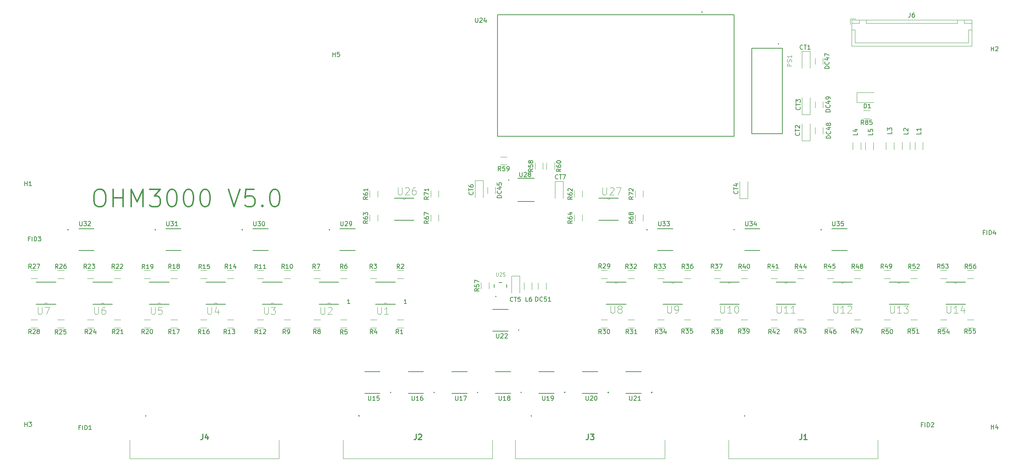
<source format=gbr>
%TF.GenerationSoftware,KiCad,Pcbnew,7.0.2*%
%TF.CreationDate,2023-11-16T12:36:53+05:30*%
%TF.ProjectId,OHM3000_V1.1_ESP,4f484d33-3030-4305-9f56-312e315f4553,rev?*%
%TF.SameCoordinates,Original*%
%TF.FileFunction,Legend,Top*%
%TF.FilePolarity,Positive*%
%FSLAX46Y46*%
G04 Gerber Fmt 4.6, Leading zero omitted, Abs format (unit mm)*
G04 Created by KiCad (PCBNEW 7.0.2) date 2023-11-16 12:36:53*
%MOMM*%
%LPD*%
G01*
G04 APERTURE LIST*
%ADD10C,0.150000*%
%ADD11C,0.300000*%
%ADD12C,0.254000*%
%ADD13C,0.015000*%
%ADD14C,0.120000*%
%ADD15C,0.100000*%
%ADD16C,0.200000*%
%ADD17C,0.127000*%
%ADD18C,0.152400*%
G04 APERTURE END LIST*
D10*
X33435714Y31387380D02*
X32864286Y31387380D01*
X33150000Y31387380D02*
X33150000Y32387380D01*
X33150000Y32387380D02*
X33054762Y32244523D01*
X33054762Y32244523D02*
X32959524Y32149285D01*
X32959524Y32149285D02*
X32864286Y32101666D01*
X46435714Y31387380D02*
X45864286Y31387380D01*
X46150000Y31387380D02*
X46150000Y32387380D01*
X46150000Y32387380D02*
X46054762Y32244523D01*
X46054762Y32244523D02*
X45959524Y32149285D01*
X45959524Y32149285D02*
X45864286Y32101666D01*
D11*
X-24410952Y57659523D02*
X-23649047Y57659523D01*
X-23649047Y57659523D02*
X-23268095Y57469047D01*
X-23268095Y57469047D02*
X-22887142Y57088095D01*
X-22887142Y57088095D02*
X-22696666Y56326190D01*
X-22696666Y56326190D02*
X-22696666Y54992857D01*
X-22696666Y54992857D02*
X-22887142Y54230952D01*
X-22887142Y54230952D02*
X-23268095Y53850000D01*
X-23268095Y53850000D02*
X-23649047Y53659523D01*
X-23649047Y53659523D02*
X-24410952Y53659523D01*
X-24410952Y53659523D02*
X-24791904Y53850000D01*
X-24791904Y53850000D02*
X-25172857Y54230952D01*
X-25172857Y54230952D02*
X-25363333Y54992857D01*
X-25363333Y54992857D02*
X-25363333Y56326190D01*
X-25363333Y56326190D02*
X-25172857Y57088095D01*
X-25172857Y57088095D02*
X-24791904Y57469047D01*
X-24791904Y57469047D02*
X-24410952Y57659523D01*
X-20982381Y53659523D02*
X-20982381Y57659523D01*
X-20982381Y55754761D02*
X-18696666Y55754761D01*
X-18696666Y53659523D02*
X-18696666Y57659523D01*
X-16791905Y53659523D02*
X-16791905Y57659523D01*
X-16791905Y57659523D02*
X-15458571Y54802380D01*
X-15458571Y54802380D02*
X-14125238Y57659523D01*
X-14125238Y57659523D02*
X-14125238Y53659523D01*
X-12601428Y57659523D02*
X-10125237Y57659523D01*
X-10125237Y57659523D02*
X-11458571Y56135714D01*
X-11458571Y56135714D02*
X-10887142Y56135714D01*
X-10887142Y56135714D02*
X-10506190Y55945238D01*
X-10506190Y55945238D02*
X-10315714Y55754761D01*
X-10315714Y55754761D02*
X-10125237Y55373809D01*
X-10125237Y55373809D02*
X-10125237Y54421428D01*
X-10125237Y54421428D02*
X-10315714Y54040476D01*
X-10315714Y54040476D02*
X-10506190Y53850000D01*
X-10506190Y53850000D02*
X-10887142Y53659523D01*
X-10887142Y53659523D02*
X-12029999Y53659523D01*
X-12029999Y53659523D02*
X-12410952Y53850000D01*
X-12410952Y53850000D02*
X-12601428Y54040476D01*
X-7649047Y57659523D02*
X-7268094Y57659523D01*
X-7268094Y57659523D02*
X-6887142Y57469047D01*
X-6887142Y57469047D02*
X-6696666Y57278571D01*
X-6696666Y57278571D02*
X-6506190Y56897619D01*
X-6506190Y56897619D02*
X-6315713Y56135714D01*
X-6315713Y56135714D02*
X-6315713Y55183333D01*
X-6315713Y55183333D02*
X-6506190Y54421428D01*
X-6506190Y54421428D02*
X-6696666Y54040476D01*
X-6696666Y54040476D02*
X-6887142Y53850000D01*
X-6887142Y53850000D02*
X-7268094Y53659523D01*
X-7268094Y53659523D02*
X-7649047Y53659523D01*
X-7649047Y53659523D02*
X-8029999Y53850000D01*
X-8029999Y53850000D02*
X-8220475Y54040476D01*
X-8220475Y54040476D02*
X-8410952Y54421428D01*
X-8410952Y54421428D02*
X-8601428Y55183333D01*
X-8601428Y55183333D02*
X-8601428Y56135714D01*
X-8601428Y56135714D02*
X-8410952Y56897619D01*
X-8410952Y56897619D02*
X-8220475Y57278571D01*
X-8220475Y57278571D02*
X-8029999Y57469047D01*
X-8029999Y57469047D02*
X-7649047Y57659523D01*
X-3839523Y57659523D02*
X-3458570Y57659523D01*
X-3458570Y57659523D02*
X-3077618Y57469047D01*
X-3077618Y57469047D02*
X-2887142Y57278571D01*
X-2887142Y57278571D02*
X-2696666Y56897619D01*
X-2696666Y56897619D02*
X-2506189Y56135714D01*
X-2506189Y56135714D02*
X-2506189Y55183333D01*
X-2506189Y55183333D02*
X-2696666Y54421428D01*
X-2696666Y54421428D02*
X-2887142Y54040476D01*
X-2887142Y54040476D02*
X-3077618Y53850000D01*
X-3077618Y53850000D02*
X-3458570Y53659523D01*
X-3458570Y53659523D02*
X-3839523Y53659523D01*
X-3839523Y53659523D02*
X-4220475Y53850000D01*
X-4220475Y53850000D02*
X-4410951Y54040476D01*
X-4410951Y54040476D02*
X-4601428Y54421428D01*
X-4601428Y54421428D02*
X-4791904Y55183333D01*
X-4791904Y55183333D02*
X-4791904Y56135714D01*
X-4791904Y56135714D02*
X-4601428Y56897619D01*
X-4601428Y56897619D02*
X-4410951Y57278571D01*
X-4410951Y57278571D02*
X-4220475Y57469047D01*
X-4220475Y57469047D02*
X-3839523Y57659523D01*
X-29999Y57659523D02*
X350953Y57659523D01*
X350953Y57659523D02*
X731905Y57469047D01*
X731905Y57469047D02*
X922381Y57278571D01*
X922381Y57278571D02*
X1112857Y56897619D01*
X1112857Y56897619D02*
X1303334Y56135714D01*
X1303334Y56135714D02*
X1303334Y55183333D01*
X1303334Y55183333D02*
X1112857Y54421428D01*
X1112857Y54421428D02*
X922381Y54040476D01*
X922381Y54040476D02*
X731905Y53850000D01*
X731905Y53850000D02*
X350953Y53659523D01*
X350953Y53659523D02*
X-29999Y53659523D01*
X-29999Y53659523D02*
X-410951Y53850000D01*
X-410951Y53850000D02*
X-601427Y54040476D01*
X-601427Y54040476D02*
X-791904Y54421428D01*
X-791904Y54421428D02*
X-982380Y55183333D01*
X-982380Y55183333D02*
X-982380Y56135714D01*
X-982380Y56135714D02*
X-791904Y56897619D01*
X-791904Y56897619D02*
X-601427Y57278571D01*
X-601427Y57278571D02*
X-410951Y57469047D01*
X-410951Y57469047D02*
X-29999Y57659523D01*
X5493810Y57659523D02*
X6827143Y53659523D01*
X6827143Y53659523D02*
X8160477Y57659523D01*
X11398571Y57659523D02*
X9493809Y57659523D01*
X9493809Y57659523D02*
X9303333Y55754761D01*
X9303333Y55754761D02*
X9493809Y55945238D01*
X9493809Y55945238D02*
X9874762Y56135714D01*
X9874762Y56135714D02*
X10827143Y56135714D01*
X10827143Y56135714D02*
X11208095Y55945238D01*
X11208095Y55945238D02*
X11398571Y55754761D01*
X11398571Y55754761D02*
X11589048Y55373809D01*
X11589048Y55373809D02*
X11589048Y54421428D01*
X11589048Y54421428D02*
X11398571Y54040476D01*
X11398571Y54040476D02*
X11208095Y53850000D01*
X11208095Y53850000D02*
X10827143Y53659523D01*
X10827143Y53659523D02*
X9874762Y53659523D01*
X9874762Y53659523D02*
X9493809Y53850000D01*
X9493809Y53850000D02*
X9303333Y54040476D01*
X13303333Y54040476D02*
X13493810Y53850000D01*
X13493810Y53850000D02*
X13303333Y53659523D01*
X13303333Y53659523D02*
X13112857Y53850000D01*
X13112857Y53850000D02*
X13303333Y54040476D01*
X13303333Y54040476D02*
X13303333Y53659523D01*
X15970000Y57659523D02*
X16350953Y57659523D01*
X16350953Y57659523D02*
X16731905Y57469047D01*
X16731905Y57469047D02*
X16922381Y57278571D01*
X16922381Y57278571D02*
X17112857Y56897619D01*
X17112857Y56897619D02*
X17303334Y56135714D01*
X17303334Y56135714D02*
X17303334Y55183333D01*
X17303334Y55183333D02*
X17112857Y54421428D01*
X17112857Y54421428D02*
X16922381Y54040476D01*
X16922381Y54040476D02*
X16731905Y53850000D01*
X16731905Y53850000D02*
X16350953Y53659523D01*
X16350953Y53659523D02*
X15970000Y53659523D01*
X15970000Y53659523D02*
X15589048Y53850000D01*
X15589048Y53850000D02*
X15398572Y54040476D01*
X15398572Y54040476D02*
X15208095Y54421428D01*
X15208095Y54421428D02*
X15017619Y55183333D01*
X15017619Y55183333D02*
X15017619Y56135714D01*
X15017619Y56135714D02*
X15208095Y56897619D01*
X15208095Y56897619D02*
X15398572Y57278571D01*
X15398572Y57278571D02*
X15589048Y57469047D01*
X15589048Y57469047D02*
X15970000Y57659523D01*
D10*
%TO.C,CT5*%
X70877380Y31982619D02*
X70829761Y31935000D01*
X70829761Y31935000D02*
X70686904Y31887380D01*
X70686904Y31887380D02*
X70591666Y31887380D01*
X70591666Y31887380D02*
X70448809Y31935000D01*
X70448809Y31935000D02*
X70353571Y32030238D01*
X70353571Y32030238D02*
X70305952Y32125476D01*
X70305952Y32125476D02*
X70258333Y32315952D01*
X70258333Y32315952D02*
X70258333Y32458809D01*
X70258333Y32458809D02*
X70305952Y32649285D01*
X70305952Y32649285D02*
X70353571Y32744523D01*
X70353571Y32744523D02*
X70448809Y32839761D01*
X70448809Y32839761D02*
X70591666Y32887380D01*
X70591666Y32887380D02*
X70686904Y32887380D01*
X70686904Y32887380D02*
X70829761Y32839761D01*
X70829761Y32839761D02*
X70877380Y32792142D01*
X71163095Y32887380D02*
X71734523Y32887380D01*
X71448809Y31887380D02*
X71448809Y32887380D01*
X72544047Y32887380D02*
X72067857Y32887380D01*
X72067857Y32887380D02*
X72020238Y32411190D01*
X72020238Y32411190D02*
X72067857Y32458809D01*
X72067857Y32458809D02*
X72163095Y32506428D01*
X72163095Y32506428D02*
X72401190Y32506428D01*
X72401190Y32506428D02*
X72496428Y32458809D01*
X72496428Y32458809D02*
X72544047Y32411190D01*
X72544047Y32411190D02*
X72591666Y32315952D01*
X72591666Y32315952D02*
X72591666Y32077857D01*
X72591666Y32077857D02*
X72544047Y31982619D01*
X72544047Y31982619D02*
X72496428Y31935000D01*
X72496428Y31935000D02*
X72401190Y31887380D01*
X72401190Y31887380D02*
X72163095Y31887380D01*
X72163095Y31887380D02*
X72067857Y31935000D01*
X72067857Y31935000D02*
X72020238Y31982619D01*
%TO.C,CT6*%
X61667380Y57052380D02*
X61715000Y57004761D01*
X61715000Y57004761D02*
X61762619Y56861904D01*
X61762619Y56861904D02*
X61762619Y56766666D01*
X61762619Y56766666D02*
X61715000Y56623809D01*
X61715000Y56623809D02*
X61619761Y56528571D01*
X61619761Y56528571D02*
X61524523Y56480952D01*
X61524523Y56480952D02*
X61334047Y56433333D01*
X61334047Y56433333D02*
X61191190Y56433333D01*
X61191190Y56433333D02*
X61000714Y56480952D01*
X61000714Y56480952D02*
X60905476Y56528571D01*
X60905476Y56528571D02*
X60810238Y56623809D01*
X60810238Y56623809D02*
X60762619Y56766666D01*
X60762619Y56766666D02*
X60762619Y56861904D01*
X60762619Y56861904D02*
X60810238Y57004761D01*
X60810238Y57004761D02*
X60857857Y57052380D01*
X60762619Y57338095D02*
X60762619Y57909523D01*
X61762619Y57623809D02*
X60762619Y57623809D01*
X60762619Y58671428D02*
X60762619Y58480952D01*
X60762619Y58480952D02*
X60810238Y58385714D01*
X60810238Y58385714D02*
X60857857Y58338095D01*
X60857857Y58338095D02*
X61000714Y58242857D01*
X61000714Y58242857D02*
X61191190Y58195238D01*
X61191190Y58195238D02*
X61572142Y58195238D01*
X61572142Y58195238D02*
X61667380Y58242857D01*
X61667380Y58242857D02*
X61715000Y58290476D01*
X61715000Y58290476D02*
X61762619Y58385714D01*
X61762619Y58385714D02*
X61762619Y58576190D01*
X61762619Y58576190D02*
X61715000Y58671428D01*
X61715000Y58671428D02*
X61667380Y58719047D01*
X61667380Y58719047D02*
X61572142Y58766666D01*
X61572142Y58766666D02*
X61334047Y58766666D01*
X61334047Y58766666D02*
X61238809Y58719047D01*
X61238809Y58719047D02*
X61191190Y58671428D01*
X61191190Y58671428D02*
X61143571Y58576190D01*
X61143571Y58576190D02*
X61143571Y58385714D01*
X61143571Y58385714D02*
X61191190Y58290476D01*
X61191190Y58290476D02*
X61238809Y58242857D01*
X61238809Y58242857D02*
X61334047Y58195238D01*
%TO.C,J6*%
X162151666Y98227380D02*
X162151666Y97513095D01*
X162151666Y97513095D02*
X162104047Y97370238D01*
X162104047Y97370238D02*
X162008809Y97275000D01*
X162008809Y97275000D02*
X161865952Y97227380D01*
X161865952Y97227380D02*
X161770714Y97227380D01*
X163056428Y98227380D02*
X162865952Y98227380D01*
X162865952Y98227380D02*
X162770714Y98179761D01*
X162770714Y98179761D02*
X162723095Y98132142D01*
X162723095Y98132142D02*
X162627857Y97989285D01*
X162627857Y97989285D02*
X162580238Y97798809D01*
X162580238Y97798809D02*
X162580238Y97417857D01*
X162580238Y97417857D02*
X162627857Y97322619D01*
X162627857Y97322619D02*
X162675476Y97275000D01*
X162675476Y97275000D02*
X162770714Y97227380D01*
X162770714Y97227380D02*
X162961190Y97227380D01*
X162961190Y97227380D02*
X163056428Y97275000D01*
X163056428Y97275000D02*
X163104047Y97322619D01*
X163104047Y97322619D02*
X163151666Y97417857D01*
X163151666Y97417857D02*
X163151666Y97655952D01*
X163151666Y97655952D02*
X163104047Y97751190D01*
X163104047Y97751190D02*
X163056428Y97798809D01*
X163056428Y97798809D02*
X162961190Y97846428D01*
X162961190Y97846428D02*
X162770714Y97846428D01*
X162770714Y97846428D02*
X162675476Y97798809D01*
X162675476Y97798809D02*
X162627857Y97751190D01*
X162627857Y97751190D02*
X162580238Y97655952D01*
D12*
%TO.C,J1*%
X137152667Y1420473D02*
X137152667Y513330D01*
X137152667Y513330D02*
X137092190Y331902D01*
X137092190Y331902D02*
X136971238Y210950D01*
X136971238Y210950D02*
X136789809Y150473D01*
X136789809Y150473D02*
X136668857Y150473D01*
X138422667Y150473D02*
X137696952Y150473D01*
X138059809Y150473D02*
X138059809Y1420473D01*
X138059809Y1420473D02*
X137938857Y1239045D01*
X137938857Y1239045D02*
X137817905Y1118092D01*
X137817905Y1118092D02*
X137696952Y1057616D01*
%TO.C,J2*%
X48577667Y1420473D02*
X48577667Y513330D01*
X48577667Y513330D02*
X48517190Y331902D01*
X48517190Y331902D02*
X48396238Y210950D01*
X48396238Y210950D02*
X48214809Y150473D01*
X48214809Y150473D02*
X48093857Y150473D01*
X49121952Y1299521D02*
X49182428Y1359997D01*
X49182428Y1359997D02*
X49303381Y1420473D01*
X49303381Y1420473D02*
X49605762Y1420473D01*
X49605762Y1420473D02*
X49726714Y1359997D01*
X49726714Y1359997D02*
X49787190Y1299521D01*
X49787190Y1299521D02*
X49847667Y1178569D01*
X49847667Y1178569D02*
X49847667Y1057616D01*
X49847667Y1057616D02*
X49787190Y876188D01*
X49787190Y876188D02*
X49061476Y150473D01*
X49061476Y150473D02*
X49847667Y150473D01*
%TO.C,J3*%
X88150667Y1420473D02*
X88150667Y513330D01*
X88150667Y513330D02*
X88090190Y331902D01*
X88090190Y331902D02*
X87969238Y210950D01*
X87969238Y210950D02*
X87787809Y150473D01*
X87787809Y150473D02*
X87666857Y150473D01*
X88634476Y1420473D02*
X89420667Y1420473D01*
X89420667Y1420473D02*
X88997333Y936664D01*
X88997333Y936664D02*
X89178762Y936664D01*
X89178762Y936664D02*
X89299714Y876188D01*
X89299714Y876188D02*
X89360190Y815711D01*
X89360190Y815711D02*
X89420667Y694759D01*
X89420667Y694759D02*
X89420667Y392378D01*
X89420667Y392378D02*
X89360190Y271426D01*
X89360190Y271426D02*
X89299714Y210950D01*
X89299714Y210950D02*
X89178762Y150473D01*
X89178762Y150473D02*
X88815905Y150473D01*
X88815905Y150473D02*
X88694952Y210950D01*
X88694952Y210950D02*
X88634476Y271426D01*
%TO.C,J4*%
X-423332Y1420473D02*
X-423332Y513330D01*
X-423332Y513330D02*
X-483809Y331902D01*
X-483809Y331902D02*
X-604761Y210950D01*
X-604761Y210950D02*
X-786190Y150473D01*
X-786190Y150473D02*
X-907142Y150473D01*
X725714Y997140D02*
X725714Y150473D01*
X423333Y1480950D02*
X120952Y573807D01*
X120952Y573807D02*
X907143Y573807D01*
D10*
%TO.C,L6*%
X74333333Y31887380D02*
X73857143Y31887380D01*
X73857143Y31887380D02*
X73857143Y32887380D01*
X75095238Y32887380D02*
X74904762Y32887380D01*
X74904762Y32887380D02*
X74809524Y32839761D01*
X74809524Y32839761D02*
X74761905Y32792142D01*
X74761905Y32792142D02*
X74666667Y32649285D01*
X74666667Y32649285D02*
X74619048Y32458809D01*
X74619048Y32458809D02*
X74619048Y32077857D01*
X74619048Y32077857D02*
X74666667Y31982619D01*
X74666667Y31982619D02*
X74714286Y31935000D01*
X74714286Y31935000D02*
X74809524Y31887380D01*
X74809524Y31887380D02*
X75000000Y31887380D01*
X75000000Y31887380D02*
X75095238Y31935000D01*
X75095238Y31935000D02*
X75142857Y31982619D01*
X75142857Y31982619D02*
X75190476Y32077857D01*
X75190476Y32077857D02*
X75190476Y32315952D01*
X75190476Y32315952D02*
X75142857Y32411190D01*
X75142857Y32411190D02*
X75095238Y32458809D01*
X75095238Y32458809D02*
X75000000Y32506428D01*
X75000000Y32506428D02*
X74809524Y32506428D01*
X74809524Y32506428D02*
X74714286Y32458809D01*
X74714286Y32458809D02*
X74666667Y32411190D01*
X74666667Y32411190D02*
X74619048Y32315952D01*
%TO.C,U15*%
X37664505Y10156380D02*
X37664505Y9346857D01*
X37664505Y9346857D02*
X37712124Y9251619D01*
X37712124Y9251619D02*
X37759743Y9204000D01*
X37759743Y9204000D02*
X37854981Y9156380D01*
X37854981Y9156380D02*
X38045457Y9156380D01*
X38045457Y9156380D02*
X38140695Y9204000D01*
X38140695Y9204000D02*
X38188314Y9251619D01*
X38188314Y9251619D02*
X38235933Y9346857D01*
X38235933Y9346857D02*
X38235933Y10156380D01*
X39235933Y9156380D02*
X38664505Y9156380D01*
X38950219Y9156380D02*
X38950219Y10156380D01*
X38950219Y10156380D02*
X38854981Y10013523D01*
X38854981Y10013523D02*
X38759743Y9918285D01*
X38759743Y9918285D02*
X38664505Y9870666D01*
X40140695Y10156380D02*
X39664505Y10156380D01*
X39664505Y10156380D02*
X39616886Y9680190D01*
X39616886Y9680190D02*
X39664505Y9727809D01*
X39664505Y9727809D02*
X39759743Y9775428D01*
X39759743Y9775428D02*
X39997838Y9775428D01*
X39997838Y9775428D02*
X40093076Y9727809D01*
X40093076Y9727809D02*
X40140695Y9680190D01*
X40140695Y9680190D02*
X40188314Y9584952D01*
X40188314Y9584952D02*
X40188314Y9346857D01*
X40188314Y9346857D02*
X40140695Y9251619D01*
X40140695Y9251619D02*
X40093076Y9204000D01*
X40093076Y9204000D02*
X39997838Y9156380D01*
X39997838Y9156380D02*
X39759743Y9156380D01*
X39759743Y9156380D02*
X39664505Y9204000D01*
X39664505Y9204000D02*
X39616886Y9251619D01*
%TO.C,U16*%
X47664505Y10156380D02*
X47664505Y9346857D01*
X47664505Y9346857D02*
X47712124Y9251619D01*
X47712124Y9251619D02*
X47759743Y9204000D01*
X47759743Y9204000D02*
X47854981Y9156380D01*
X47854981Y9156380D02*
X48045457Y9156380D01*
X48045457Y9156380D02*
X48140695Y9204000D01*
X48140695Y9204000D02*
X48188314Y9251619D01*
X48188314Y9251619D02*
X48235933Y9346857D01*
X48235933Y9346857D02*
X48235933Y10156380D01*
X49235933Y9156380D02*
X48664505Y9156380D01*
X48950219Y9156380D02*
X48950219Y10156380D01*
X48950219Y10156380D02*
X48854981Y10013523D01*
X48854981Y10013523D02*
X48759743Y9918285D01*
X48759743Y9918285D02*
X48664505Y9870666D01*
X50093076Y10156380D02*
X49902600Y10156380D01*
X49902600Y10156380D02*
X49807362Y10108761D01*
X49807362Y10108761D02*
X49759743Y10061142D01*
X49759743Y10061142D02*
X49664505Y9918285D01*
X49664505Y9918285D02*
X49616886Y9727809D01*
X49616886Y9727809D02*
X49616886Y9346857D01*
X49616886Y9346857D02*
X49664505Y9251619D01*
X49664505Y9251619D02*
X49712124Y9204000D01*
X49712124Y9204000D02*
X49807362Y9156380D01*
X49807362Y9156380D02*
X49997838Y9156380D01*
X49997838Y9156380D02*
X50093076Y9204000D01*
X50093076Y9204000D02*
X50140695Y9251619D01*
X50140695Y9251619D02*
X50188314Y9346857D01*
X50188314Y9346857D02*
X50188314Y9584952D01*
X50188314Y9584952D02*
X50140695Y9680190D01*
X50140695Y9680190D02*
X50093076Y9727809D01*
X50093076Y9727809D02*
X49997838Y9775428D01*
X49997838Y9775428D02*
X49807362Y9775428D01*
X49807362Y9775428D02*
X49712124Y9727809D01*
X49712124Y9727809D02*
X49664505Y9680190D01*
X49664505Y9680190D02*
X49616886Y9584952D01*
%TO.C,U17*%
X57664505Y10156380D02*
X57664505Y9346857D01*
X57664505Y9346857D02*
X57712124Y9251619D01*
X57712124Y9251619D02*
X57759743Y9204000D01*
X57759743Y9204000D02*
X57854981Y9156380D01*
X57854981Y9156380D02*
X58045457Y9156380D01*
X58045457Y9156380D02*
X58140695Y9204000D01*
X58140695Y9204000D02*
X58188314Y9251619D01*
X58188314Y9251619D02*
X58235933Y9346857D01*
X58235933Y9346857D02*
X58235933Y10156380D01*
X59235933Y9156380D02*
X58664505Y9156380D01*
X58950219Y9156380D02*
X58950219Y10156380D01*
X58950219Y10156380D02*
X58854981Y10013523D01*
X58854981Y10013523D02*
X58759743Y9918285D01*
X58759743Y9918285D02*
X58664505Y9870666D01*
X59569267Y10156380D02*
X60235933Y10156380D01*
X60235933Y10156380D02*
X59807362Y9156380D01*
%TO.C,U18*%
X67664505Y10156380D02*
X67664505Y9346857D01*
X67664505Y9346857D02*
X67712124Y9251619D01*
X67712124Y9251619D02*
X67759743Y9204000D01*
X67759743Y9204000D02*
X67854981Y9156380D01*
X67854981Y9156380D02*
X68045457Y9156380D01*
X68045457Y9156380D02*
X68140695Y9204000D01*
X68140695Y9204000D02*
X68188314Y9251619D01*
X68188314Y9251619D02*
X68235933Y9346857D01*
X68235933Y9346857D02*
X68235933Y10156380D01*
X69235933Y9156380D02*
X68664505Y9156380D01*
X68950219Y9156380D02*
X68950219Y10156380D01*
X68950219Y10156380D02*
X68854981Y10013523D01*
X68854981Y10013523D02*
X68759743Y9918285D01*
X68759743Y9918285D02*
X68664505Y9870666D01*
X69807362Y9727809D02*
X69712124Y9775428D01*
X69712124Y9775428D02*
X69664505Y9823047D01*
X69664505Y9823047D02*
X69616886Y9918285D01*
X69616886Y9918285D02*
X69616886Y9965904D01*
X69616886Y9965904D02*
X69664505Y10061142D01*
X69664505Y10061142D02*
X69712124Y10108761D01*
X69712124Y10108761D02*
X69807362Y10156380D01*
X69807362Y10156380D02*
X69997838Y10156380D01*
X69997838Y10156380D02*
X70093076Y10108761D01*
X70093076Y10108761D02*
X70140695Y10061142D01*
X70140695Y10061142D02*
X70188314Y9965904D01*
X70188314Y9965904D02*
X70188314Y9918285D01*
X70188314Y9918285D02*
X70140695Y9823047D01*
X70140695Y9823047D02*
X70093076Y9775428D01*
X70093076Y9775428D02*
X69997838Y9727809D01*
X69997838Y9727809D02*
X69807362Y9727809D01*
X69807362Y9727809D02*
X69712124Y9680190D01*
X69712124Y9680190D02*
X69664505Y9632571D01*
X69664505Y9632571D02*
X69616886Y9537333D01*
X69616886Y9537333D02*
X69616886Y9346857D01*
X69616886Y9346857D02*
X69664505Y9251619D01*
X69664505Y9251619D02*
X69712124Y9204000D01*
X69712124Y9204000D02*
X69807362Y9156380D01*
X69807362Y9156380D02*
X69997838Y9156380D01*
X69997838Y9156380D02*
X70093076Y9204000D01*
X70093076Y9204000D02*
X70140695Y9251619D01*
X70140695Y9251619D02*
X70188314Y9346857D01*
X70188314Y9346857D02*
X70188314Y9537333D01*
X70188314Y9537333D02*
X70140695Y9632571D01*
X70140695Y9632571D02*
X70093076Y9680190D01*
X70093076Y9680190D02*
X69997838Y9727809D01*
%TO.C,U19*%
X77664505Y10156380D02*
X77664505Y9346857D01*
X77664505Y9346857D02*
X77712124Y9251619D01*
X77712124Y9251619D02*
X77759743Y9204000D01*
X77759743Y9204000D02*
X77854981Y9156380D01*
X77854981Y9156380D02*
X78045457Y9156380D01*
X78045457Y9156380D02*
X78140695Y9204000D01*
X78140695Y9204000D02*
X78188314Y9251619D01*
X78188314Y9251619D02*
X78235933Y9346857D01*
X78235933Y9346857D02*
X78235933Y10156380D01*
X79235933Y9156380D02*
X78664505Y9156380D01*
X78950219Y9156380D02*
X78950219Y10156380D01*
X78950219Y10156380D02*
X78854981Y10013523D01*
X78854981Y10013523D02*
X78759743Y9918285D01*
X78759743Y9918285D02*
X78664505Y9870666D01*
X79712124Y9156380D02*
X79902600Y9156380D01*
X79902600Y9156380D02*
X79997838Y9204000D01*
X79997838Y9204000D02*
X80045457Y9251619D01*
X80045457Y9251619D02*
X80140695Y9394476D01*
X80140695Y9394476D02*
X80188314Y9584952D01*
X80188314Y9584952D02*
X80188314Y9965904D01*
X80188314Y9965904D02*
X80140695Y10061142D01*
X80140695Y10061142D02*
X80093076Y10108761D01*
X80093076Y10108761D02*
X79997838Y10156380D01*
X79997838Y10156380D02*
X79807362Y10156380D01*
X79807362Y10156380D02*
X79712124Y10108761D01*
X79712124Y10108761D02*
X79664505Y10061142D01*
X79664505Y10061142D02*
X79616886Y9965904D01*
X79616886Y9965904D02*
X79616886Y9727809D01*
X79616886Y9727809D02*
X79664505Y9632571D01*
X79664505Y9632571D02*
X79712124Y9584952D01*
X79712124Y9584952D02*
X79807362Y9537333D01*
X79807362Y9537333D02*
X79997838Y9537333D01*
X79997838Y9537333D02*
X80093076Y9584952D01*
X80093076Y9584952D02*
X80140695Y9632571D01*
X80140695Y9632571D02*
X80188314Y9727809D01*
%TO.C,U20*%
X87664505Y10156380D02*
X87664505Y9346857D01*
X87664505Y9346857D02*
X87712124Y9251619D01*
X87712124Y9251619D02*
X87759743Y9204000D01*
X87759743Y9204000D02*
X87854981Y9156380D01*
X87854981Y9156380D02*
X88045457Y9156380D01*
X88045457Y9156380D02*
X88140695Y9204000D01*
X88140695Y9204000D02*
X88188314Y9251619D01*
X88188314Y9251619D02*
X88235933Y9346857D01*
X88235933Y9346857D02*
X88235933Y10156380D01*
X88664505Y10061142D02*
X88712124Y10108761D01*
X88712124Y10108761D02*
X88807362Y10156380D01*
X88807362Y10156380D02*
X89045457Y10156380D01*
X89045457Y10156380D02*
X89140695Y10108761D01*
X89140695Y10108761D02*
X89188314Y10061142D01*
X89188314Y10061142D02*
X89235933Y9965904D01*
X89235933Y9965904D02*
X89235933Y9870666D01*
X89235933Y9870666D02*
X89188314Y9727809D01*
X89188314Y9727809D02*
X88616886Y9156380D01*
X88616886Y9156380D02*
X89235933Y9156380D01*
X89854981Y10156380D02*
X89950219Y10156380D01*
X89950219Y10156380D02*
X90045457Y10108761D01*
X90045457Y10108761D02*
X90093076Y10061142D01*
X90093076Y10061142D02*
X90140695Y9965904D01*
X90140695Y9965904D02*
X90188314Y9775428D01*
X90188314Y9775428D02*
X90188314Y9537333D01*
X90188314Y9537333D02*
X90140695Y9346857D01*
X90140695Y9346857D02*
X90093076Y9251619D01*
X90093076Y9251619D02*
X90045457Y9204000D01*
X90045457Y9204000D02*
X89950219Y9156380D01*
X89950219Y9156380D02*
X89854981Y9156380D01*
X89854981Y9156380D02*
X89759743Y9204000D01*
X89759743Y9204000D02*
X89712124Y9251619D01*
X89712124Y9251619D02*
X89664505Y9346857D01*
X89664505Y9346857D02*
X89616886Y9537333D01*
X89616886Y9537333D02*
X89616886Y9775428D01*
X89616886Y9775428D02*
X89664505Y9965904D01*
X89664505Y9965904D02*
X89712124Y10061142D01*
X89712124Y10061142D02*
X89759743Y10108761D01*
X89759743Y10108761D02*
X89854981Y10156380D01*
%TO.C,U21*%
X97664505Y10156380D02*
X97664505Y9346857D01*
X97664505Y9346857D02*
X97712124Y9251619D01*
X97712124Y9251619D02*
X97759743Y9204000D01*
X97759743Y9204000D02*
X97854981Y9156380D01*
X97854981Y9156380D02*
X98045457Y9156380D01*
X98045457Y9156380D02*
X98140695Y9204000D01*
X98140695Y9204000D02*
X98188314Y9251619D01*
X98188314Y9251619D02*
X98235933Y9346857D01*
X98235933Y9346857D02*
X98235933Y10156380D01*
X98664505Y10061142D02*
X98712124Y10108761D01*
X98712124Y10108761D02*
X98807362Y10156380D01*
X98807362Y10156380D02*
X99045457Y10156380D01*
X99045457Y10156380D02*
X99140695Y10108761D01*
X99140695Y10108761D02*
X99188314Y10061142D01*
X99188314Y10061142D02*
X99235933Y9965904D01*
X99235933Y9965904D02*
X99235933Y9870666D01*
X99235933Y9870666D02*
X99188314Y9727809D01*
X99188314Y9727809D02*
X98616886Y9156380D01*
X98616886Y9156380D02*
X99235933Y9156380D01*
X100188314Y9156380D02*
X99616886Y9156380D01*
X99902600Y9156380D02*
X99902600Y10156380D01*
X99902600Y10156380D02*
X99807362Y10013523D01*
X99807362Y10013523D02*
X99712124Y9918285D01*
X99712124Y9918285D02*
X99616886Y9870666D01*
%TO.C,U22*%
X67086905Y24486780D02*
X67086905Y23677257D01*
X67086905Y23677257D02*
X67134524Y23582019D01*
X67134524Y23582019D02*
X67182143Y23534400D01*
X67182143Y23534400D02*
X67277381Y23486780D01*
X67277381Y23486780D02*
X67467857Y23486780D01*
X67467857Y23486780D02*
X67563095Y23534400D01*
X67563095Y23534400D02*
X67610714Y23582019D01*
X67610714Y23582019D02*
X67658333Y23677257D01*
X67658333Y23677257D02*
X67658333Y24486780D01*
X68086905Y24391542D02*
X68134524Y24439161D01*
X68134524Y24439161D02*
X68229762Y24486780D01*
X68229762Y24486780D02*
X68467857Y24486780D01*
X68467857Y24486780D02*
X68563095Y24439161D01*
X68563095Y24439161D02*
X68610714Y24391542D01*
X68610714Y24391542D02*
X68658333Y24296304D01*
X68658333Y24296304D02*
X68658333Y24201066D01*
X68658333Y24201066D02*
X68610714Y24058209D01*
X68610714Y24058209D02*
X68039286Y23486780D01*
X68039286Y23486780D02*
X68658333Y23486780D01*
X69039286Y24391542D02*
X69086905Y24439161D01*
X69086905Y24439161D02*
X69182143Y24486780D01*
X69182143Y24486780D02*
X69420238Y24486780D01*
X69420238Y24486780D02*
X69515476Y24439161D01*
X69515476Y24439161D02*
X69563095Y24391542D01*
X69563095Y24391542D02*
X69610714Y24296304D01*
X69610714Y24296304D02*
X69610714Y24201066D01*
X69610714Y24201066D02*
X69563095Y24058209D01*
X69563095Y24058209D02*
X68991667Y23486780D01*
X68991667Y23486780D02*
X69610714Y23486780D01*
D13*
%TO.C,U25*%
X67034524Y38504904D02*
X67034524Y37857285D01*
X67034524Y37857285D02*
X67072619Y37781095D01*
X67072619Y37781095D02*
X67110714Y37743000D01*
X67110714Y37743000D02*
X67186905Y37704904D01*
X67186905Y37704904D02*
X67339286Y37704904D01*
X67339286Y37704904D02*
X67415476Y37743000D01*
X67415476Y37743000D02*
X67453571Y37781095D01*
X67453571Y37781095D02*
X67491667Y37857285D01*
X67491667Y37857285D02*
X67491667Y38504904D01*
X67834523Y38428714D02*
X67872619Y38466809D01*
X67872619Y38466809D02*
X67948809Y38504904D01*
X67948809Y38504904D02*
X68139285Y38504904D01*
X68139285Y38504904D02*
X68215476Y38466809D01*
X68215476Y38466809D02*
X68253571Y38428714D01*
X68253571Y38428714D02*
X68291666Y38352523D01*
X68291666Y38352523D02*
X68291666Y38276333D01*
X68291666Y38276333D02*
X68253571Y38162047D01*
X68253571Y38162047D02*
X67796428Y37704904D01*
X67796428Y37704904D02*
X68291666Y37704904D01*
X69015476Y38504904D02*
X68634524Y38504904D01*
X68634524Y38504904D02*
X68596428Y38123952D01*
X68596428Y38123952D02*
X68634524Y38162047D01*
X68634524Y38162047D02*
X68710714Y38200142D01*
X68710714Y38200142D02*
X68901190Y38200142D01*
X68901190Y38200142D02*
X68977381Y38162047D01*
X68977381Y38162047D02*
X69015476Y38123952D01*
X69015476Y38123952D02*
X69053571Y38047761D01*
X69053571Y38047761D02*
X69053571Y37857285D01*
X69053571Y37857285D02*
X69015476Y37781095D01*
X69015476Y37781095D02*
X68977381Y37743000D01*
X68977381Y37743000D02*
X68901190Y37704904D01*
X68901190Y37704904D02*
X68710714Y37704904D01*
X68710714Y37704904D02*
X68634524Y37743000D01*
X68634524Y37743000D02*
X68596428Y37781095D01*
%TO.C,U1*%
X39715118Y30582941D02*
X39715118Y29253805D01*
X39715118Y29253805D02*
X39793302Y29097436D01*
X39793302Y29097436D02*
X39871487Y29019252D01*
X39871487Y29019252D02*
X40027856Y28941067D01*
X40027856Y28941067D02*
X40340594Y28941067D01*
X40340594Y28941067D02*
X40496963Y29019252D01*
X40496963Y29019252D02*
X40575147Y29097436D01*
X40575147Y29097436D02*
X40653332Y29253805D01*
X40653332Y29253805D02*
X40653332Y30582941D01*
X42295205Y28941067D02*
X41356991Y28941067D01*
X41826098Y28941067D02*
X41826098Y30582941D01*
X41826098Y30582941D02*
X41669729Y30348388D01*
X41669729Y30348388D02*
X41513360Y30192019D01*
X41513360Y30192019D02*
X41356991Y30113834D01*
%TO.C,U2*%
X26715118Y30582941D02*
X26715118Y29253805D01*
X26715118Y29253805D02*
X26793302Y29097436D01*
X26793302Y29097436D02*
X26871487Y29019252D01*
X26871487Y29019252D02*
X27027856Y28941067D01*
X27027856Y28941067D02*
X27340594Y28941067D01*
X27340594Y28941067D02*
X27496963Y29019252D01*
X27496963Y29019252D02*
X27575147Y29097436D01*
X27575147Y29097436D02*
X27653332Y29253805D01*
X27653332Y29253805D02*
X27653332Y30582941D01*
X28356991Y30426572D02*
X28435176Y30504757D01*
X28435176Y30504757D02*
X28591545Y30582941D01*
X28591545Y30582941D02*
X28982467Y30582941D01*
X28982467Y30582941D02*
X29138836Y30504757D01*
X29138836Y30504757D02*
X29217021Y30426572D01*
X29217021Y30426572D02*
X29295205Y30270203D01*
X29295205Y30270203D02*
X29295205Y30113834D01*
X29295205Y30113834D02*
X29217021Y29879281D01*
X29217021Y29879281D02*
X28278807Y28941067D01*
X28278807Y28941067D02*
X29295205Y28941067D01*
%TO.C,U3*%
X13715118Y30582941D02*
X13715118Y29253805D01*
X13715118Y29253805D02*
X13793302Y29097436D01*
X13793302Y29097436D02*
X13871487Y29019252D01*
X13871487Y29019252D02*
X14027856Y28941067D01*
X14027856Y28941067D02*
X14340594Y28941067D01*
X14340594Y28941067D02*
X14496963Y29019252D01*
X14496963Y29019252D02*
X14575147Y29097436D01*
X14575147Y29097436D02*
X14653332Y29253805D01*
X14653332Y29253805D02*
X14653332Y30582941D01*
X15278807Y30582941D02*
X16295205Y30582941D01*
X16295205Y30582941D02*
X15747914Y29957465D01*
X15747914Y29957465D02*
X15982467Y29957465D01*
X15982467Y29957465D02*
X16138836Y29879281D01*
X16138836Y29879281D02*
X16217021Y29801096D01*
X16217021Y29801096D02*
X16295205Y29644727D01*
X16295205Y29644727D02*
X16295205Y29253805D01*
X16295205Y29253805D02*
X16217021Y29097436D01*
X16217021Y29097436D02*
X16138836Y29019252D01*
X16138836Y29019252D02*
X15982467Y28941067D01*
X15982467Y28941067D02*
X15513360Y28941067D01*
X15513360Y28941067D02*
X15356991Y29019252D01*
X15356991Y29019252D02*
X15278807Y29097436D01*
%TO.C,U4*%
X715118Y30582941D02*
X715118Y29253805D01*
X715118Y29253805D02*
X793302Y29097436D01*
X793302Y29097436D02*
X871487Y29019252D01*
X871487Y29019252D02*
X1027856Y28941067D01*
X1027856Y28941067D02*
X1340594Y28941067D01*
X1340594Y28941067D02*
X1496963Y29019252D01*
X1496963Y29019252D02*
X1575147Y29097436D01*
X1575147Y29097436D02*
X1653332Y29253805D01*
X1653332Y29253805D02*
X1653332Y30582941D01*
X3138836Y30035650D02*
X3138836Y28941067D01*
X2747914Y30661126D02*
X2356991Y29488358D01*
X2356991Y29488358D02*
X3373390Y29488358D01*
%TO.C,U5*%
X-12284881Y30582941D02*
X-12284881Y29253805D01*
X-12284881Y29253805D02*
X-12206697Y29097436D01*
X-12206697Y29097436D02*
X-12128512Y29019252D01*
X-12128512Y29019252D02*
X-11972143Y28941067D01*
X-11972143Y28941067D02*
X-11659405Y28941067D01*
X-11659405Y28941067D02*
X-11503036Y29019252D01*
X-11503036Y29019252D02*
X-11424852Y29097436D01*
X-11424852Y29097436D02*
X-11346667Y29253805D01*
X-11346667Y29253805D02*
X-11346667Y30582941D01*
X-9782978Y30582941D02*
X-10564823Y30582941D01*
X-10564823Y30582941D02*
X-10643008Y29801096D01*
X-10643008Y29801096D02*
X-10564823Y29879281D01*
X-10564823Y29879281D02*
X-10408454Y29957465D01*
X-10408454Y29957465D02*
X-10017532Y29957465D01*
X-10017532Y29957465D02*
X-9861163Y29879281D01*
X-9861163Y29879281D02*
X-9782978Y29801096D01*
X-9782978Y29801096D02*
X-9704794Y29644727D01*
X-9704794Y29644727D02*
X-9704794Y29253805D01*
X-9704794Y29253805D02*
X-9782978Y29097436D01*
X-9782978Y29097436D02*
X-9861163Y29019252D01*
X-9861163Y29019252D02*
X-10017532Y28941067D01*
X-10017532Y28941067D02*
X-10408454Y28941067D01*
X-10408454Y28941067D02*
X-10564823Y29019252D01*
X-10564823Y29019252D02*
X-10643008Y29097436D01*
%TO.C,U6*%
X-25284881Y30582941D02*
X-25284881Y29253805D01*
X-25284881Y29253805D02*
X-25206697Y29097436D01*
X-25206697Y29097436D02*
X-25128512Y29019252D01*
X-25128512Y29019252D02*
X-24972143Y28941067D01*
X-24972143Y28941067D02*
X-24659405Y28941067D01*
X-24659405Y28941067D02*
X-24503036Y29019252D01*
X-24503036Y29019252D02*
X-24424852Y29097436D01*
X-24424852Y29097436D02*
X-24346667Y29253805D01*
X-24346667Y29253805D02*
X-24346667Y30582941D01*
X-22861163Y30582941D02*
X-23173901Y30582941D01*
X-23173901Y30582941D02*
X-23330270Y30504757D01*
X-23330270Y30504757D02*
X-23408454Y30426572D01*
X-23408454Y30426572D02*
X-23564823Y30192019D01*
X-23564823Y30192019D02*
X-23643008Y29879281D01*
X-23643008Y29879281D02*
X-23643008Y29253805D01*
X-23643008Y29253805D02*
X-23564823Y29097436D01*
X-23564823Y29097436D02*
X-23486639Y29019252D01*
X-23486639Y29019252D02*
X-23330270Y28941067D01*
X-23330270Y28941067D02*
X-23017532Y28941067D01*
X-23017532Y28941067D02*
X-22861163Y29019252D01*
X-22861163Y29019252D02*
X-22782978Y29097436D01*
X-22782978Y29097436D02*
X-22704794Y29253805D01*
X-22704794Y29253805D02*
X-22704794Y29644727D01*
X-22704794Y29644727D02*
X-22782978Y29801096D01*
X-22782978Y29801096D02*
X-22861163Y29879281D01*
X-22861163Y29879281D02*
X-23017532Y29957465D01*
X-23017532Y29957465D02*
X-23330270Y29957465D01*
X-23330270Y29957465D02*
X-23486639Y29879281D01*
X-23486639Y29879281D02*
X-23564823Y29801096D01*
X-23564823Y29801096D02*
X-23643008Y29644727D01*
%TO.C,U8*%
X93324048Y30882311D02*
X93324048Y29553175D01*
X93324048Y29553175D02*
X93402232Y29396806D01*
X93402232Y29396806D02*
X93480417Y29318622D01*
X93480417Y29318622D02*
X93636786Y29240437D01*
X93636786Y29240437D02*
X93949524Y29240437D01*
X93949524Y29240437D02*
X94105893Y29318622D01*
X94105893Y29318622D02*
X94184077Y29396806D01*
X94184077Y29396806D02*
X94262262Y29553175D01*
X94262262Y29553175D02*
X94262262Y30882311D01*
X95278659Y30178651D02*
X95122290Y30256835D01*
X95122290Y30256835D02*
X95044106Y30335020D01*
X95044106Y30335020D02*
X94965921Y30491389D01*
X94965921Y30491389D02*
X94965921Y30569573D01*
X94965921Y30569573D02*
X95044106Y30725942D01*
X95044106Y30725942D02*
X95122290Y30804127D01*
X95122290Y30804127D02*
X95278659Y30882311D01*
X95278659Y30882311D02*
X95591397Y30882311D01*
X95591397Y30882311D02*
X95747766Y30804127D01*
X95747766Y30804127D02*
X95825951Y30725942D01*
X95825951Y30725942D02*
X95904135Y30569573D01*
X95904135Y30569573D02*
X95904135Y30491389D01*
X95904135Y30491389D02*
X95825951Y30335020D01*
X95825951Y30335020D02*
X95747766Y30256835D01*
X95747766Y30256835D02*
X95591397Y30178651D01*
X95591397Y30178651D02*
X95278659Y30178651D01*
X95278659Y30178651D02*
X95122290Y30100466D01*
X95122290Y30100466D02*
X95044106Y30022282D01*
X95044106Y30022282D02*
X94965921Y29865913D01*
X94965921Y29865913D02*
X94965921Y29553175D01*
X94965921Y29553175D02*
X95044106Y29396806D01*
X95044106Y29396806D02*
X95122290Y29318622D01*
X95122290Y29318622D02*
X95278659Y29240437D01*
X95278659Y29240437D02*
X95591397Y29240437D01*
X95591397Y29240437D02*
X95747766Y29318622D01*
X95747766Y29318622D02*
X95825951Y29396806D01*
X95825951Y29396806D02*
X95904135Y29553175D01*
X95904135Y29553175D02*
X95904135Y29865913D01*
X95904135Y29865913D02*
X95825951Y30022282D01*
X95825951Y30022282D02*
X95747766Y30100466D01*
X95747766Y30100466D02*
X95591397Y30178651D01*
%TO.C,U9*%
X106324048Y30882311D02*
X106324048Y29553175D01*
X106324048Y29553175D02*
X106402232Y29396806D01*
X106402232Y29396806D02*
X106480417Y29318622D01*
X106480417Y29318622D02*
X106636786Y29240437D01*
X106636786Y29240437D02*
X106949524Y29240437D01*
X106949524Y29240437D02*
X107105893Y29318622D01*
X107105893Y29318622D02*
X107184077Y29396806D01*
X107184077Y29396806D02*
X107262262Y29553175D01*
X107262262Y29553175D02*
X107262262Y30882311D01*
X108122290Y29240437D02*
X108435028Y29240437D01*
X108435028Y29240437D02*
X108591397Y29318622D01*
X108591397Y29318622D02*
X108669582Y29396806D01*
X108669582Y29396806D02*
X108825951Y29631359D01*
X108825951Y29631359D02*
X108904135Y29944097D01*
X108904135Y29944097D02*
X108904135Y30569573D01*
X108904135Y30569573D02*
X108825951Y30725942D01*
X108825951Y30725942D02*
X108747766Y30804127D01*
X108747766Y30804127D02*
X108591397Y30882311D01*
X108591397Y30882311D02*
X108278659Y30882311D01*
X108278659Y30882311D02*
X108122290Y30804127D01*
X108122290Y30804127D02*
X108044106Y30725942D01*
X108044106Y30725942D02*
X107965921Y30569573D01*
X107965921Y30569573D02*
X107965921Y30178651D01*
X107965921Y30178651D02*
X108044106Y30022282D01*
X108044106Y30022282D02*
X108122290Y29944097D01*
X108122290Y29944097D02*
X108278659Y29865913D01*
X108278659Y29865913D02*
X108591397Y29865913D01*
X108591397Y29865913D02*
X108747766Y29944097D01*
X108747766Y29944097D02*
X108825951Y30022282D01*
X108825951Y30022282D02*
X108904135Y30178651D01*
%TO.C,U10*%
X118542203Y30882311D02*
X118542203Y29553175D01*
X118542203Y29553175D02*
X118620387Y29396806D01*
X118620387Y29396806D02*
X118698572Y29318622D01*
X118698572Y29318622D02*
X118854941Y29240437D01*
X118854941Y29240437D02*
X119167679Y29240437D01*
X119167679Y29240437D02*
X119324048Y29318622D01*
X119324048Y29318622D02*
X119402232Y29396806D01*
X119402232Y29396806D02*
X119480417Y29553175D01*
X119480417Y29553175D02*
X119480417Y30882311D01*
X121122290Y29240437D02*
X120184076Y29240437D01*
X120653183Y29240437D02*
X120653183Y30882311D01*
X120653183Y30882311D02*
X120496814Y30647758D01*
X120496814Y30647758D02*
X120340445Y30491389D01*
X120340445Y30491389D02*
X120184076Y30413204D01*
X122138689Y30882311D02*
X122295058Y30882311D01*
X122295058Y30882311D02*
X122451427Y30804127D01*
X122451427Y30804127D02*
X122529611Y30725942D01*
X122529611Y30725942D02*
X122607796Y30569573D01*
X122607796Y30569573D02*
X122685980Y30256835D01*
X122685980Y30256835D02*
X122685980Y29865913D01*
X122685980Y29865913D02*
X122607796Y29553175D01*
X122607796Y29553175D02*
X122529611Y29396806D01*
X122529611Y29396806D02*
X122451427Y29318622D01*
X122451427Y29318622D02*
X122295058Y29240437D01*
X122295058Y29240437D02*
X122138689Y29240437D01*
X122138689Y29240437D02*
X121982320Y29318622D01*
X121982320Y29318622D02*
X121904135Y29396806D01*
X121904135Y29396806D02*
X121825951Y29553175D01*
X121825951Y29553175D02*
X121747766Y29865913D01*
X121747766Y29865913D02*
X121747766Y30256835D01*
X121747766Y30256835D02*
X121825951Y30569573D01*
X121825951Y30569573D02*
X121904135Y30725942D01*
X121904135Y30725942D02*
X121982320Y30804127D01*
X121982320Y30804127D02*
X122138689Y30882311D01*
%TO.C,U11*%
X131542203Y30882311D02*
X131542203Y29553175D01*
X131542203Y29553175D02*
X131620387Y29396806D01*
X131620387Y29396806D02*
X131698572Y29318622D01*
X131698572Y29318622D02*
X131854941Y29240437D01*
X131854941Y29240437D02*
X132167679Y29240437D01*
X132167679Y29240437D02*
X132324048Y29318622D01*
X132324048Y29318622D02*
X132402232Y29396806D01*
X132402232Y29396806D02*
X132480417Y29553175D01*
X132480417Y29553175D02*
X132480417Y30882311D01*
X134122290Y29240437D02*
X133184076Y29240437D01*
X133653183Y29240437D02*
X133653183Y30882311D01*
X133653183Y30882311D02*
X133496814Y30647758D01*
X133496814Y30647758D02*
X133340445Y30491389D01*
X133340445Y30491389D02*
X133184076Y30413204D01*
X135685980Y29240437D02*
X134747766Y29240437D01*
X135216873Y29240437D02*
X135216873Y30882311D01*
X135216873Y30882311D02*
X135060504Y30647758D01*
X135060504Y30647758D02*
X134904135Y30491389D01*
X134904135Y30491389D02*
X134747766Y30413204D01*
%TO.C,U12*%
X144542203Y30882311D02*
X144542203Y29553175D01*
X144542203Y29553175D02*
X144620387Y29396806D01*
X144620387Y29396806D02*
X144698572Y29318622D01*
X144698572Y29318622D02*
X144854941Y29240437D01*
X144854941Y29240437D02*
X145167679Y29240437D01*
X145167679Y29240437D02*
X145324048Y29318622D01*
X145324048Y29318622D02*
X145402232Y29396806D01*
X145402232Y29396806D02*
X145480417Y29553175D01*
X145480417Y29553175D02*
X145480417Y30882311D01*
X147122290Y29240437D02*
X146184076Y29240437D01*
X146653183Y29240437D02*
X146653183Y30882311D01*
X146653183Y30882311D02*
X146496814Y30647758D01*
X146496814Y30647758D02*
X146340445Y30491389D01*
X146340445Y30491389D02*
X146184076Y30413204D01*
X147747766Y30725942D02*
X147825951Y30804127D01*
X147825951Y30804127D02*
X147982320Y30882311D01*
X147982320Y30882311D02*
X148373242Y30882311D01*
X148373242Y30882311D02*
X148529611Y30804127D01*
X148529611Y30804127D02*
X148607796Y30725942D01*
X148607796Y30725942D02*
X148685980Y30569573D01*
X148685980Y30569573D02*
X148685980Y30413204D01*
X148685980Y30413204D02*
X148607796Y30178651D01*
X148607796Y30178651D02*
X147669582Y29240437D01*
X147669582Y29240437D02*
X148685980Y29240437D01*
%TO.C,U13*%
X157542203Y30882311D02*
X157542203Y29553175D01*
X157542203Y29553175D02*
X157620387Y29396806D01*
X157620387Y29396806D02*
X157698572Y29318622D01*
X157698572Y29318622D02*
X157854941Y29240437D01*
X157854941Y29240437D02*
X158167679Y29240437D01*
X158167679Y29240437D02*
X158324048Y29318622D01*
X158324048Y29318622D02*
X158402232Y29396806D01*
X158402232Y29396806D02*
X158480417Y29553175D01*
X158480417Y29553175D02*
X158480417Y30882311D01*
X160122290Y29240437D02*
X159184076Y29240437D01*
X159653183Y29240437D02*
X159653183Y30882311D01*
X159653183Y30882311D02*
X159496814Y30647758D01*
X159496814Y30647758D02*
X159340445Y30491389D01*
X159340445Y30491389D02*
X159184076Y30413204D01*
X160669582Y30882311D02*
X161685980Y30882311D01*
X161685980Y30882311D02*
X161138689Y30256835D01*
X161138689Y30256835D02*
X161373242Y30256835D01*
X161373242Y30256835D02*
X161529611Y30178651D01*
X161529611Y30178651D02*
X161607796Y30100466D01*
X161607796Y30100466D02*
X161685980Y29944097D01*
X161685980Y29944097D02*
X161685980Y29553175D01*
X161685980Y29553175D02*
X161607796Y29396806D01*
X161607796Y29396806D02*
X161529611Y29318622D01*
X161529611Y29318622D02*
X161373242Y29240437D01*
X161373242Y29240437D02*
X160904135Y29240437D01*
X160904135Y29240437D02*
X160747766Y29318622D01*
X160747766Y29318622D02*
X160669582Y29396806D01*
D10*
%TO.C,U29*%
X31311905Y50272380D02*
X31311905Y49462857D01*
X31311905Y49462857D02*
X31359524Y49367619D01*
X31359524Y49367619D02*
X31407143Y49320000D01*
X31407143Y49320000D02*
X31502381Y49272380D01*
X31502381Y49272380D02*
X31692857Y49272380D01*
X31692857Y49272380D02*
X31788095Y49320000D01*
X31788095Y49320000D02*
X31835714Y49367619D01*
X31835714Y49367619D02*
X31883333Y49462857D01*
X31883333Y49462857D02*
X31883333Y50272380D01*
X32311905Y50177142D02*
X32359524Y50224761D01*
X32359524Y50224761D02*
X32454762Y50272380D01*
X32454762Y50272380D02*
X32692857Y50272380D01*
X32692857Y50272380D02*
X32788095Y50224761D01*
X32788095Y50224761D02*
X32835714Y50177142D01*
X32835714Y50177142D02*
X32883333Y50081904D01*
X32883333Y50081904D02*
X32883333Y49986666D01*
X32883333Y49986666D02*
X32835714Y49843809D01*
X32835714Y49843809D02*
X32264286Y49272380D01*
X32264286Y49272380D02*
X32883333Y49272380D01*
X33359524Y49272380D02*
X33550000Y49272380D01*
X33550000Y49272380D02*
X33645238Y49320000D01*
X33645238Y49320000D02*
X33692857Y49367619D01*
X33692857Y49367619D02*
X33788095Y49510476D01*
X33788095Y49510476D02*
X33835714Y49700952D01*
X33835714Y49700952D02*
X33835714Y50081904D01*
X33835714Y50081904D02*
X33788095Y50177142D01*
X33788095Y50177142D02*
X33740476Y50224761D01*
X33740476Y50224761D02*
X33645238Y50272380D01*
X33645238Y50272380D02*
X33454762Y50272380D01*
X33454762Y50272380D02*
X33359524Y50224761D01*
X33359524Y50224761D02*
X33311905Y50177142D01*
X33311905Y50177142D02*
X33264286Y50081904D01*
X33264286Y50081904D02*
X33264286Y49843809D01*
X33264286Y49843809D02*
X33311905Y49748571D01*
X33311905Y49748571D02*
X33359524Y49700952D01*
X33359524Y49700952D02*
X33454762Y49653333D01*
X33454762Y49653333D02*
X33645238Y49653333D01*
X33645238Y49653333D02*
X33740476Y49700952D01*
X33740476Y49700952D02*
X33788095Y49748571D01*
X33788095Y49748571D02*
X33835714Y49843809D01*
%TO.C,U30*%
X11311905Y50272380D02*
X11311905Y49462857D01*
X11311905Y49462857D02*
X11359524Y49367619D01*
X11359524Y49367619D02*
X11407143Y49320000D01*
X11407143Y49320000D02*
X11502381Y49272380D01*
X11502381Y49272380D02*
X11692857Y49272380D01*
X11692857Y49272380D02*
X11788095Y49320000D01*
X11788095Y49320000D02*
X11835714Y49367619D01*
X11835714Y49367619D02*
X11883333Y49462857D01*
X11883333Y49462857D02*
X11883333Y50272380D01*
X12264286Y50272380D02*
X12883333Y50272380D01*
X12883333Y50272380D02*
X12550000Y49891428D01*
X12550000Y49891428D02*
X12692857Y49891428D01*
X12692857Y49891428D02*
X12788095Y49843809D01*
X12788095Y49843809D02*
X12835714Y49796190D01*
X12835714Y49796190D02*
X12883333Y49700952D01*
X12883333Y49700952D02*
X12883333Y49462857D01*
X12883333Y49462857D02*
X12835714Y49367619D01*
X12835714Y49367619D02*
X12788095Y49320000D01*
X12788095Y49320000D02*
X12692857Y49272380D01*
X12692857Y49272380D02*
X12407143Y49272380D01*
X12407143Y49272380D02*
X12311905Y49320000D01*
X12311905Y49320000D02*
X12264286Y49367619D01*
X13502381Y50272380D02*
X13597619Y50272380D01*
X13597619Y50272380D02*
X13692857Y50224761D01*
X13692857Y50224761D02*
X13740476Y50177142D01*
X13740476Y50177142D02*
X13788095Y50081904D01*
X13788095Y50081904D02*
X13835714Y49891428D01*
X13835714Y49891428D02*
X13835714Y49653333D01*
X13835714Y49653333D02*
X13788095Y49462857D01*
X13788095Y49462857D02*
X13740476Y49367619D01*
X13740476Y49367619D02*
X13692857Y49320000D01*
X13692857Y49320000D02*
X13597619Y49272380D01*
X13597619Y49272380D02*
X13502381Y49272380D01*
X13502381Y49272380D02*
X13407143Y49320000D01*
X13407143Y49320000D02*
X13359524Y49367619D01*
X13359524Y49367619D02*
X13311905Y49462857D01*
X13311905Y49462857D02*
X13264286Y49653333D01*
X13264286Y49653333D02*
X13264286Y49891428D01*
X13264286Y49891428D02*
X13311905Y50081904D01*
X13311905Y50081904D02*
X13359524Y50177142D01*
X13359524Y50177142D02*
X13407143Y50224761D01*
X13407143Y50224761D02*
X13502381Y50272380D01*
%TO.C,U31*%
X-8688094Y50272380D02*
X-8688094Y49462857D01*
X-8688094Y49462857D02*
X-8640475Y49367619D01*
X-8640475Y49367619D02*
X-8592856Y49320000D01*
X-8592856Y49320000D02*
X-8497618Y49272380D01*
X-8497618Y49272380D02*
X-8307142Y49272380D01*
X-8307142Y49272380D02*
X-8211904Y49320000D01*
X-8211904Y49320000D02*
X-8164285Y49367619D01*
X-8164285Y49367619D02*
X-8116666Y49462857D01*
X-8116666Y49462857D02*
X-8116666Y50272380D01*
X-7735713Y50272380D02*
X-7116666Y50272380D01*
X-7116666Y50272380D02*
X-7449999Y49891428D01*
X-7449999Y49891428D02*
X-7307142Y49891428D01*
X-7307142Y49891428D02*
X-7211904Y49843809D01*
X-7211904Y49843809D02*
X-7164285Y49796190D01*
X-7164285Y49796190D02*
X-7116666Y49700952D01*
X-7116666Y49700952D02*
X-7116666Y49462857D01*
X-7116666Y49462857D02*
X-7164285Y49367619D01*
X-7164285Y49367619D02*
X-7211904Y49320000D01*
X-7211904Y49320000D02*
X-7307142Y49272380D01*
X-7307142Y49272380D02*
X-7592856Y49272380D01*
X-7592856Y49272380D02*
X-7688094Y49320000D01*
X-7688094Y49320000D02*
X-7735713Y49367619D01*
X-6164285Y49272380D02*
X-6735713Y49272380D01*
X-6449999Y49272380D02*
X-6449999Y50272380D01*
X-6449999Y50272380D02*
X-6545237Y50129523D01*
X-6545237Y50129523D02*
X-6640475Y50034285D01*
X-6640475Y50034285D02*
X-6735713Y49986666D01*
%TO.C,U32*%
X-28688094Y50272380D02*
X-28688094Y49462857D01*
X-28688094Y49462857D02*
X-28640475Y49367619D01*
X-28640475Y49367619D02*
X-28592856Y49320000D01*
X-28592856Y49320000D02*
X-28497618Y49272380D01*
X-28497618Y49272380D02*
X-28307142Y49272380D01*
X-28307142Y49272380D02*
X-28211904Y49320000D01*
X-28211904Y49320000D02*
X-28164285Y49367619D01*
X-28164285Y49367619D02*
X-28116666Y49462857D01*
X-28116666Y49462857D02*
X-28116666Y50272380D01*
X-27735713Y50272380D02*
X-27116666Y50272380D01*
X-27116666Y50272380D02*
X-27449999Y49891428D01*
X-27449999Y49891428D02*
X-27307142Y49891428D01*
X-27307142Y49891428D02*
X-27211904Y49843809D01*
X-27211904Y49843809D02*
X-27164285Y49796190D01*
X-27164285Y49796190D02*
X-27116666Y49700952D01*
X-27116666Y49700952D02*
X-27116666Y49462857D01*
X-27116666Y49462857D02*
X-27164285Y49367619D01*
X-27164285Y49367619D02*
X-27211904Y49320000D01*
X-27211904Y49320000D02*
X-27307142Y49272380D01*
X-27307142Y49272380D02*
X-27592856Y49272380D01*
X-27592856Y49272380D02*
X-27688094Y49320000D01*
X-27688094Y49320000D02*
X-27735713Y49367619D01*
X-26735713Y50177142D02*
X-26688094Y50224761D01*
X-26688094Y50224761D02*
X-26592856Y50272380D01*
X-26592856Y50272380D02*
X-26354761Y50272380D01*
X-26354761Y50272380D02*
X-26259523Y50224761D01*
X-26259523Y50224761D02*
X-26211904Y50177142D01*
X-26211904Y50177142D02*
X-26164285Y50081904D01*
X-26164285Y50081904D02*
X-26164285Y49986666D01*
X-26164285Y49986666D02*
X-26211904Y49843809D01*
X-26211904Y49843809D02*
X-26783332Y49272380D01*
X-26783332Y49272380D02*
X-26164285Y49272380D01*
%TO.C,U33*%
X104311905Y50272380D02*
X104311905Y49462857D01*
X104311905Y49462857D02*
X104359524Y49367619D01*
X104359524Y49367619D02*
X104407143Y49320000D01*
X104407143Y49320000D02*
X104502381Y49272380D01*
X104502381Y49272380D02*
X104692857Y49272380D01*
X104692857Y49272380D02*
X104788095Y49320000D01*
X104788095Y49320000D02*
X104835714Y49367619D01*
X104835714Y49367619D02*
X104883333Y49462857D01*
X104883333Y49462857D02*
X104883333Y50272380D01*
X105264286Y50272380D02*
X105883333Y50272380D01*
X105883333Y50272380D02*
X105550000Y49891428D01*
X105550000Y49891428D02*
X105692857Y49891428D01*
X105692857Y49891428D02*
X105788095Y49843809D01*
X105788095Y49843809D02*
X105835714Y49796190D01*
X105835714Y49796190D02*
X105883333Y49700952D01*
X105883333Y49700952D02*
X105883333Y49462857D01*
X105883333Y49462857D02*
X105835714Y49367619D01*
X105835714Y49367619D02*
X105788095Y49320000D01*
X105788095Y49320000D02*
X105692857Y49272380D01*
X105692857Y49272380D02*
X105407143Y49272380D01*
X105407143Y49272380D02*
X105311905Y49320000D01*
X105311905Y49320000D02*
X105264286Y49367619D01*
X106216667Y50272380D02*
X106835714Y50272380D01*
X106835714Y50272380D02*
X106502381Y49891428D01*
X106502381Y49891428D02*
X106645238Y49891428D01*
X106645238Y49891428D02*
X106740476Y49843809D01*
X106740476Y49843809D02*
X106788095Y49796190D01*
X106788095Y49796190D02*
X106835714Y49700952D01*
X106835714Y49700952D02*
X106835714Y49462857D01*
X106835714Y49462857D02*
X106788095Y49367619D01*
X106788095Y49367619D02*
X106740476Y49320000D01*
X106740476Y49320000D02*
X106645238Y49272380D01*
X106645238Y49272380D02*
X106359524Y49272380D01*
X106359524Y49272380D02*
X106264286Y49320000D01*
X106264286Y49320000D02*
X106216667Y49367619D01*
%TO.C,U35*%
X144311905Y50272380D02*
X144311905Y49462857D01*
X144311905Y49462857D02*
X144359524Y49367619D01*
X144359524Y49367619D02*
X144407143Y49320000D01*
X144407143Y49320000D02*
X144502381Y49272380D01*
X144502381Y49272380D02*
X144692857Y49272380D01*
X144692857Y49272380D02*
X144788095Y49320000D01*
X144788095Y49320000D02*
X144835714Y49367619D01*
X144835714Y49367619D02*
X144883333Y49462857D01*
X144883333Y49462857D02*
X144883333Y50272380D01*
X145264286Y50272380D02*
X145883333Y50272380D01*
X145883333Y50272380D02*
X145550000Y49891428D01*
X145550000Y49891428D02*
X145692857Y49891428D01*
X145692857Y49891428D02*
X145788095Y49843809D01*
X145788095Y49843809D02*
X145835714Y49796190D01*
X145835714Y49796190D02*
X145883333Y49700952D01*
X145883333Y49700952D02*
X145883333Y49462857D01*
X145883333Y49462857D02*
X145835714Y49367619D01*
X145835714Y49367619D02*
X145788095Y49320000D01*
X145788095Y49320000D02*
X145692857Y49272380D01*
X145692857Y49272380D02*
X145407143Y49272380D01*
X145407143Y49272380D02*
X145311905Y49320000D01*
X145311905Y49320000D02*
X145264286Y49367619D01*
X146788095Y50272380D02*
X146311905Y50272380D01*
X146311905Y50272380D02*
X146264286Y49796190D01*
X146264286Y49796190D02*
X146311905Y49843809D01*
X146311905Y49843809D02*
X146407143Y49891428D01*
X146407143Y49891428D02*
X146645238Y49891428D01*
X146645238Y49891428D02*
X146740476Y49843809D01*
X146740476Y49843809D02*
X146788095Y49796190D01*
X146788095Y49796190D02*
X146835714Y49700952D01*
X146835714Y49700952D02*
X146835714Y49462857D01*
X146835714Y49462857D02*
X146788095Y49367619D01*
X146788095Y49367619D02*
X146740476Y49320000D01*
X146740476Y49320000D02*
X146645238Y49272380D01*
X146645238Y49272380D02*
X146407143Y49272380D01*
X146407143Y49272380D02*
X146311905Y49320000D01*
X146311905Y49320000D02*
X146264286Y49367619D01*
%TO.C,DC51*%
X76085714Y31937380D02*
X76085714Y32937380D01*
X76085714Y32937380D02*
X76323809Y32937380D01*
X76323809Y32937380D02*
X76466666Y32889761D01*
X76466666Y32889761D02*
X76561904Y32794523D01*
X76561904Y32794523D02*
X76609523Y32699285D01*
X76609523Y32699285D02*
X76657142Y32508809D01*
X76657142Y32508809D02*
X76657142Y32365952D01*
X76657142Y32365952D02*
X76609523Y32175476D01*
X76609523Y32175476D02*
X76561904Y32080238D01*
X76561904Y32080238D02*
X76466666Y31985000D01*
X76466666Y31985000D02*
X76323809Y31937380D01*
X76323809Y31937380D02*
X76085714Y31937380D01*
X77657142Y32032619D02*
X77609523Y31985000D01*
X77609523Y31985000D02*
X77466666Y31937380D01*
X77466666Y31937380D02*
X77371428Y31937380D01*
X77371428Y31937380D02*
X77228571Y31985000D01*
X77228571Y31985000D02*
X77133333Y32080238D01*
X77133333Y32080238D02*
X77085714Y32175476D01*
X77085714Y32175476D02*
X77038095Y32365952D01*
X77038095Y32365952D02*
X77038095Y32508809D01*
X77038095Y32508809D02*
X77085714Y32699285D01*
X77085714Y32699285D02*
X77133333Y32794523D01*
X77133333Y32794523D02*
X77228571Y32889761D01*
X77228571Y32889761D02*
X77371428Y32937380D01*
X77371428Y32937380D02*
X77466666Y32937380D01*
X77466666Y32937380D02*
X77609523Y32889761D01*
X77609523Y32889761D02*
X77657142Y32842142D01*
X78561904Y32937380D02*
X78085714Y32937380D01*
X78085714Y32937380D02*
X78038095Y32461190D01*
X78038095Y32461190D02*
X78085714Y32508809D01*
X78085714Y32508809D02*
X78180952Y32556428D01*
X78180952Y32556428D02*
X78419047Y32556428D01*
X78419047Y32556428D02*
X78514285Y32508809D01*
X78514285Y32508809D02*
X78561904Y32461190D01*
X78561904Y32461190D02*
X78609523Y32365952D01*
X78609523Y32365952D02*
X78609523Y32127857D01*
X78609523Y32127857D02*
X78561904Y32032619D01*
X78561904Y32032619D02*
X78514285Y31985000D01*
X78514285Y31985000D02*
X78419047Y31937380D01*
X78419047Y31937380D02*
X78180952Y31937380D01*
X78180952Y31937380D02*
X78085714Y31985000D01*
X78085714Y31985000D02*
X78038095Y32032619D01*
X79561904Y31937380D02*
X78990476Y31937380D01*
X79276190Y31937380D02*
X79276190Y32937380D01*
X79276190Y32937380D02*
X79180952Y32794523D01*
X79180952Y32794523D02*
X79085714Y32699285D01*
X79085714Y32699285D02*
X78990476Y32651666D01*
%TO.C,DC45*%
X68262619Y55735714D02*
X67262619Y55735714D01*
X67262619Y55735714D02*
X67262619Y55973809D01*
X67262619Y55973809D02*
X67310238Y56116666D01*
X67310238Y56116666D02*
X67405476Y56211904D01*
X67405476Y56211904D02*
X67500714Y56259523D01*
X67500714Y56259523D02*
X67691190Y56307142D01*
X67691190Y56307142D02*
X67834047Y56307142D01*
X67834047Y56307142D02*
X68024523Y56259523D01*
X68024523Y56259523D02*
X68119761Y56211904D01*
X68119761Y56211904D02*
X68215000Y56116666D01*
X68215000Y56116666D02*
X68262619Y55973809D01*
X68262619Y55973809D02*
X68262619Y55735714D01*
X68167380Y57307142D02*
X68215000Y57259523D01*
X68215000Y57259523D02*
X68262619Y57116666D01*
X68262619Y57116666D02*
X68262619Y57021428D01*
X68262619Y57021428D02*
X68215000Y56878571D01*
X68215000Y56878571D02*
X68119761Y56783333D01*
X68119761Y56783333D02*
X68024523Y56735714D01*
X68024523Y56735714D02*
X67834047Y56688095D01*
X67834047Y56688095D02*
X67691190Y56688095D01*
X67691190Y56688095D02*
X67500714Y56735714D01*
X67500714Y56735714D02*
X67405476Y56783333D01*
X67405476Y56783333D02*
X67310238Y56878571D01*
X67310238Y56878571D02*
X67262619Y57021428D01*
X67262619Y57021428D02*
X67262619Y57116666D01*
X67262619Y57116666D02*
X67310238Y57259523D01*
X67310238Y57259523D02*
X67357857Y57307142D01*
X67595952Y58164285D02*
X68262619Y58164285D01*
X67215000Y57926190D02*
X67929285Y57688095D01*
X67929285Y57688095D02*
X67929285Y58307142D01*
X67262619Y59164285D02*
X67262619Y58688095D01*
X67262619Y58688095D02*
X67738809Y58640476D01*
X67738809Y58640476D02*
X67691190Y58688095D01*
X67691190Y58688095D02*
X67643571Y58783333D01*
X67643571Y58783333D02*
X67643571Y59021428D01*
X67643571Y59021428D02*
X67691190Y59116666D01*
X67691190Y59116666D02*
X67738809Y59164285D01*
X67738809Y59164285D02*
X67834047Y59211904D01*
X67834047Y59211904D02*
X68072142Y59211904D01*
X68072142Y59211904D02*
X68167380Y59164285D01*
X68167380Y59164285D02*
X68215000Y59116666D01*
X68215000Y59116666D02*
X68262619Y59021428D01*
X68262619Y59021428D02*
X68262619Y58783333D01*
X68262619Y58783333D02*
X68215000Y58688095D01*
X68215000Y58688095D02*
X68167380Y58640476D01*
%TO.C,R57*%
X63092619Y34857142D02*
X62616428Y34523809D01*
X63092619Y34285714D02*
X62092619Y34285714D01*
X62092619Y34285714D02*
X62092619Y34666666D01*
X62092619Y34666666D02*
X62140238Y34761904D01*
X62140238Y34761904D02*
X62187857Y34809523D01*
X62187857Y34809523D02*
X62283095Y34857142D01*
X62283095Y34857142D02*
X62425952Y34857142D01*
X62425952Y34857142D02*
X62521190Y34809523D01*
X62521190Y34809523D02*
X62568809Y34761904D01*
X62568809Y34761904D02*
X62616428Y34666666D01*
X62616428Y34666666D02*
X62616428Y34285714D01*
X62092619Y35761904D02*
X62092619Y35285714D01*
X62092619Y35285714D02*
X62568809Y35238095D01*
X62568809Y35238095D02*
X62521190Y35285714D01*
X62521190Y35285714D02*
X62473571Y35380952D01*
X62473571Y35380952D02*
X62473571Y35619047D01*
X62473571Y35619047D02*
X62521190Y35714285D01*
X62521190Y35714285D02*
X62568809Y35761904D01*
X62568809Y35761904D02*
X62664047Y35809523D01*
X62664047Y35809523D02*
X62902142Y35809523D01*
X62902142Y35809523D02*
X62997380Y35761904D01*
X62997380Y35761904D02*
X63045000Y35714285D01*
X63045000Y35714285D02*
X63092619Y35619047D01*
X63092619Y35619047D02*
X63092619Y35380952D01*
X63092619Y35380952D02*
X63045000Y35285714D01*
X63045000Y35285714D02*
X62997380Y35238095D01*
X62092619Y36142857D02*
X62092619Y36809523D01*
X62092619Y36809523D02*
X63092619Y36380952D01*
%TO.C,R2*%
X44827173Y39482780D02*
X44493840Y39958971D01*
X44255745Y39482780D02*
X44255745Y40482780D01*
X44255745Y40482780D02*
X44636697Y40482780D01*
X44636697Y40482780D02*
X44731935Y40435161D01*
X44731935Y40435161D02*
X44779554Y40387542D01*
X44779554Y40387542D02*
X44827173Y40292304D01*
X44827173Y40292304D02*
X44827173Y40149447D01*
X44827173Y40149447D02*
X44779554Y40054209D01*
X44779554Y40054209D02*
X44731935Y40006590D01*
X44731935Y40006590D02*
X44636697Y39958971D01*
X44636697Y39958971D02*
X44255745Y39958971D01*
X45208126Y40387542D02*
X45255745Y40435161D01*
X45255745Y40435161D02*
X45350983Y40482780D01*
X45350983Y40482780D02*
X45589078Y40482780D01*
X45589078Y40482780D02*
X45684316Y40435161D01*
X45684316Y40435161D02*
X45731935Y40387542D01*
X45731935Y40387542D02*
X45779554Y40292304D01*
X45779554Y40292304D02*
X45779554Y40197066D01*
X45779554Y40197066D02*
X45731935Y40054209D01*
X45731935Y40054209D02*
X45160507Y39482780D01*
X45160507Y39482780D02*
X45779554Y39482780D01*
%TO.C,R3*%
X38603893Y39491580D02*
X38270560Y39967771D01*
X38032465Y39491580D02*
X38032465Y40491580D01*
X38032465Y40491580D02*
X38413417Y40491580D01*
X38413417Y40491580D02*
X38508655Y40443961D01*
X38508655Y40443961D02*
X38556274Y40396342D01*
X38556274Y40396342D02*
X38603893Y40301104D01*
X38603893Y40301104D02*
X38603893Y40158247D01*
X38603893Y40158247D02*
X38556274Y40063009D01*
X38556274Y40063009D02*
X38508655Y40015390D01*
X38508655Y40015390D02*
X38413417Y39967771D01*
X38413417Y39967771D02*
X38032465Y39967771D01*
X38937227Y40491580D02*
X39556274Y40491580D01*
X39556274Y40491580D02*
X39222941Y40110628D01*
X39222941Y40110628D02*
X39365798Y40110628D01*
X39365798Y40110628D02*
X39461036Y40063009D01*
X39461036Y40063009D02*
X39508655Y40015390D01*
X39508655Y40015390D02*
X39556274Y39920152D01*
X39556274Y39920152D02*
X39556274Y39682057D01*
X39556274Y39682057D02*
X39508655Y39586819D01*
X39508655Y39586819D02*
X39461036Y39539200D01*
X39461036Y39539200D02*
X39365798Y39491580D01*
X39365798Y39491580D02*
X39080084Y39491580D01*
X39080084Y39491580D02*
X38984846Y39539200D01*
X38984846Y39539200D02*
X38937227Y39586819D01*
%TO.C,R6*%
X31827173Y39482780D02*
X31493840Y39958971D01*
X31255745Y39482780D02*
X31255745Y40482780D01*
X31255745Y40482780D02*
X31636697Y40482780D01*
X31636697Y40482780D02*
X31731935Y40435161D01*
X31731935Y40435161D02*
X31779554Y40387542D01*
X31779554Y40387542D02*
X31827173Y40292304D01*
X31827173Y40292304D02*
X31827173Y40149447D01*
X31827173Y40149447D02*
X31779554Y40054209D01*
X31779554Y40054209D02*
X31731935Y40006590D01*
X31731935Y40006590D02*
X31636697Y39958971D01*
X31636697Y39958971D02*
X31255745Y39958971D01*
X32684316Y40482780D02*
X32493840Y40482780D01*
X32493840Y40482780D02*
X32398602Y40435161D01*
X32398602Y40435161D02*
X32350983Y40387542D01*
X32350983Y40387542D02*
X32255745Y40244685D01*
X32255745Y40244685D02*
X32208126Y40054209D01*
X32208126Y40054209D02*
X32208126Y39673257D01*
X32208126Y39673257D02*
X32255745Y39578019D01*
X32255745Y39578019D02*
X32303364Y39530400D01*
X32303364Y39530400D02*
X32398602Y39482780D01*
X32398602Y39482780D02*
X32589078Y39482780D01*
X32589078Y39482780D02*
X32684316Y39530400D01*
X32684316Y39530400D02*
X32731935Y39578019D01*
X32731935Y39578019D02*
X32779554Y39673257D01*
X32779554Y39673257D02*
X32779554Y39911352D01*
X32779554Y39911352D02*
X32731935Y40006590D01*
X32731935Y40006590D02*
X32684316Y40054209D01*
X32684316Y40054209D02*
X32589078Y40101828D01*
X32589078Y40101828D02*
X32398602Y40101828D01*
X32398602Y40101828D02*
X32303364Y40054209D01*
X32303364Y40054209D02*
X32255745Y40006590D01*
X32255745Y40006590D02*
X32208126Y39911352D01*
%TO.C,R8*%
X25670213Y24499140D02*
X25336880Y24975331D01*
X25098785Y24499140D02*
X25098785Y25499140D01*
X25098785Y25499140D02*
X25479737Y25499140D01*
X25479737Y25499140D02*
X25574975Y25451521D01*
X25574975Y25451521D02*
X25622594Y25403902D01*
X25622594Y25403902D02*
X25670213Y25308664D01*
X25670213Y25308664D02*
X25670213Y25165807D01*
X25670213Y25165807D02*
X25622594Y25070569D01*
X25622594Y25070569D02*
X25574975Y25022950D01*
X25574975Y25022950D02*
X25479737Y24975331D01*
X25479737Y24975331D02*
X25098785Y24975331D01*
X26241642Y25070569D02*
X26146404Y25118188D01*
X26146404Y25118188D02*
X26098785Y25165807D01*
X26098785Y25165807D02*
X26051166Y25261045D01*
X26051166Y25261045D02*
X26051166Y25308664D01*
X26051166Y25308664D02*
X26098785Y25403902D01*
X26098785Y25403902D02*
X26146404Y25451521D01*
X26146404Y25451521D02*
X26241642Y25499140D01*
X26241642Y25499140D02*
X26432118Y25499140D01*
X26432118Y25499140D02*
X26527356Y25451521D01*
X26527356Y25451521D02*
X26574975Y25403902D01*
X26574975Y25403902D02*
X26622594Y25308664D01*
X26622594Y25308664D02*
X26622594Y25261045D01*
X26622594Y25261045D02*
X26574975Y25165807D01*
X26574975Y25165807D02*
X26527356Y25118188D01*
X26527356Y25118188D02*
X26432118Y25070569D01*
X26432118Y25070569D02*
X26241642Y25070569D01*
X26241642Y25070569D02*
X26146404Y25022950D01*
X26146404Y25022950D02*
X26098785Y24975331D01*
X26098785Y24975331D02*
X26051166Y24880093D01*
X26051166Y24880093D02*
X26051166Y24689617D01*
X26051166Y24689617D02*
X26098785Y24594379D01*
X26098785Y24594379D02*
X26146404Y24546760D01*
X26146404Y24546760D02*
X26241642Y24499140D01*
X26241642Y24499140D02*
X26432118Y24499140D01*
X26432118Y24499140D02*
X26527356Y24546760D01*
X26527356Y24546760D02*
X26574975Y24594379D01*
X26574975Y24594379D02*
X26622594Y24689617D01*
X26622594Y24689617D02*
X26622594Y24880093D01*
X26622594Y24880093D02*
X26574975Y24975331D01*
X26574975Y24975331D02*
X26527356Y25022950D01*
X26527356Y25022950D02*
X26432118Y25070569D01*
%TO.C,R10*%
X18350982Y39482780D02*
X18017649Y39958971D01*
X17779554Y39482780D02*
X17779554Y40482780D01*
X17779554Y40482780D02*
X18160506Y40482780D01*
X18160506Y40482780D02*
X18255744Y40435161D01*
X18255744Y40435161D02*
X18303363Y40387542D01*
X18303363Y40387542D02*
X18350982Y40292304D01*
X18350982Y40292304D02*
X18350982Y40149447D01*
X18350982Y40149447D02*
X18303363Y40054209D01*
X18303363Y40054209D02*
X18255744Y40006590D01*
X18255744Y40006590D02*
X18160506Y39958971D01*
X18160506Y39958971D02*
X17779554Y39958971D01*
X19303363Y39482780D02*
X18731935Y39482780D01*
X19017649Y39482780D02*
X19017649Y40482780D01*
X19017649Y40482780D02*
X18922411Y40339923D01*
X18922411Y40339923D02*
X18827173Y40244685D01*
X18827173Y40244685D02*
X18731935Y40197066D01*
X19922411Y40482780D02*
X20017649Y40482780D01*
X20017649Y40482780D02*
X20112887Y40435161D01*
X20112887Y40435161D02*
X20160506Y40387542D01*
X20160506Y40387542D02*
X20208125Y40292304D01*
X20208125Y40292304D02*
X20255744Y40101828D01*
X20255744Y40101828D02*
X20255744Y39863733D01*
X20255744Y39863733D02*
X20208125Y39673257D01*
X20208125Y39673257D02*
X20160506Y39578019D01*
X20160506Y39578019D02*
X20112887Y39530400D01*
X20112887Y39530400D02*
X20017649Y39482780D01*
X20017649Y39482780D02*
X19922411Y39482780D01*
X19922411Y39482780D02*
X19827173Y39530400D01*
X19827173Y39530400D02*
X19779554Y39578019D01*
X19779554Y39578019D02*
X19731935Y39673257D01*
X19731935Y39673257D02*
X19684316Y39863733D01*
X19684316Y39863733D02*
X19684316Y40101828D01*
X19684316Y40101828D02*
X19731935Y40292304D01*
X19731935Y40292304D02*
X19779554Y40387542D01*
X19779554Y40387542D02*
X19827173Y40435161D01*
X19827173Y40435161D02*
X19922411Y40482780D01*
%TO.C,R11*%
X12189222Y39425540D02*
X11855889Y39901731D01*
X11617794Y39425540D02*
X11617794Y40425540D01*
X11617794Y40425540D02*
X11998746Y40425540D01*
X11998746Y40425540D02*
X12093984Y40377921D01*
X12093984Y40377921D02*
X12141603Y40330302D01*
X12141603Y40330302D02*
X12189222Y40235064D01*
X12189222Y40235064D02*
X12189222Y40092207D01*
X12189222Y40092207D02*
X12141603Y39996969D01*
X12141603Y39996969D02*
X12093984Y39949350D01*
X12093984Y39949350D02*
X11998746Y39901731D01*
X11998746Y39901731D02*
X11617794Y39901731D01*
X13141603Y39425540D02*
X12570175Y39425540D01*
X12855889Y39425540D02*
X12855889Y40425540D01*
X12855889Y40425540D02*
X12760651Y40282683D01*
X12760651Y40282683D02*
X12665413Y40187445D01*
X12665413Y40187445D02*
X12570175Y40139826D01*
X14093984Y39425540D02*
X13522556Y39425540D01*
X13808270Y39425540D02*
X13808270Y40425540D01*
X13808270Y40425540D02*
X13713032Y40282683D01*
X13713032Y40282683D02*
X13617794Y40187445D01*
X13617794Y40187445D02*
X13522556Y40139826D01*
%TO.C,R12*%
X12194022Y24499140D02*
X11860689Y24975331D01*
X11622594Y24499140D02*
X11622594Y25499140D01*
X11622594Y25499140D02*
X12003546Y25499140D01*
X12003546Y25499140D02*
X12098784Y25451521D01*
X12098784Y25451521D02*
X12146403Y25403902D01*
X12146403Y25403902D02*
X12194022Y25308664D01*
X12194022Y25308664D02*
X12194022Y25165807D01*
X12194022Y25165807D02*
X12146403Y25070569D01*
X12146403Y25070569D02*
X12098784Y25022950D01*
X12098784Y25022950D02*
X12003546Y24975331D01*
X12003546Y24975331D02*
X11622594Y24975331D01*
X13146403Y24499140D02*
X12574975Y24499140D01*
X12860689Y24499140D02*
X12860689Y25499140D01*
X12860689Y25499140D02*
X12765451Y25356283D01*
X12765451Y25356283D02*
X12670213Y25261045D01*
X12670213Y25261045D02*
X12574975Y25213426D01*
X13527356Y25403902D02*
X13574975Y25451521D01*
X13574975Y25451521D02*
X13670213Y25499140D01*
X13670213Y25499140D02*
X13908308Y25499140D01*
X13908308Y25499140D02*
X14003546Y25451521D01*
X14003546Y25451521D02*
X14051165Y25403902D01*
X14051165Y25403902D02*
X14098784Y25308664D01*
X14098784Y25308664D02*
X14098784Y25213426D01*
X14098784Y25213426D02*
X14051165Y25070569D01*
X14051165Y25070569D02*
X13479737Y24499140D01*
X13479737Y24499140D02*
X14098784Y24499140D01*
%TO.C,R13*%
X5092462Y24470020D02*
X4759129Y24946211D01*
X4521034Y24470020D02*
X4521034Y25470020D01*
X4521034Y25470020D02*
X4901986Y25470020D01*
X4901986Y25470020D02*
X4997224Y25422401D01*
X4997224Y25422401D02*
X5044843Y25374782D01*
X5044843Y25374782D02*
X5092462Y25279544D01*
X5092462Y25279544D02*
X5092462Y25136687D01*
X5092462Y25136687D02*
X5044843Y25041449D01*
X5044843Y25041449D02*
X4997224Y24993830D01*
X4997224Y24993830D02*
X4901986Y24946211D01*
X4901986Y24946211D02*
X4521034Y24946211D01*
X6044843Y24470020D02*
X5473415Y24470020D01*
X5759129Y24470020D02*
X5759129Y25470020D01*
X5759129Y25470020D02*
X5663891Y25327163D01*
X5663891Y25327163D02*
X5568653Y25231925D01*
X5568653Y25231925D02*
X5473415Y25184306D01*
X6378177Y25470020D02*
X6997224Y25470020D01*
X6997224Y25470020D02*
X6663891Y25089068D01*
X6663891Y25089068D02*
X6806748Y25089068D01*
X6806748Y25089068D02*
X6901986Y25041449D01*
X6901986Y25041449D02*
X6949605Y24993830D01*
X6949605Y24993830D02*
X6997224Y24898592D01*
X6997224Y24898592D02*
X6997224Y24660497D01*
X6997224Y24660497D02*
X6949605Y24565259D01*
X6949605Y24565259D02*
X6901986Y24517640D01*
X6901986Y24517640D02*
X6806748Y24470020D01*
X6806748Y24470020D02*
X6521034Y24470020D01*
X6521034Y24470020D02*
X6425796Y24517640D01*
X6425796Y24517640D02*
X6378177Y24565259D01*
%TO.C,R15*%
X-701277Y39438240D02*
X-1034610Y39914431D01*
X-1272705Y39438240D02*
X-1272705Y40438240D01*
X-1272705Y40438240D02*
X-891753Y40438240D01*
X-891753Y40438240D02*
X-796515Y40390621D01*
X-796515Y40390621D02*
X-748896Y40343002D01*
X-748896Y40343002D02*
X-701277Y40247764D01*
X-701277Y40247764D02*
X-701277Y40104907D01*
X-701277Y40104907D02*
X-748896Y40009669D01*
X-748896Y40009669D02*
X-796515Y39962050D01*
X-796515Y39962050D02*
X-891753Y39914431D01*
X-891753Y39914431D02*
X-1272705Y39914431D01*
X251103Y39438240D02*
X-320324Y39438240D01*
X-34610Y39438240D02*
X-34610Y40438240D01*
X-34610Y40438240D02*
X-129848Y40295383D01*
X-129848Y40295383D02*
X-225086Y40200145D01*
X-225086Y40200145D02*
X-320324Y40152526D01*
X1155865Y40438240D02*
X679675Y40438240D01*
X679675Y40438240D02*
X632056Y39962050D01*
X632056Y39962050D02*
X679675Y40009669D01*
X679675Y40009669D02*
X774913Y40057288D01*
X774913Y40057288D02*
X1013008Y40057288D01*
X1013008Y40057288D02*
X1108246Y40009669D01*
X1108246Y40009669D02*
X1155865Y39962050D01*
X1155865Y39962050D02*
X1203484Y39866812D01*
X1203484Y39866812D02*
X1203484Y39628717D01*
X1203484Y39628717D02*
X1155865Y39533479D01*
X1155865Y39533479D02*
X1108246Y39485860D01*
X1108246Y39485860D02*
X1013008Y39438240D01*
X1013008Y39438240D02*
X774913Y39438240D01*
X774913Y39438240D02*
X679675Y39485860D01*
X679675Y39485860D02*
X632056Y39533479D01*
%TO.C,R16*%
X-805977Y24499140D02*
X-1139310Y24975331D01*
X-1377405Y24499140D02*
X-1377405Y25499140D01*
X-1377405Y25499140D02*
X-996453Y25499140D01*
X-996453Y25499140D02*
X-901215Y25451521D01*
X-901215Y25451521D02*
X-853596Y25403902D01*
X-853596Y25403902D02*
X-805977Y25308664D01*
X-805977Y25308664D02*
X-805977Y25165807D01*
X-805977Y25165807D02*
X-853596Y25070569D01*
X-853596Y25070569D02*
X-901215Y25022950D01*
X-901215Y25022950D02*
X-996453Y24975331D01*
X-996453Y24975331D02*
X-1377405Y24975331D01*
X146403Y24499140D02*
X-425024Y24499140D01*
X-139310Y24499140D02*
X-139310Y25499140D01*
X-139310Y25499140D02*
X-234548Y25356283D01*
X-234548Y25356283D02*
X-329786Y25261045D01*
X-329786Y25261045D02*
X-425024Y25213426D01*
X1003546Y25499140D02*
X813070Y25499140D01*
X813070Y25499140D02*
X717832Y25451521D01*
X717832Y25451521D02*
X670213Y25403902D01*
X670213Y25403902D02*
X574975Y25261045D01*
X574975Y25261045D02*
X527356Y25070569D01*
X527356Y25070569D02*
X527356Y24689617D01*
X527356Y24689617D02*
X574975Y24594379D01*
X574975Y24594379D02*
X622594Y24546760D01*
X622594Y24546760D02*
X717832Y24499140D01*
X717832Y24499140D02*
X908308Y24499140D01*
X908308Y24499140D02*
X1003546Y24546760D01*
X1003546Y24546760D02*
X1051165Y24594379D01*
X1051165Y24594379D02*
X1098784Y24689617D01*
X1098784Y24689617D02*
X1098784Y24927712D01*
X1098784Y24927712D02*
X1051165Y25022950D01*
X1051165Y25022950D02*
X1003546Y25070569D01*
X1003546Y25070569D02*
X908308Y25118188D01*
X908308Y25118188D02*
X717832Y25118188D01*
X717832Y25118188D02*
X622594Y25070569D01*
X622594Y25070569D02*
X574975Y25022950D01*
X574975Y25022950D02*
X527356Y24927712D01*
%TO.C,R17*%
X-7656937Y24520120D02*
X-7990270Y24996311D01*
X-8228365Y24520120D02*
X-8228365Y25520120D01*
X-8228365Y25520120D02*
X-7847413Y25520120D01*
X-7847413Y25520120D02*
X-7752175Y25472501D01*
X-7752175Y25472501D02*
X-7704556Y25424882D01*
X-7704556Y25424882D02*
X-7656937Y25329644D01*
X-7656937Y25329644D02*
X-7656937Y25186787D01*
X-7656937Y25186787D02*
X-7704556Y25091549D01*
X-7704556Y25091549D02*
X-7752175Y25043930D01*
X-7752175Y25043930D02*
X-7847413Y24996311D01*
X-7847413Y24996311D02*
X-8228365Y24996311D01*
X-6704556Y24520120D02*
X-7275984Y24520120D01*
X-6990270Y24520120D02*
X-6990270Y25520120D01*
X-6990270Y25520120D02*
X-7085508Y25377263D01*
X-7085508Y25377263D02*
X-7180746Y25282025D01*
X-7180746Y25282025D02*
X-7275984Y25234406D01*
X-6371222Y25520120D02*
X-5704556Y25520120D01*
X-5704556Y25520120D02*
X-6133127Y24520120D01*
%TO.C,R18*%
X-7649017Y39482780D02*
X-7982350Y39958971D01*
X-8220445Y39482780D02*
X-8220445Y40482780D01*
X-8220445Y40482780D02*
X-7839493Y40482780D01*
X-7839493Y40482780D02*
X-7744255Y40435161D01*
X-7744255Y40435161D02*
X-7696636Y40387542D01*
X-7696636Y40387542D02*
X-7649017Y40292304D01*
X-7649017Y40292304D02*
X-7649017Y40149447D01*
X-7649017Y40149447D02*
X-7696636Y40054209D01*
X-7696636Y40054209D02*
X-7744255Y40006590D01*
X-7744255Y40006590D02*
X-7839493Y39958971D01*
X-7839493Y39958971D02*
X-8220445Y39958971D01*
X-6696636Y39482780D02*
X-7268064Y39482780D01*
X-6982350Y39482780D02*
X-6982350Y40482780D01*
X-6982350Y40482780D02*
X-7077588Y40339923D01*
X-7077588Y40339923D02*
X-7172826Y40244685D01*
X-7172826Y40244685D02*
X-7268064Y40197066D01*
X-6125207Y40054209D02*
X-6220445Y40101828D01*
X-6220445Y40101828D02*
X-6268064Y40149447D01*
X-6268064Y40149447D02*
X-6315683Y40244685D01*
X-6315683Y40244685D02*
X-6315683Y40292304D01*
X-6315683Y40292304D02*
X-6268064Y40387542D01*
X-6268064Y40387542D02*
X-6220445Y40435161D01*
X-6220445Y40435161D02*
X-6125207Y40482780D01*
X-6125207Y40482780D02*
X-5934731Y40482780D01*
X-5934731Y40482780D02*
X-5839493Y40435161D01*
X-5839493Y40435161D02*
X-5791874Y40387542D01*
X-5791874Y40387542D02*
X-5744255Y40292304D01*
X-5744255Y40292304D02*
X-5744255Y40244685D01*
X-5744255Y40244685D02*
X-5791874Y40149447D01*
X-5791874Y40149447D02*
X-5839493Y40101828D01*
X-5839493Y40101828D02*
X-5934731Y40054209D01*
X-5934731Y40054209D02*
X-6125207Y40054209D01*
X-6125207Y40054209D02*
X-6220445Y40006590D01*
X-6220445Y40006590D02*
X-6268064Y39958971D01*
X-6268064Y39958971D02*
X-6315683Y39863733D01*
X-6315683Y39863733D02*
X-6315683Y39673257D01*
X-6315683Y39673257D02*
X-6268064Y39578019D01*
X-6268064Y39578019D02*
X-6220445Y39530400D01*
X-6220445Y39530400D02*
X-6125207Y39482780D01*
X-6125207Y39482780D02*
X-5934731Y39482780D01*
X-5934731Y39482780D02*
X-5839493Y39530400D01*
X-5839493Y39530400D02*
X-5791874Y39578019D01*
X-5791874Y39578019D02*
X-5744255Y39673257D01*
X-5744255Y39673257D02*
X-5744255Y39863733D01*
X-5744255Y39863733D02*
X-5791874Y39958971D01*
X-5791874Y39958971D02*
X-5839493Y40006590D01*
X-5839493Y40006590D02*
X-5934731Y40054209D01*
%TO.C,R19*%
X-13705977Y39437780D02*
X-14039310Y39913971D01*
X-14277405Y39437780D02*
X-14277405Y40437780D01*
X-14277405Y40437780D02*
X-13896453Y40437780D01*
X-13896453Y40437780D02*
X-13801215Y40390161D01*
X-13801215Y40390161D02*
X-13753596Y40342542D01*
X-13753596Y40342542D02*
X-13705977Y40247304D01*
X-13705977Y40247304D02*
X-13705977Y40104447D01*
X-13705977Y40104447D02*
X-13753596Y40009209D01*
X-13753596Y40009209D02*
X-13801215Y39961590D01*
X-13801215Y39961590D02*
X-13896453Y39913971D01*
X-13896453Y39913971D02*
X-14277405Y39913971D01*
X-12753596Y39437780D02*
X-13325024Y39437780D01*
X-13039310Y39437780D02*
X-13039310Y40437780D01*
X-13039310Y40437780D02*
X-13134548Y40294923D01*
X-13134548Y40294923D02*
X-13229786Y40199685D01*
X-13229786Y40199685D02*
X-13325024Y40152066D01*
X-12277405Y39437780D02*
X-12086929Y39437780D01*
X-12086929Y39437780D02*
X-11991691Y39485400D01*
X-11991691Y39485400D02*
X-11944072Y39533019D01*
X-11944072Y39533019D02*
X-11848834Y39675876D01*
X-11848834Y39675876D02*
X-11801215Y39866352D01*
X-11801215Y39866352D02*
X-11801215Y40247304D01*
X-11801215Y40247304D02*
X-11848834Y40342542D01*
X-11848834Y40342542D02*
X-11896453Y40390161D01*
X-11896453Y40390161D02*
X-11991691Y40437780D01*
X-11991691Y40437780D02*
X-12182167Y40437780D01*
X-12182167Y40437780D02*
X-12277405Y40390161D01*
X-12277405Y40390161D02*
X-12325024Y40342542D01*
X-12325024Y40342542D02*
X-12372643Y40247304D01*
X-12372643Y40247304D02*
X-12372643Y40009209D01*
X-12372643Y40009209D02*
X-12325024Y39913971D01*
X-12325024Y39913971D02*
X-12277405Y39866352D01*
X-12277405Y39866352D02*
X-12182167Y39818733D01*
X-12182167Y39818733D02*
X-11991691Y39818733D01*
X-11991691Y39818733D02*
X-11896453Y39866352D01*
X-11896453Y39866352D02*
X-11848834Y39913971D01*
X-11848834Y39913971D02*
X-11801215Y40009209D01*
%TO.C,R20*%
X-13805977Y24499140D02*
X-14139310Y24975331D01*
X-14377405Y24499140D02*
X-14377405Y25499140D01*
X-14377405Y25499140D02*
X-13996453Y25499140D01*
X-13996453Y25499140D02*
X-13901215Y25451521D01*
X-13901215Y25451521D02*
X-13853596Y25403902D01*
X-13853596Y25403902D02*
X-13805977Y25308664D01*
X-13805977Y25308664D02*
X-13805977Y25165807D01*
X-13805977Y25165807D02*
X-13853596Y25070569D01*
X-13853596Y25070569D02*
X-13901215Y25022950D01*
X-13901215Y25022950D02*
X-13996453Y24975331D01*
X-13996453Y24975331D02*
X-14377405Y24975331D01*
X-13425024Y25403902D02*
X-13377405Y25451521D01*
X-13377405Y25451521D02*
X-13282167Y25499140D01*
X-13282167Y25499140D02*
X-13044072Y25499140D01*
X-13044072Y25499140D02*
X-12948834Y25451521D01*
X-12948834Y25451521D02*
X-12901215Y25403902D01*
X-12901215Y25403902D02*
X-12853596Y25308664D01*
X-12853596Y25308664D02*
X-12853596Y25213426D01*
X-12853596Y25213426D02*
X-12901215Y25070569D01*
X-12901215Y25070569D02*
X-13472643Y24499140D01*
X-13472643Y24499140D02*
X-12853596Y24499140D01*
X-12234548Y25499140D02*
X-12139310Y25499140D01*
X-12139310Y25499140D02*
X-12044072Y25451521D01*
X-12044072Y25451521D02*
X-11996453Y25403902D01*
X-11996453Y25403902D02*
X-11948834Y25308664D01*
X-11948834Y25308664D02*
X-11901215Y25118188D01*
X-11901215Y25118188D02*
X-11901215Y24880093D01*
X-11901215Y24880093D02*
X-11948834Y24689617D01*
X-11948834Y24689617D02*
X-11996453Y24594379D01*
X-11996453Y24594379D02*
X-12044072Y24546760D01*
X-12044072Y24546760D02*
X-12139310Y24499140D01*
X-12139310Y24499140D02*
X-12234548Y24499140D01*
X-12234548Y24499140D02*
X-12329786Y24546760D01*
X-12329786Y24546760D02*
X-12377405Y24594379D01*
X-12377405Y24594379D02*
X-12425024Y24689617D01*
X-12425024Y24689617D02*
X-12472643Y24880093D01*
X-12472643Y24880093D02*
X-12472643Y25118188D01*
X-12472643Y25118188D02*
X-12425024Y25308664D01*
X-12425024Y25308664D02*
X-12377405Y25403902D01*
X-12377405Y25403902D02*
X-12329786Y25451521D01*
X-12329786Y25451521D02*
X-12234548Y25499140D01*
%TO.C,R21*%
X-20567857Y24462380D02*
X-20901190Y24938571D01*
X-21139285Y24462380D02*
X-21139285Y25462380D01*
X-21139285Y25462380D02*
X-20758333Y25462380D01*
X-20758333Y25462380D02*
X-20663095Y25414761D01*
X-20663095Y25414761D02*
X-20615476Y25367142D01*
X-20615476Y25367142D02*
X-20567857Y25271904D01*
X-20567857Y25271904D02*
X-20567857Y25129047D01*
X-20567857Y25129047D02*
X-20615476Y25033809D01*
X-20615476Y25033809D02*
X-20663095Y24986190D01*
X-20663095Y24986190D02*
X-20758333Y24938571D01*
X-20758333Y24938571D02*
X-21139285Y24938571D01*
X-20186904Y25367142D02*
X-20139285Y25414761D01*
X-20139285Y25414761D02*
X-20044047Y25462380D01*
X-20044047Y25462380D02*
X-19805952Y25462380D01*
X-19805952Y25462380D02*
X-19710714Y25414761D01*
X-19710714Y25414761D02*
X-19663095Y25367142D01*
X-19663095Y25367142D02*
X-19615476Y25271904D01*
X-19615476Y25271904D02*
X-19615476Y25176666D01*
X-19615476Y25176666D02*
X-19663095Y25033809D01*
X-19663095Y25033809D02*
X-20234523Y24462380D01*
X-20234523Y24462380D02*
X-19615476Y24462380D01*
X-18663095Y24462380D02*
X-19234523Y24462380D01*
X-18948809Y24462380D02*
X-18948809Y25462380D01*
X-18948809Y25462380D02*
X-19044047Y25319523D01*
X-19044047Y25319523D02*
X-19139285Y25224285D01*
X-19139285Y25224285D02*
X-19234523Y25176666D01*
%TO.C,R22*%
X-20649017Y39482780D02*
X-20982350Y39958971D01*
X-21220445Y39482780D02*
X-21220445Y40482780D01*
X-21220445Y40482780D02*
X-20839493Y40482780D01*
X-20839493Y40482780D02*
X-20744255Y40435161D01*
X-20744255Y40435161D02*
X-20696636Y40387542D01*
X-20696636Y40387542D02*
X-20649017Y40292304D01*
X-20649017Y40292304D02*
X-20649017Y40149447D01*
X-20649017Y40149447D02*
X-20696636Y40054209D01*
X-20696636Y40054209D02*
X-20744255Y40006590D01*
X-20744255Y40006590D02*
X-20839493Y39958971D01*
X-20839493Y39958971D02*
X-21220445Y39958971D01*
X-20268064Y40387542D02*
X-20220445Y40435161D01*
X-20220445Y40435161D02*
X-20125207Y40482780D01*
X-20125207Y40482780D02*
X-19887112Y40482780D01*
X-19887112Y40482780D02*
X-19791874Y40435161D01*
X-19791874Y40435161D02*
X-19744255Y40387542D01*
X-19744255Y40387542D02*
X-19696636Y40292304D01*
X-19696636Y40292304D02*
X-19696636Y40197066D01*
X-19696636Y40197066D02*
X-19744255Y40054209D01*
X-19744255Y40054209D02*
X-20315683Y39482780D01*
X-20315683Y39482780D02*
X-19696636Y39482780D01*
X-19315683Y40387542D02*
X-19268064Y40435161D01*
X-19268064Y40435161D02*
X-19172826Y40482780D01*
X-19172826Y40482780D02*
X-18934731Y40482780D01*
X-18934731Y40482780D02*
X-18839493Y40435161D01*
X-18839493Y40435161D02*
X-18791874Y40387542D01*
X-18791874Y40387542D02*
X-18744255Y40292304D01*
X-18744255Y40292304D02*
X-18744255Y40197066D01*
X-18744255Y40197066D02*
X-18791874Y40054209D01*
X-18791874Y40054209D02*
X-19363302Y39482780D01*
X-19363302Y39482780D02*
X-18744255Y39482780D01*
%TO.C,R23*%
X-27092857Y39487380D02*
X-27426190Y39963571D01*
X-27664285Y39487380D02*
X-27664285Y40487380D01*
X-27664285Y40487380D02*
X-27283333Y40487380D01*
X-27283333Y40487380D02*
X-27188095Y40439761D01*
X-27188095Y40439761D02*
X-27140476Y40392142D01*
X-27140476Y40392142D02*
X-27092857Y40296904D01*
X-27092857Y40296904D02*
X-27092857Y40154047D01*
X-27092857Y40154047D02*
X-27140476Y40058809D01*
X-27140476Y40058809D02*
X-27188095Y40011190D01*
X-27188095Y40011190D02*
X-27283333Y39963571D01*
X-27283333Y39963571D02*
X-27664285Y39963571D01*
X-26711904Y40392142D02*
X-26664285Y40439761D01*
X-26664285Y40439761D02*
X-26569047Y40487380D01*
X-26569047Y40487380D02*
X-26330952Y40487380D01*
X-26330952Y40487380D02*
X-26235714Y40439761D01*
X-26235714Y40439761D02*
X-26188095Y40392142D01*
X-26188095Y40392142D02*
X-26140476Y40296904D01*
X-26140476Y40296904D02*
X-26140476Y40201666D01*
X-26140476Y40201666D02*
X-26188095Y40058809D01*
X-26188095Y40058809D02*
X-26759523Y39487380D01*
X-26759523Y39487380D02*
X-26140476Y39487380D01*
X-25807142Y40487380D02*
X-25188095Y40487380D01*
X-25188095Y40487380D02*
X-25521428Y40106428D01*
X-25521428Y40106428D02*
X-25378571Y40106428D01*
X-25378571Y40106428D02*
X-25283333Y40058809D01*
X-25283333Y40058809D02*
X-25235714Y40011190D01*
X-25235714Y40011190D02*
X-25188095Y39915952D01*
X-25188095Y39915952D02*
X-25188095Y39677857D01*
X-25188095Y39677857D02*
X-25235714Y39582619D01*
X-25235714Y39582619D02*
X-25283333Y39535000D01*
X-25283333Y39535000D02*
X-25378571Y39487380D01*
X-25378571Y39487380D02*
X-25664285Y39487380D01*
X-25664285Y39487380D02*
X-25759523Y39535000D01*
X-25759523Y39535000D02*
X-25807142Y39582619D01*
%TO.C,R24*%
X-26805977Y24499140D02*
X-27139310Y24975331D01*
X-27377405Y24499140D02*
X-27377405Y25499140D01*
X-27377405Y25499140D02*
X-26996453Y25499140D01*
X-26996453Y25499140D02*
X-26901215Y25451521D01*
X-26901215Y25451521D02*
X-26853596Y25403902D01*
X-26853596Y25403902D02*
X-26805977Y25308664D01*
X-26805977Y25308664D02*
X-26805977Y25165807D01*
X-26805977Y25165807D02*
X-26853596Y25070569D01*
X-26853596Y25070569D02*
X-26901215Y25022950D01*
X-26901215Y25022950D02*
X-26996453Y24975331D01*
X-26996453Y24975331D02*
X-27377405Y24975331D01*
X-26425024Y25403902D02*
X-26377405Y25451521D01*
X-26377405Y25451521D02*
X-26282167Y25499140D01*
X-26282167Y25499140D02*
X-26044072Y25499140D01*
X-26044072Y25499140D02*
X-25948834Y25451521D01*
X-25948834Y25451521D02*
X-25901215Y25403902D01*
X-25901215Y25403902D02*
X-25853596Y25308664D01*
X-25853596Y25308664D02*
X-25853596Y25213426D01*
X-25853596Y25213426D02*
X-25901215Y25070569D01*
X-25901215Y25070569D02*
X-26472643Y24499140D01*
X-26472643Y24499140D02*
X-25853596Y24499140D01*
X-24996453Y25165807D02*
X-24996453Y24499140D01*
X-25234548Y25546760D02*
X-25472643Y24832474D01*
X-25472643Y24832474D02*
X-24853596Y24832474D01*
%TO.C,R25*%
X-33699017Y24419140D02*
X-34032350Y24895331D01*
X-34270445Y24419140D02*
X-34270445Y25419140D01*
X-34270445Y25419140D02*
X-33889493Y25419140D01*
X-33889493Y25419140D02*
X-33794255Y25371521D01*
X-33794255Y25371521D02*
X-33746636Y25323902D01*
X-33746636Y25323902D02*
X-33699017Y25228664D01*
X-33699017Y25228664D02*
X-33699017Y25085807D01*
X-33699017Y25085807D02*
X-33746636Y24990569D01*
X-33746636Y24990569D02*
X-33794255Y24942950D01*
X-33794255Y24942950D02*
X-33889493Y24895331D01*
X-33889493Y24895331D02*
X-34270445Y24895331D01*
X-33318064Y25323902D02*
X-33270445Y25371521D01*
X-33270445Y25371521D02*
X-33175207Y25419140D01*
X-33175207Y25419140D02*
X-32937112Y25419140D01*
X-32937112Y25419140D02*
X-32841874Y25371521D01*
X-32841874Y25371521D02*
X-32794255Y25323902D01*
X-32794255Y25323902D02*
X-32746636Y25228664D01*
X-32746636Y25228664D02*
X-32746636Y25133426D01*
X-32746636Y25133426D02*
X-32794255Y24990569D01*
X-32794255Y24990569D02*
X-33365683Y24419140D01*
X-33365683Y24419140D02*
X-32746636Y24419140D01*
X-31841874Y25419140D02*
X-32318064Y25419140D01*
X-32318064Y25419140D02*
X-32365683Y24942950D01*
X-32365683Y24942950D02*
X-32318064Y24990569D01*
X-32318064Y24990569D02*
X-32222826Y25038188D01*
X-32222826Y25038188D02*
X-31984731Y25038188D01*
X-31984731Y25038188D02*
X-31889493Y24990569D01*
X-31889493Y24990569D02*
X-31841874Y24942950D01*
X-31841874Y24942950D02*
X-31794255Y24847712D01*
X-31794255Y24847712D02*
X-31794255Y24609617D01*
X-31794255Y24609617D02*
X-31841874Y24514379D01*
X-31841874Y24514379D02*
X-31889493Y24466760D01*
X-31889493Y24466760D02*
X-31984731Y24419140D01*
X-31984731Y24419140D02*
X-32222826Y24419140D01*
X-32222826Y24419140D02*
X-32318064Y24466760D01*
X-32318064Y24466760D02*
X-32365683Y24514379D01*
%TO.C,R26*%
X-33649017Y39482780D02*
X-33982350Y39958971D01*
X-34220445Y39482780D02*
X-34220445Y40482780D01*
X-34220445Y40482780D02*
X-33839493Y40482780D01*
X-33839493Y40482780D02*
X-33744255Y40435161D01*
X-33744255Y40435161D02*
X-33696636Y40387542D01*
X-33696636Y40387542D02*
X-33649017Y40292304D01*
X-33649017Y40292304D02*
X-33649017Y40149447D01*
X-33649017Y40149447D02*
X-33696636Y40054209D01*
X-33696636Y40054209D02*
X-33744255Y40006590D01*
X-33744255Y40006590D02*
X-33839493Y39958971D01*
X-33839493Y39958971D02*
X-34220445Y39958971D01*
X-33268064Y40387542D02*
X-33220445Y40435161D01*
X-33220445Y40435161D02*
X-33125207Y40482780D01*
X-33125207Y40482780D02*
X-32887112Y40482780D01*
X-32887112Y40482780D02*
X-32791874Y40435161D01*
X-32791874Y40435161D02*
X-32744255Y40387542D01*
X-32744255Y40387542D02*
X-32696636Y40292304D01*
X-32696636Y40292304D02*
X-32696636Y40197066D01*
X-32696636Y40197066D02*
X-32744255Y40054209D01*
X-32744255Y40054209D02*
X-33315683Y39482780D01*
X-33315683Y39482780D02*
X-32696636Y39482780D01*
X-31839493Y40482780D02*
X-32029969Y40482780D01*
X-32029969Y40482780D02*
X-32125207Y40435161D01*
X-32125207Y40435161D02*
X-32172826Y40387542D01*
X-32172826Y40387542D02*
X-32268064Y40244685D01*
X-32268064Y40244685D02*
X-32315683Y40054209D01*
X-32315683Y40054209D02*
X-32315683Y39673257D01*
X-32315683Y39673257D02*
X-32268064Y39578019D01*
X-32268064Y39578019D02*
X-32220445Y39530400D01*
X-32220445Y39530400D02*
X-32125207Y39482780D01*
X-32125207Y39482780D02*
X-31934731Y39482780D01*
X-31934731Y39482780D02*
X-31839493Y39530400D01*
X-31839493Y39530400D02*
X-31791874Y39578019D01*
X-31791874Y39578019D02*
X-31744255Y39673257D01*
X-31744255Y39673257D02*
X-31744255Y39911352D01*
X-31744255Y39911352D02*
X-31791874Y40006590D01*
X-31791874Y40006590D02*
X-31839493Y40054209D01*
X-31839493Y40054209D02*
X-31934731Y40101828D01*
X-31934731Y40101828D02*
X-32125207Y40101828D01*
X-32125207Y40101828D02*
X-32220445Y40054209D01*
X-32220445Y40054209D02*
X-32268064Y40006590D01*
X-32268064Y40006590D02*
X-32315683Y39911352D01*
%TO.C,R27*%
X-39755977Y39487780D02*
X-40089310Y39963971D01*
X-40327405Y39487780D02*
X-40327405Y40487780D01*
X-40327405Y40487780D02*
X-39946453Y40487780D01*
X-39946453Y40487780D02*
X-39851215Y40440161D01*
X-39851215Y40440161D02*
X-39803596Y40392542D01*
X-39803596Y40392542D02*
X-39755977Y40297304D01*
X-39755977Y40297304D02*
X-39755977Y40154447D01*
X-39755977Y40154447D02*
X-39803596Y40059209D01*
X-39803596Y40059209D02*
X-39851215Y40011590D01*
X-39851215Y40011590D02*
X-39946453Y39963971D01*
X-39946453Y39963971D02*
X-40327405Y39963971D01*
X-39375024Y40392542D02*
X-39327405Y40440161D01*
X-39327405Y40440161D02*
X-39232167Y40487780D01*
X-39232167Y40487780D02*
X-38994072Y40487780D01*
X-38994072Y40487780D02*
X-38898834Y40440161D01*
X-38898834Y40440161D02*
X-38851215Y40392542D01*
X-38851215Y40392542D02*
X-38803596Y40297304D01*
X-38803596Y40297304D02*
X-38803596Y40202066D01*
X-38803596Y40202066D02*
X-38851215Y40059209D01*
X-38851215Y40059209D02*
X-39422643Y39487780D01*
X-39422643Y39487780D02*
X-38803596Y39487780D01*
X-38470262Y40487780D02*
X-37803596Y40487780D01*
X-37803596Y40487780D02*
X-38232167Y39487780D01*
%TO.C,R28*%
X-39805977Y24499140D02*
X-40139310Y24975331D01*
X-40377405Y24499140D02*
X-40377405Y25499140D01*
X-40377405Y25499140D02*
X-39996453Y25499140D01*
X-39996453Y25499140D02*
X-39901215Y25451521D01*
X-39901215Y25451521D02*
X-39853596Y25403902D01*
X-39853596Y25403902D02*
X-39805977Y25308664D01*
X-39805977Y25308664D02*
X-39805977Y25165807D01*
X-39805977Y25165807D02*
X-39853596Y25070569D01*
X-39853596Y25070569D02*
X-39901215Y25022950D01*
X-39901215Y25022950D02*
X-39996453Y24975331D01*
X-39996453Y24975331D02*
X-40377405Y24975331D01*
X-39425024Y25403902D02*
X-39377405Y25451521D01*
X-39377405Y25451521D02*
X-39282167Y25499140D01*
X-39282167Y25499140D02*
X-39044072Y25499140D01*
X-39044072Y25499140D02*
X-38948834Y25451521D01*
X-38948834Y25451521D02*
X-38901215Y25403902D01*
X-38901215Y25403902D02*
X-38853596Y25308664D01*
X-38853596Y25308664D02*
X-38853596Y25213426D01*
X-38853596Y25213426D02*
X-38901215Y25070569D01*
X-38901215Y25070569D02*
X-39472643Y24499140D01*
X-39472643Y24499140D02*
X-38853596Y24499140D01*
X-38282167Y25070569D02*
X-38377405Y25118188D01*
X-38377405Y25118188D02*
X-38425024Y25165807D01*
X-38425024Y25165807D02*
X-38472643Y25261045D01*
X-38472643Y25261045D02*
X-38472643Y25308664D01*
X-38472643Y25308664D02*
X-38425024Y25403902D01*
X-38425024Y25403902D02*
X-38377405Y25451521D01*
X-38377405Y25451521D02*
X-38282167Y25499140D01*
X-38282167Y25499140D02*
X-38091691Y25499140D01*
X-38091691Y25499140D02*
X-37996453Y25451521D01*
X-37996453Y25451521D02*
X-37948834Y25403902D01*
X-37948834Y25403902D02*
X-37901215Y25308664D01*
X-37901215Y25308664D02*
X-37901215Y25261045D01*
X-37901215Y25261045D02*
X-37948834Y25165807D01*
X-37948834Y25165807D02*
X-37996453Y25118188D01*
X-37996453Y25118188D02*
X-38091691Y25070569D01*
X-38091691Y25070569D02*
X-38282167Y25070569D01*
X-38282167Y25070569D02*
X-38377405Y25022950D01*
X-38377405Y25022950D02*
X-38425024Y24975331D01*
X-38425024Y24975331D02*
X-38472643Y24880093D01*
X-38472643Y24880093D02*
X-38472643Y24689617D01*
X-38472643Y24689617D02*
X-38425024Y24594379D01*
X-38425024Y24594379D02*
X-38377405Y24546760D01*
X-38377405Y24546760D02*
X-38282167Y24499140D01*
X-38282167Y24499140D02*
X-38091691Y24499140D01*
X-38091691Y24499140D02*
X-37996453Y24546760D01*
X-37996453Y24546760D02*
X-37948834Y24594379D01*
X-37948834Y24594379D02*
X-37901215Y24689617D01*
X-37901215Y24689617D02*
X-37901215Y24880093D01*
X-37901215Y24880093D02*
X-37948834Y24975331D01*
X-37948834Y24975331D02*
X-37996453Y25022950D01*
X-37996453Y25022950D02*
X-38091691Y25070569D01*
%TO.C,R29*%
X91207142Y39562380D02*
X90873809Y40038571D01*
X90635714Y39562380D02*
X90635714Y40562380D01*
X90635714Y40562380D02*
X91016666Y40562380D01*
X91016666Y40562380D02*
X91111904Y40514761D01*
X91111904Y40514761D02*
X91159523Y40467142D01*
X91159523Y40467142D02*
X91207142Y40371904D01*
X91207142Y40371904D02*
X91207142Y40229047D01*
X91207142Y40229047D02*
X91159523Y40133809D01*
X91159523Y40133809D02*
X91111904Y40086190D01*
X91111904Y40086190D02*
X91016666Y40038571D01*
X91016666Y40038571D02*
X90635714Y40038571D01*
X91588095Y40467142D02*
X91635714Y40514761D01*
X91635714Y40514761D02*
X91730952Y40562380D01*
X91730952Y40562380D02*
X91969047Y40562380D01*
X91969047Y40562380D02*
X92064285Y40514761D01*
X92064285Y40514761D02*
X92111904Y40467142D01*
X92111904Y40467142D02*
X92159523Y40371904D01*
X92159523Y40371904D02*
X92159523Y40276666D01*
X92159523Y40276666D02*
X92111904Y40133809D01*
X92111904Y40133809D02*
X91540476Y39562380D01*
X91540476Y39562380D02*
X92159523Y39562380D01*
X92635714Y39562380D02*
X92826190Y39562380D01*
X92826190Y39562380D02*
X92921428Y39610000D01*
X92921428Y39610000D02*
X92969047Y39657619D01*
X92969047Y39657619D02*
X93064285Y39800476D01*
X93064285Y39800476D02*
X93111904Y39990952D01*
X93111904Y39990952D02*
X93111904Y40371904D01*
X93111904Y40371904D02*
X93064285Y40467142D01*
X93064285Y40467142D02*
X93016666Y40514761D01*
X93016666Y40514761D02*
X92921428Y40562380D01*
X92921428Y40562380D02*
X92730952Y40562380D01*
X92730952Y40562380D02*
X92635714Y40514761D01*
X92635714Y40514761D02*
X92588095Y40467142D01*
X92588095Y40467142D02*
X92540476Y40371904D01*
X92540476Y40371904D02*
X92540476Y40133809D01*
X92540476Y40133809D02*
X92588095Y40038571D01*
X92588095Y40038571D02*
X92635714Y39990952D01*
X92635714Y39990952D02*
X92730952Y39943333D01*
X92730952Y39943333D02*
X92921428Y39943333D01*
X92921428Y39943333D02*
X93016666Y39990952D01*
X93016666Y39990952D02*
X93064285Y40038571D01*
X93064285Y40038571D02*
X93111904Y40133809D01*
%TO.C,R30*%
X91194022Y24499140D02*
X90860689Y24975331D01*
X90622594Y24499140D02*
X90622594Y25499140D01*
X90622594Y25499140D02*
X91003546Y25499140D01*
X91003546Y25499140D02*
X91098784Y25451521D01*
X91098784Y25451521D02*
X91146403Y25403902D01*
X91146403Y25403902D02*
X91194022Y25308664D01*
X91194022Y25308664D02*
X91194022Y25165807D01*
X91194022Y25165807D02*
X91146403Y25070569D01*
X91146403Y25070569D02*
X91098784Y25022950D01*
X91098784Y25022950D02*
X91003546Y24975331D01*
X91003546Y24975331D02*
X90622594Y24975331D01*
X91527356Y25499140D02*
X92146403Y25499140D01*
X92146403Y25499140D02*
X91813070Y25118188D01*
X91813070Y25118188D02*
X91955927Y25118188D01*
X91955927Y25118188D02*
X92051165Y25070569D01*
X92051165Y25070569D02*
X92098784Y25022950D01*
X92098784Y25022950D02*
X92146403Y24927712D01*
X92146403Y24927712D02*
X92146403Y24689617D01*
X92146403Y24689617D02*
X92098784Y24594379D01*
X92098784Y24594379D02*
X92051165Y24546760D01*
X92051165Y24546760D02*
X91955927Y24499140D01*
X91955927Y24499140D02*
X91670213Y24499140D01*
X91670213Y24499140D02*
X91574975Y24546760D01*
X91574975Y24546760D02*
X91527356Y24594379D01*
X92765451Y25499140D02*
X92860689Y25499140D01*
X92860689Y25499140D02*
X92955927Y25451521D01*
X92955927Y25451521D02*
X93003546Y25403902D01*
X93003546Y25403902D02*
X93051165Y25308664D01*
X93051165Y25308664D02*
X93098784Y25118188D01*
X93098784Y25118188D02*
X93098784Y24880093D01*
X93098784Y24880093D02*
X93051165Y24689617D01*
X93051165Y24689617D02*
X93003546Y24594379D01*
X93003546Y24594379D02*
X92955927Y24546760D01*
X92955927Y24546760D02*
X92860689Y24499140D01*
X92860689Y24499140D02*
X92765451Y24499140D01*
X92765451Y24499140D02*
X92670213Y24546760D01*
X92670213Y24546760D02*
X92622594Y24594379D01*
X92622594Y24594379D02*
X92574975Y24689617D01*
X92574975Y24689617D02*
X92527356Y24880093D01*
X92527356Y24880093D02*
X92527356Y25118188D01*
X92527356Y25118188D02*
X92574975Y25308664D01*
X92574975Y25308664D02*
X92622594Y25403902D01*
X92622594Y25403902D02*
X92670213Y25451521D01*
X92670213Y25451521D02*
X92765451Y25499140D01*
%TO.C,R31*%
X97457142Y24487380D02*
X97123809Y24963571D01*
X96885714Y24487380D02*
X96885714Y25487380D01*
X96885714Y25487380D02*
X97266666Y25487380D01*
X97266666Y25487380D02*
X97361904Y25439761D01*
X97361904Y25439761D02*
X97409523Y25392142D01*
X97409523Y25392142D02*
X97457142Y25296904D01*
X97457142Y25296904D02*
X97457142Y25154047D01*
X97457142Y25154047D02*
X97409523Y25058809D01*
X97409523Y25058809D02*
X97361904Y25011190D01*
X97361904Y25011190D02*
X97266666Y24963571D01*
X97266666Y24963571D02*
X96885714Y24963571D01*
X97790476Y25487380D02*
X98409523Y25487380D01*
X98409523Y25487380D02*
X98076190Y25106428D01*
X98076190Y25106428D02*
X98219047Y25106428D01*
X98219047Y25106428D02*
X98314285Y25058809D01*
X98314285Y25058809D02*
X98361904Y25011190D01*
X98361904Y25011190D02*
X98409523Y24915952D01*
X98409523Y24915952D02*
X98409523Y24677857D01*
X98409523Y24677857D02*
X98361904Y24582619D01*
X98361904Y24582619D02*
X98314285Y24535000D01*
X98314285Y24535000D02*
X98219047Y24487380D01*
X98219047Y24487380D02*
X97933333Y24487380D01*
X97933333Y24487380D02*
X97838095Y24535000D01*
X97838095Y24535000D02*
X97790476Y24582619D01*
X99361904Y24487380D02*
X98790476Y24487380D01*
X99076190Y24487380D02*
X99076190Y25487380D01*
X99076190Y25487380D02*
X98980952Y25344523D01*
X98980952Y25344523D02*
X98885714Y25249285D01*
X98885714Y25249285D02*
X98790476Y25201666D01*
%TO.C,R32*%
X97350982Y39482780D02*
X97017649Y39958971D01*
X96779554Y39482780D02*
X96779554Y40482780D01*
X96779554Y40482780D02*
X97160506Y40482780D01*
X97160506Y40482780D02*
X97255744Y40435161D01*
X97255744Y40435161D02*
X97303363Y40387542D01*
X97303363Y40387542D02*
X97350982Y40292304D01*
X97350982Y40292304D02*
X97350982Y40149447D01*
X97350982Y40149447D02*
X97303363Y40054209D01*
X97303363Y40054209D02*
X97255744Y40006590D01*
X97255744Y40006590D02*
X97160506Y39958971D01*
X97160506Y39958971D02*
X96779554Y39958971D01*
X97684316Y40482780D02*
X98303363Y40482780D01*
X98303363Y40482780D02*
X97970030Y40101828D01*
X97970030Y40101828D02*
X98112887Y40101828D01*
X98112887Y40101828D02*
X98208125Y40054209D01*
X98208125Y40054209D02*
X98255744Y40006590D01*
X98255744Y40006590D02*
X98303363Y39911352D01*
X98303363Y39911352D02*
X98303363Y39673257D01*
X98303363Y39673257D02*
X98255744Y39578019D01*
X98255744Y39578019D02*
X98208125Y39530400D01*
X98208125Y39530400D02*
X98112887Y39482780D01*
X98112887Y39482780D02*
X97827173Y39482780D01*
X97827173Y39482780D02*
X97731935Y39530400D01*
X97731935Y39530400D02*
X97684316Y39578019D01*
X98684316Y40387542D02*
X98731935Y40435161D01*
X98731935Y40435161D02*
X98827173Y40482780D01*
X98827173Y40482780D02*
X99065268Y40482780D01*
X99065268Y40482780D02*
X99160506Y40435161D01*
X99160506Y40435161D02*
X99208125Y40387542D01*
X99208125Y40387542D02*
X99255744Y40292304D01*
X99255744Y40292304D02*
X99255744Y40197066D01*
X99255744Y40197066D02*
X99208125Y40054209D01*
X99208125Y40054209D02*
X98636697Y39482780D01*
X98636697Y39482780D02*
X99255744Y39482780D01*
%TO.C,R33*%
X104007142Y39462380D02*
X103673809Y39938571D01*
X103435714Y39462380D02*
X103435714Y40462380D01*
X103435714Y40462380D02*
X103816666Y40462380D01*
X103816666Y40462380D02*
X103911904Y40414761D01*
X103911904Y40414761D02*
X103959523Y40367142D01*
X103959523Y40367142D02*
X104007142Y40271904D01*
X104007142Y40271904D02*
X104007142Y40129047D01*
X104007142Y40129047D02*
X103959523Y40033809D01*
X103959523Y40033809D02*
X103911904Y39986190D01*
X103911904Y39986190D02*
X103816666Y39938571D01*
X103816666Y39938571D02*
X103435714Y39938571D01*
X104340476Y40462380D02*
X104959523Y40462380D01*
X104959523Y40462380D02*
X104626190Y40081428D01*
X104626190Y40081428D02*
X104769047Y40081428D01*
X104769047Y40081428D02*
X104864285Y40033809D01*
X104864285Y40033809D02*
X104911904Y39986190D01*
X104911904Y39986190D02*
X104959523Y39890952D01*
X104959523Y39890952D02*
X104959523Y39652857D01*
X104959523Y39652857D02*
X104911904Y39557619D01*
X104911904Y39557619D02*
X104864285Y39510000D01*
X104864285Y39510000D02*
X104769047Y39462380D01*
X104769047Y39462380D02*
X104483333Y39462380D01*
X104483333Y39462380D02*
X104388095Y39510000D01*
X104388095Y39510000D02*
X104340476Y39557619D01*
X105292857Y40462380D02*
X105911904Y40462380D01*
X105911904Y40462380D02*
X105578571Y40081428D01*
X105578571Y40081428D02*
X105721428Y40081428D01*
X105721428Y40081428D02*
X105816666Y40033809D01*
X105816666Y40033809D02*
X105864285Y39986190D01*
X105864285Y39986190D02*
X105911904Y39890952D01*
X105911904Y39890952D02*
X105911904Y39652857D01*
X105911904Y39652857D02*
X105864285Y39557619D01*
X105864285Y39557619D02*
X105816666Y39510000D01*
X105816666Y39510000D02*
X105721428Y39462380D01*
X105721428Y39462380D02*
X105435714Y39462380D01*
X105435714Y39462380D02*
X105340476Y39510000D01*
X105340476Y39510000D02*
X105292857Y39557619D01*
%TO.C,R34*%
X104194022Y24499140D02*
X103860689Y24975331D01*
X103622594Y24499140D02*
X103622594Y25499140D01*
X103622594Y25499140D02*
X104003546Y25499140D01*
X104003546Y25499140D02*
X104098784Y25451521D01*
X104098784Y25451521D02*
X104146403Y25403902D01*
X104146403Y25403902D02*
X104194022Y25308664D01*
X104194022Y25308664D02*
X104194022Y25165807D01*
X104194022Y25165807D02*
X104146403Y25070569D01*
X104146403Y25070569D02*
X104098784Y25022950D01*
X104098784Y25022950D02*
X104003546Y24975331D01*
X104003546Y24975331D02*
X103622594Y24975331D01*
X104527356Y25499140D02*
X105146403Y25499140D01*
X105146403Y25499140D02*
X104813070Y25118188D01*
X104813070Y25118188D02*
X104955927Y25118188D01*
X104955927Y25118188D02*
X105051165Y25070569D01*
X105051165Y25070569D02*
X105098784Y25022950D01*
X105098784Y25022950D02*
X105146403Y24927712D01*
X105146403Y24927712D02*
X105146403Y24689617D01*
X105146403Y24689617D02*
X105098784Y24594379D01*
X105098784Y24594379D02*
X105051165Y24546760D01*
X105051165Y24546760D02*
X104955927Y24499140D01*
X104955927Y24499140D02*
X104670213Y24499140D01*
X104670213Y24499140D02*
X104574975Y24546760D01*
X104574975Y24546760D02*
X104527356Y24594379D01*
X106003546Y25165807D02*
X106003546Y24499140D01*
X105765451Y25546760D02*
X105527356Y24832474D01*
X105527356Y24832474D02*
X106146403Y24832474D01*
%TO.C,R35*%
X110257142Y24587380D02*
X109923809Y25063571D01*
X109685714Y24587380D02*
X109685714Y25587380D01*
X109685714Y25587380D02*
X110066666Y25587380D01*
X110066666Y25587380D02*
X110161904Y25539761D01*
X110161904Y25539761D02*
X110209523Y25492142D01*
X110209523Y25492142D02*
X110257142Y25396904D01*
X110257142Y25396904D02*
X110257142Y25254047D01*
X110257142Y25254047D02*
X110209523Y25158809D01*
X110209523Y25158809D02*
X110161904Y25111190D01*
X110161904Y25111190D02*
X110066666Y25063571D01*
X110066666Y25063571D02*
X109685714Y25063571D01*
X110590476Y25587380D02*
X111209523Y25587380D01*
X111209523Y25587380D02*
X110876190Y25206428D01*
X110876190Y25206428D02*
X111019047Y25206428D01*
X111019047Y25206428D02*
X111114285Y25158809D01*
X111114285Y25158809D02*
X111161904Y25111190D01*
X111161904Y25111190D02*
X111209523Y25015952D01*
X111209523Y25015952D02*
X111209523Y24777857D01*
X111209523Y24777857D02*
X111161904Y24682619D01*
X111161904Y24682619D02*
X111114285Y24635000D01*
X111114285Y24635000D02*
X111019047Y24587380D01*
X111019047Y24587380D02*
X110733333Y24587380D01*
X110733333Y24587380D02*
X110638095Y24635000D01*
X110638095Y24635000D02*
X110590476Y24682619D01*
X112114285Y25587380D02*
X111638095Y25587380D01*
X111638095Y25587380D02*
X111590476Y25111190D01*
X111590476Y25111190D02*
X111638095Y25158809D01*
X111638095Y25158809D02*
X111733333Y25206428D01*
X111733333Y25206428D02*
X111971428Y25206428D01*
X111971428Y25206428D02*
X112066666Y25158809D01*
X112066666Y25158809D02*
X112114285Y25111190D01*
X112114285Y25111190D02*
X112161904Y25015952D01*
X112161904Y25015952D02*
X112161904Y24777857D01*
X112161904Y24777857D02*
X112114285Y24682619D01*
X112114285Y24682619D02*
X112066666Y24635000D01*
X112066666Y24635000D02*
X111971428Y24587380D01*
X111971428Y24587380D02*
X111733333Y24587380D01*
X111733333Y24587380D02*
X111638095Y24635000D01*
X111638095Y24635000D02*
X111590476Y24682619D01*
%TO.C,R36*%
X110350982Y39482780D02*
X110017649Y39958971D01*
X109779554Y39482780D02*
X109779554Y40482780D01*
X109779554Y40482780D02*
X110160506Y40482780D01*
X110160506Y40482780D02*
X110255744Y40435161D01*
X110255744Y40435161D02*
X110303363Y40387542D01*
X110303363Y40387542D02*
X110350982Y40292304D01*
X110350982Y40292304D02*
X110350982Y40149447D01*
X110350982Y40149447D02*
X110303363Y40054209D01*
X110303363Y40054209D02*
X110255744Y40006590D01*
X110255744Y40006590D02*
X110160506Y39958971D01*
X110160506Y39958971D02*
X109779554Y39958971D01*
X110684316Y40482780D02*
X111303363Y40482780D01*
X111303363Y40482780D02*
X110970030Y40101828D01*
X110970030Y40101828D02*
X111112887Y40101828D01*
X111112887Y40101828D02*
X111208125Y40054209D01*
X111208125Y40054209D02*
X111255744Y40006590D01*
X111255744Y40006590D02*
X111303363Y39911352D01*
X111303363Y39911352D02*
X111303363Y39673257D01*
X111303363Y39673257D02*
X111255744Y39578019D01*
X111255744Y39578019D02*
X111208125Y39530400D01*
X111208125Y39530400D02*
X111112887Y39482780D01*
X111112887Y39482780D02*
X110827173Y39482780D01*
X110827173Y39482780D02*
X110731935Y39530400D01*
X110731935Y39530400D02*
X110684316Y39578019D01*
X112160506Y40482780D02*
X111970030Y40482780D01*
X111970030Y40482780D02*
X111874792Y40435161D01*
X111874792Y40435161D02*
X111827173Y40387542D01*
X111827173Y40387542D02*
X111731935Y40244685D01*
X111731935Y40244685D02*
X111684316Y40054209D01*
X111684316Y40054209D02*
X111684316Y39673257D01*
X111684316Y39673257D02*
X111731935Y39578019D01*
X111731935Y39578019D02*
X111779554Y39530400D01*
X111779554Y39530400D02*
X111874792Y39482780D01*
X111874792Y39482780D02*
X112065268Y39482780D01*
X112065268Y39482780D02*
X112160506Y39530400D01*
X112160506Y39530400D02*
X112208125Y39578019D01*
X112208125Y39578019D02*
X112255744Y39673257D01*
X112255744Y39673257D02*
X112255744Y39911352D01*
X112255744Y39911352D02*
X112208125Y40006590D01*
X112208125Y40006590D02*
X112160506Y40054209D01*
X112160506Y40054209D02*
X112065268Y40101828D01*
X112065268Y40101828D02*
X111874792Y40101828D01*
X111874792Y40101828D02*
X111779554Y40054209D01*
X111779554Y40054209D02*
X111731935Y40006590D01*
X111731935Y40006590D02*
X111684316Y39911352D01*
%TO.C,R37*%
X117007142Y39512380D02*
X116673809Y39988571D01*
X116435714Y39512380D02*
X116435714Y40512380D01*
X116435714Y40512380D02*
X116816666Y40512380D01*
X116816666Y40512380D02*
X116911904Y40464761D01*
X116911904Y40464761D02*
X116959523Y40417142D01*
X116959523Y40417142D02*
X117007142Y40321904D01*
X117007142Y40321904D02*
X117007142Y40179047D01*
X117007142Y40179047D02*
X116959523Y40083809D01*
X116959523Y40083809D02*
X116911904Y40036190D01*
X116911904Y40036190D02*
X116816666Y39988571D01*
X116816666Y39988571D02*
X116435714Y39988571D01*
X117340476Y40512380D02*
X117959523Y40512380D01*
X117959523Y40512380D02*
X117626190Y40131428D01*
X117626190Y40131428D02*
X117769047Y40131428D01*
X117769047Y40131428D02*
X117864285Y40083809D01*
X117864285Y40083809D02*
X117911904Y40036190D01*
X117911904Y40036190D02*
X117959523Y39940952D01*
X117959523Y39940952D02*
X117959523Y39702857D01*
X117959523Y39702857D02*
X117911904Y39607619D01*
X117911904Y39607619D02*
X117864285Y39560000D01*
X117864285Y39560000D02*
X117769047Y39512380D01*
X117769047Y39512380D02*
X117483333Y39512380D01*
X117483333Y39512380D02*
X117388095Y39560000D01*
X117388095Y39560000D02*
X117340476Y39607619D01*
X118292857Y40512380D02*
X118959523Y40512380D01*
X118959523Y40512380D02*
X118530952Y39512380D01*
%TO.C,R38*%
X117194022Y24499140D02*
X116860689Y24975331D01*
X116622594Y24499140D02*
X116622594Y25499140D01*
X116622594Y25499140D02*
X117003546Y25499140D01*
X117003546Y25499140D02*
X117098784Y25451521D01*
X117098784Y25451521D02*
X117146403Y25403902D01*
X117146403Y25403902D02*
X117194022Y25308664D01*
X117194022Y25308664D02*
X117194022Y25165807D01*
X117194022Y25165807D02*
X117146403Y25070569D01*
X117146403Y25070569D02*
X117098784Y25022950D01*
X117098784Y25022950D02*
X117003546Y24975331D01*
X117003546Y24975331D02*
X116622594Y24975331D01*
X117527356Y25499140D02*
X118146403Y25499140D01*
X118146403Y25499140D02*
X117813070Y25118188D01*
X117813070Y25118188D02*
X117955927Y25118188D01*
X117955927Y25118188D02*
X118051165Y25070569D01*
X118051165Y25070569D02*
X118098784Y25022950D01*
X118098784Y25022950D02*
X118146403Y24927712D01*
X118146403Y24927712D02*
X118146403Y24689617D01*
X118146403Y24689617D02*
X118098784Y24594379D01*
X118098784Y24594379D02*
X118051165Y24546760D01*
X118051165Y24546760D02*
X117955927Y24499140D01*
X117955927Y24499140D02*
X117670213Y24499140D01*
X117670213Y24499140D02*
X117574975Y24546760D01*
X117574975Y24546760D02*
X117527356Y24594379D01*
X118717832Y25070569D02*
X118622594Y25118188D01*
X118622594Y25118188D02*
X118574975Y25165807D01*
X118574975Y25165807D02*
X118527356Y25261045D01*
X118527356Y25261045D02*
X118527356Y25308664D01*
X118527356Y25308664D02*
X118574975Y25403902D01*
X118574975Y25403902D02*
X118622594Y25451521D01*
X118622594Y25451521D02*
X118717832Y25499140D01*
X118717832Y25499140D02*
X118908308Y25499140D01*
X118908308Y25499140D02*
X119003546Y25451521D01*
X119003546Y25451521D02*
X119051165Y25403902D01*
X119051165Y25403902D02*
X119098784Y25308664D01*
X119098784Y25308664D02*
X119098784Y25261045D01*
X119098784Y25261045D02*
X119051165Y25165807D01*
X119051165Y25165807D02*
X119003546Y25118188D01*
X119003546Y25118188D02*
X118908308Y25070569D01*
X118908308Y25070569D02*
X118717832Y25070569D01*
X118717832Y25070569D02*
X118622594Y25022950D01*
X118622594Y25022950D02*
X118574975Y24975331D01*
X118574975Y24975331D02*
X118527356Y24880093D01*
X118527356Y24880093D02*
X118527356Y24689617D01*
X118527356Y24689617D02*
X118574975Y24594379D01*
X118574975Y24594379D02*
X118622594Y24546760D01*
X118622594Y24546760D02*
X118717832Y24499140D01*
X118717832Y24499140D02*
X118908308Y24499140D01*
X118908308Y24499140D02*
X119003546Y24546760D01*
X119003546Y24546760D02*
X119051165Y24594379D01*
X119051165Y24594379D02*
X119098784Y24689617D01*
X119098784Y24689617D02*
X119098784Y24880093D01*
X119098784Y24880093D02*
X119051165Y24975331D01*
X119051165Y24975331D02*
X119003546Y25022950D01*
X119003546Y25022950D02*
X118908308Y25070569D01*
%TO.C,R39*%
X123257142Y24587380D02*
X122923809Y25063571D01*
X122685714Y24587380D02*
X122685714Y25587380D01*
X122685714Y25587380D02*
X123066666Y25587380D01*
X123066666Y25587380D02*
X123161904Y25539761D01*
X123161904Y25539761D02*
X123209523Y25492142D01*
X123209523Y25492142D02*
X123257142Y25396904D01*
X123257142Y25396904D02*
X123257142Y25254047D01*
X123257142Y25254047D02*
X123209523Y25158809D01*
X123209523Y25158809D02*
X123161904Y25111190D01*
X123161904Y25111190D02*
X123066666Y25063571D01*
X123066666Y25063571D02*
X122685714Y25063571D01*
X123590476Y25587380D02*
X124209523Y25587380D01*
X124209523Y25587380D02*
X123876190Y25206428D01*
X123876190Y25206428D02*
X124019047Y25206428D01*
X124019047Y25206428D02*
X124114285Y25158809D01*
X124114285Y25158809D02*
X124161904Y25111190D01*
X124161904Y25111190D02*
X124209523Y25015952D01*
X124209523Y25015952D02*
X124209523Y24777857D01*
X124209523Y24777857D02*
X124161904Y24682619D01*
X124161904Y24682619D02*
X124114285Y24635000D01*
X124114285Y24635000D02*
X124019047Y24587380D01*
X124019047Y24587380D02*
X123733333Y24587380D01*
X123733333Y24587380D02*
X123638095Y24635000D01*
X123638095Y24635000D02*
X123590476Y24682619D01*
X124685714Y24587380D02*
X124876190Y24587380D01*
X124876190Y24587380D02*
X124971428Y24635000D01*
X124971428Y24635000D02*
X125019047Y24682619D01*
X125019047Y24682619D02*
X125114285Y24825476D01*
X125114285Y24825476D02*
X125161904Y25015952D01*
X125161904Y25015952D02*
X125161904Y25396904D01*
X125161904Y25396904D02*
X125114285Y25492142D01*
X125114285Y25492142D02*
X125066666Y25539761D01*
X125066666Y25539761D02*
X124971428Y25587380D01*
X124971428Y25587380D02*
X124780952Y25587380D01*
X124780952Y25587380D02*
X124685714Y25539761D01*
X124685714Y25539761D02*
X124638095Y25492142D01*
X124638095Y25492142D02*
X124590476Y25396904D01*
X124590476Y25396904D02*
X124590476Y25158809D01*
X124590476Y25158809D02*
X124638095Y25063571D01*
X124638095Y25063571D02*
X124685714Y25015952D01*
X124685714Y25015952D02*
X124780952Y24968333D01*
X124780952Y24968333D02*
X124971428Y24968333D01*
X124971428Y24968333D02*
X125066666Y25015952D01*
X125066666Y25015952D02*
X125114285Y25063571D01*
X125114285Y25063571D02*
X125161904Y25158809D01*
%TO.C,R40*%
X123350982Y39482780D02*
X123017649Y39958971D01*
X122779554Y39482780D02*
X122779554Y40482780D01*
X122779554Y40482780D02*
X123160506Y40482780D01*
X123160506Y40482780D02*
X123255744Y40435161D01*
X123255744Y40435161D02*
X123303363Y40387542D01*
X123303363Y40387542D02*
X123350982Y40292304D01*
X123350982Y40292304D02*
X123350982Y40149447D01*
X123350982Y40149447D02*
X123303363Y40054209D01*
X123303363Y40054209D02*
X123255744Y40006590D01*
X123255744Y40006590D02*
X123160506Y39958971D01*
X123160506Y39958971D02*
X122779554Y39958971D01*
X124208125Y40149447D02*
X124208125Y39482780D01*
X123970030Y40530400D02*
X123731935Y39816114D01*
X123731935Y39816114D02*
X124350982Y39816114D01*
X124922411Y40482780D02*
X125017649Y40482780D01*
X125017649Y40482780D02*
X125112887Y40435161D01*
X125112887Y40435161D02*
X125160506Y40387542D01*
X125160506Y40387542D02*
X125208125Y40292304D01*
X125208125Y40292304D02*
X125255744Y40101828D01*
X125255744Y40101828D02*
X125255744Y39863733D01*
X125255744Y39863733D02*
X125208125Y39673257D01*
X125208125Y39673257D02*
X125160506Y39578019D01*
X125160506Y39578019D02*
X125112887Y39530400D01*
X125112887Y39530400D02*
X125017649Y39482780D01*
X125017649Y39482780D02*
X124922411Y39482780D01*
X124922411Y39482780D02*
X124827173Y39530400D01*
X124827173Y39530400D02*
X124779554Y39578019D01*
X124779554Y39578019D02*
X124731935Y39673257D01*
X124731935Y39673257D02*
X124684316Y39863733D01*
X124684316Y39863733D02*
X124684316Y40101828D01*
X124684316Y40101828D02*
X124731935Y40292304D01*
X124731935Y40292304D02*
X124779554Y40387542D01*
X124779554Y40387542D02*
X124827173Y40435161D01*
X124827173Y40435161D02*
X124922411Y40482780D01*
%TO.C,R41*%
X130007142Y39512380D02*
X129673809Y39988571D01*
X129435714Y39512380D02*
X129435714Y40512380D01*
X129435714Y40512380D02*
X129816666Y40512380D01*
X129816666Y40512380D02*
X129911904Y40464761D01*
X129911904Y40464761D02*
X129959523Y40417142D01*
X129959523Y40417142D02*
X130007142Y40321904D01*
X130007142Y40321904D02*
X130007142Y40179047D01*
X130007142Y40179047D02*
X129959523Y40083809D01*
X129959523Y40083809D02*
X129911904Y40036190D01*
X129911904Y40036190D02*
X129816666Y39988571D01*
X129816666Y39988571D02*
X129435714Y39988571D01*
X130864285Y40179047D02*
X130864285Y39512380D01*
X130626190Y40560000D02*
X130388095Y39845714D01*
X130388095Y39845714D02*
X131007142Y39845714D01*
X131911904Y39512380D02*
X131340476Y39512380D01*
X131626190Y39512380D02*
X131626190Y40512380D01*
X131626190Y40512380D02*
X131530952Y40369523D01*
X131530952Y40369523D02*
X131435714Y40274285D01*
X131435714Y40274285D02*
X131340476Y40226666D01*
%TO.C,R42*%
X130194022Y24499140D02*
X129860689Y24975331D01*
X129622594Y24499140D02*
X129622594Y25499140D01*
X129622594Y25499140D02*
X130003546Y25499140D01*
X130003546Y25499140D02*
X130098784Y25451521D01*
X130098784Y25451521D02*
X130146403Y25403902D01*
X130146403Y25403902D02*
X130194022Y25308664D01*
X130194022Y25308664D02*
X130194022Y25165807D01*
X130194022Y25165807D02*
X130146403Y25070569D01*
X130146403Y25070569D02*
X130098784Y25022950D01*
X130098784Y25022950D02*
X130003546Y24975331D01*
X130003546Y24975331D02*
X129622594Y24975331D01*
X131051165Y25165807D02*
X131051165Y24499140D01*
X130813070Y25546760D02*
X130574975Y24832474D01*
X130574975Y24832474D02*
X131194022Y24832474D01*
X131527356Y25403902D02*
X131574975Y25451521D01*
X131574975Y25451521D02*
X131670213Y25499140D01*
X131670213Y25499140D02*
X131908308Y25499140D01*
X131908308Y25499140D02*
X132003546Y25451521D01*
X132003546Y25451521D02*
X132051165Y25403902D01*
X132051165Y25403902D02*
X132098784Y25308664D01*
X132098784Y25308664D02*
X132098784Y25213426D01*
X132098784Y25213426D02*
X132051165Y25070569D01*
X132051165Y25070569D02*
X131479737Y24499140D01*
X131479737Y24499140D02*
X132098784Y24499140D01*
%TO.C,R43*%
X136257142Y24587380D02*
X135923809Y25063571D01*
X135685714Y24587380D02*
X135685714Y25587380D01*
X135685714Y25587380D02*
X136066666Y25587380D01*
X136066666Y25587380D02*
X136161904Y25539761D01*
X136161904Y25539761D02*
X136209523Y25492142D01*
X136209523Y25492142D02*
X136257142Y25396904D01*
X136257142Y25396904D02*
X136257142Y25254047D01*
X136257142Y25254047D02*
X136209523Y25158809D01*
X136209523Y25158809D02*
X136161904Y25111190D01*
X136161904Y25111190D02*
X136066666Y25063571D01*
X136066666Y25063571D02*
X135685714Y25063571D01*
X137114285Y25254047D02*
X137114285Y24587380D01*
X136876190Y25635000D02*
X136638095Y24920714D01*
X136638095Y24920714D02*
X137257142Y24920714D01*
X137542857Y25587380D02*
X138161904Y25587380D01*
X138161904Y25587380D02*
X137828571Y25206428D01*
X137828571Y25206428D02*
X137971428Y25206428D01*
X137971428Y25206428D02*
X138066666Y25158809D01*
X138066666Y25158809D02*
X138114285Y25111190D01*
X138114285Y25111190D02*
X138161904Y25015952D01*
X138161904Y25015952D02*
X138161904Y24777857D01*
X138161904Y24777857D02*
X138114285Y24682619D01*
X138114285Y24682619D02*
X138066666Y24635000D01*
X138066666Y24635000D02*
X137971428Y24587380D01*
X137971428Y24587380D02*
X137685714Y24587380D01*
X137685714Y24587380D02*
X137590476Y24635000D01*
X137590476Y24635000D02*
X137542857Y24682619D01*
%TO.C,R44*%
X136350982Y39482780D02*
X136017649Y39958971D01*
X135779554Y39482780D02*
X135779554Y40482780D01*
X135779554Y40482780D02*
X136160506Y40482780D01*
X136160506Y40482780D02*
X136255744Y40435161D01*
X136255744Y40435161D02*
X136303363Y40387542D01*
X136303363Y40387542D02*
X136350982Y40292304D01*
X136350982Y40292304D02*
X136350982Y40149447D01*
X136350982Y40149447D02*
X136303363Y40054209D01*
X136303363Y40054209D02*
X136255744Y40006590D01*
X136255744Y40006590D02*
X136160506Y39958971D01*
X136160506Y39958971D02*
X135779554Y39958971D01*
X137208125Y40149447D02*
X137208125Y39482780D01*
X136970030Y40530400D02*
X136731935Y39816114D01*
X136731935Y39816114D02*
X137350982Y39816114D01*
X138160506Y40149447D02*
X138160506Y39482780D01*
X137922411Y40530400D02*
X137684316Y39816114D01*
X137684316Y39816114D02*
X138303363Y39816114D01*
%TO.C,R45*%
X143007142Y39512380D02*
X142673809Y39988571D01*
X142435714Y39512380D02*
X142435714Y40512380D01*
X142435714Y40512380D02*
X142816666Y40512380D01*
X142816666Y40512380D02*
X142911904Y40464761D01*
X142911904Y40464761D02*
X142959523Y40417142D01*
X142959523Y40417142D02*
X143007142Y40321904D01*
X143007142Y40321904D02*
X143007142Y40179047D01*
X143007142Y40179047D02*
X142959523Y40083809D01*
X142959523Y40083809D02*
X142911904Y40036190D01*
X142911904Y40036190D02*
X142816666Y39988571D01*
X142816666Y39988571D02*
X142435714Y39988571D01*
X143864285Y40179047D02*
X143864285Y39512380D01*
X143626190Y40560000D02*
X143388095Y39845714D01*
X143388095Y39845714D02*
X144007142Y39845714D01*
X144864285Y40512380D02*
X144388095Y40512380D01*
X144388095Y40512380D02*
X144340476Y40036190D01*
X144340476Y40036190D02*
X144388095Y40083809D01*
X144388095Y40083809D02*
X144483333Y40131428D01*
X144483333Y40131428D02*
X144721428Y40131428D01*
X144721428Y40131428D02*
X144816666Y40083809D01*
X144816666Y40083809D02*
X144864285Y40036190D01*
X144864285Y40036190D02*
X144911904Y39940952D01*
X144911904Y39940952D02*
X144911904Y39702857D01*
X144911904Y39702857D02*
X144864285Y39607619D01*
X144864285Y39607619D02*
X144816666Y39560000D01*
X144816666Y39560000D02*
X144721428Y39512380D01*
X144721428Y39512380D02*
X144483333Y39512380D01*
X144483333Y39512380D02*
X144388095Y39560000D01*
X144388095Y39560000D02*
X144340476Y39607619D01*
%TO.C,R46*%
X143194022Y24499140D02*
X142860689Y24975331D01*
X142622594Y24499140D02*
X142622594Y25499140D01*
X142622594Y25499140D02*
X143003546Y25499140D01*
X143003546Y25499140D02*
X143098784Y25451521D01*
X143098784Y25451521D02*
X143146403Y25403902D01*
X143146403Y25403902D02*
X143194022Y25308664D01*
X143194022Y25308664D02*
X143194022Y25165807D01*
X143194022Y25165807D02*
X143146403Y25070569D01*
X143146403Y25070569D02*
X143098784Y25022950D01*
X143098784Y25022950D02*
X143003546Y24975331D01*
X143003546Y24975331D02*
X142622594Y24975331D01*
X144051165Y25165807D02*
X144051165Y24499140D01*
X143813070Y25546760D02*
X143574975Y24832474D01*
X143574975Y24832474D02*
X144194022Y24832474D01*
X145003546Y25499140D02*
X144813070Y25499140D01*
X144813070Y25499140D02*
X144717832Y25451521D01*
X144717832Y25451521D02*
X144670213Y25403902D01*
X144670213Y25403902D02*
X144574975Y25261045D01*
X144574975Y25261045D02*
X144527356Y25070569D01*
X144527356Y25070569D02*
X144527356Y24689617D01*
X144527356Y24689617D02*
X144574975Y24594379D01*
X144574975Y24594379D02*
X144622594Y24546760D01*
X144622594Y24546760D02*
X144717832Y24499140D01*
X144717832Y24499140D02*
X144908308Y24499140D01*
X144908308Y24499140D02*
X145003546Y24546760D01*
X145003546Y24546760D02*
X145051165Y24594379D01*
X145051165Y24594379D02*
X145098784Y24689617D01*
X145098784Y24689617D02*
X145098784Y24927712D01*
X145098784Y24927712D02*
X145051165Y25022950D01*
X145051165Y25022950D02*
X145003546Y25070569D01*
X145003546Y25070569D02*
X144908308Y25118188D01*
X144908308Y25118188D02*
X144717832Y25118188D01*
X144717832Y25118188D02*
X144622594Y25070569D01*
X144622594Y25070569D02*
X144574975Y25022950D01*
X144574975Y25022950D02*
X144527356Y24927712D01*
%TO.C,R47*%
X149257142Y24587380D02*
X148923809Y25063571D01*
X148685714Y24587380D02*
X148685714Y25587380D01*
X148685714Y25587380D02*
X149066666Y25587380D01*
X149066666Y25587380D02*
X149161904Y25539761D01*
X149161904Y25539761D02*
X149209523Y25492142D01*
X149209523Y25492142D02*
X149257142Y25396904D01*
X149257142Y25396904D02*
X149257142Y25254047D01*
X149257142Y25254047D02*
X149209523Y25158809D01*
X149209523Y25158809D02*
X149161904Y25111190D01*
X149161904Y25111190D02*
X149066666Y25063571D01*
X149066666Y25063571D02*
X148685714Y25063571D01*
X150114285Y25254047D02*
X150114285Y24587380D01*
X149876190Y25635000D02*
X149638095Y24920714D01*
X149638095Y24920714D02*
X150257142Y24920714D01*
X150542857Y25587380D02*
X151209523Y25587380D01*
X151209523Y25587380D02*
X150780952Y24587380D01*
%TO.C,R48*%
X149350982Y39482780D02*
X149017649Y39958971D01*
X148779554Y39482780D02*
X148779554Y40482780D01*
X148779554Y40482780D02*
X149160506Y40482780D01*
X149160506Y40482780D02*
X149255744Y40435161D01*
X149255744Y40435161D02*
X149303363Y40387542D01*
X149303363Y40387542D02*
X149350982Y40292304D01*
X149350982Y40292304D02*
X149350982Y40149447D01*
X149350982Y40149447D02*
X149303363Y40054209D01*
X149303363Y40054209D02*
X149255744Y40006590D01*
X149255744Y40006590D02*
X149160506Y39958971D01*
X149160506Y39958971D02*
X148779554Y39958971D01*
X150208125Y40149447D02*
X150208125Y39482780D01*
X149970030Y40530400D02*
X149731935Y39816114D01*
X149731935Y39816114D02*
X150350982Y39816114D01*
X150874792Y40054209D02*
X150779554Y40101828D01*
X150779554Y40101828D02*
X150731935Y40149447D01*
X150731935Y40149447D02*
X150684316Y40244685D01*
X150684316Y40244685D02*
X150684316Y40292304D01*
X150684316Y40292304D02*
X150731935Y40387542D01*
X150731935Y40387542D02*
X150779554Y40435161D01*
X150779554Y40435161D02*
X150874792Y40482780D01*
X150874792Y40482780D02*
X151065268Y40482780D01*
X151065268Y40482780D02*
X151160506Y40435161D01*
X151160506Y40435161D02*
X151208125Y40387542D01*
X151208125Y40387542D02*
X151255744Y40292304D01*
X151255744Y40292304D02*
X151255744Y40244685D01*
X151255744Y40244685D02*
X151208125Y40149447D01*
X151208125Y40149447D02*
X151160506Y40101828D01*
X151160506Y40101828D02*
X151065268Y40054209D01*
X151065268Y40054209D02*
X150874792Y40054209D01*
X150874792Y40054209D02*
X150779554Y40006590D01*
X150779554Y40006590D02*
X150731935Y39958971D01*
X150731935Y39958971D02*
X150684316Y39863733D01*
X150684316Y39863733D02*
X150684316Y39673257D01*
X150684316Y39673257D02*
X150731935Y39578019D01*
X150731935Y39578019D02*
X150779554Y39530400D01*
X150779554Y39530400D02*
X150874792Y39482780D01*
X150874792Y39482780D02*
X151065268Y39482780D01*
X151065268Y39482780D02*
X151160506Y39530400D01*
X151160506Y39530400D02*
X151208125Y39578019D01*
X151208125Y39578019D02*
X151255744Y39673257D01*
X151255744Y39673257D02*
X151255744Y39863733D01*
X151255744Y39863733D02*
X151208125Y39958971D01*
X151208125Y39958971D02*
X151160506Y40006590D01*
X151160506Y40006590D02*
X151065268Y40054209D01*
%TO.C,R49*%
X156007142Y39512380D02*
X155673809Y39988571D01*
X155435714Y39512380D02*
X155435714Y40512380D01*
X155435714Y40512380D02*
X155816666Y40512380D01*
X155816666Y40512380D02*
X155911904Y40464761D01*
X155911904Y40464761D02*
X155959523Y40417142D01*
X155959523Y40417142D02*
X156007142Y40321904D01*
X156007142Y40321904D02*
X156007142Y40179047D01*
X156007142Y40179047D02*
X155959523Y40083809D01*
X155959523Y40083809D02*
X155911904Y40036190D01*
X155911904Y40036190D02*
X155816666Y39988571D01*
X155816666Y39988571D02*
X155435714Y39988571D01*
X156864285Y40179047D02*
X156864285Y39512380D01*
X156626190Y40560000D02*
X156388095Y39845714D01*
X156388095Y39845714D02*
X157007142Y39845714D01*
X157435714Y39512380D02*
X157626190Y39512380D01*
X157626190Y39512380D02*
X157721428Y39560000D01*
X157721428Y39560000D02*
X157769047Y39607619D01*
X157769047Y39607619D02*
X157864285Y39750476D01*
X157864285Y39750476D02*
X157911904Y39940952D01*
X157911904Y39940952D02*
X157911904Y40321904D01*
X157911904Y40321904D02*
X157864285Y40417142D01*
X157864285Y40417142D02*
X157816666Y40464761D01*
X157816666Y40464761D02*
X157721428Y40512380D01*
X157721428Y40512380D02*
X157530952Y40512380D01*
X157530952Y40512380D02*
X157435714Y40464761D01*
X157435714Y40464761D02*
X157388095Y40417142D01*
X157388095Y40417142D02*
X157340476Y40321904D01*
X157340476Y40321904D02*
X157340476Y40083809D01*
X157340476Y40083809D02*
X157388095Y39988571D01*
X157388095Y39988571D02*
X157435714Y39940952D01*
X157435714Y39940952D02*
X157530952Y39893333D01*
X157530952Y39893333D02*
X157721428Y39893333D01*
X157721428Y39893333D02*
X157816666Y39940952D01*
X157816666Y39940952D02*
X157864285Y39988571D01*
X157864285Y39988571D02*
X157911904Y40083809D01*
%TO.C,R50*%
X156194022Y24499140D02*
X155860689Y24975331D01*
X155622594Y24499140D02*
X155622594Y25499140D01*
X155622594Y25499140D02*
X156003546Y25499140D01*
X156003546Y25499140D02*
X156098784Y25451521D01*
X156098784Y25451521D02*
X156146403Y25403902D01*
X156146403Y25403902D02*
X156194022Y25308664D01*
X156194022Y25308664D02*
X156194022Y25165807D01*
X156194022Y25165807D02*
X156146403Y25070569D01*
X156146403Y25070569D02*
X156098784Y25022950D01*
X156098784Y25022950D02*
X156003546Y24975331D01*
X156003546Y24975331D02*
X155622594Y24975331D01*
X157098784Y25499140D02*
X156622594Y25499140D01*
X156622594Y25499140D02*
X156574975Y25022950D01*
X156574975Y25022950D02*
X156622594Y25070569D01*
X156622594Y25070569D02*
X156717832Y25118188D01*
X156717832Y25118188D02*
X156955927Y25118188D01*
X156955927Y25118188D02*
X157051165Y25070569D01*
X157051165Y25070569D02*
X157098784Y25022950D01*
X157098784Y25022950D02*
X157146403Y24927712D01*
X157146403Y24927712D02*
X157146403Y24689617D01*
X157146403Y24689617D02*
X157098784Y24594379D01*
X157098784Y24594379D02*
X157051165Y24546760D01*
X157051165Y24546760D02*
X156955927Y24499140D01*
X156955927Y24499140D02*
X156717832Y24499140D01*
X156717832Y24499140D02*
X156622594Y24546760D01*
X156622594Y24546760D02*
X156574975Y24594379D01*
X157765451Y25499140D02*
X157860689Y25499140D01*
X157860689Y25499140D02*
X157955927Y25451521D01*
X157955927Y25451521D02*
X158003546Y25403902D01*
X158003546Y25403902D02*
X158051165Y25308664D01*
X158051165Y25308664D02*
X158098784Y25118188D01*
X158098784Y25118188D02*
X158098784Y24880093D01*
X158098784Y24880093D02*
X158051165Y24689617D01*
X158051165Y24689617D02*
X158003546Y24594379D01*
X158003546Y24594379D02*
X157955927Y24546760D01*
X157955927Y24546760D02*
X157860689Y24499140D01*
X157860689Y24499140D02*
X157765451Y24499140D01*
X157765451Y24499140D02*
X157670213Y24546760D01*
X157670213Y24546760D02*
X157622594Y24594379D01*
X157622594Y24594379D02*
X157574975Y24689617D01*
X157574975Y24689617D02*
X157527356Y24880093D01*
X157527356Y24880093D02*
X157527356Y25118188D01*
X157527356Y25118188D02*
X157574975Y25308664D01*
X157574975Y25308664D02*
X157622594Y25403902D01*
X157622594Y25403902D02*
X157670213Y25451521D01*
X157670213Y25451521D02*
X157765451Y25499140D01*
%TO.C,R51*%
X162257142Y24587380D02*
X161923809Y25063571D01*
X161685714Y24587380D02*
X161685714Y25587380D01*
X161685714Y25587380D02*
X162066666Y25587380D01*
X162066666Y25587380D02*
X162161904Y25539761D01*
X162161904Y25539761D02*
X162209523Y25492142D01*
X162209523Y25492142D02*
X162257142Y25396904D01*
X162257142Y25396904D02*
X162257142Y25254047D01*
X162257142Y25254047D02*
X162209523Y25158809D01*
X162209523Y25158809D02*
X162161904Y25111190D01*
X162161904Y25111190D02*
X162066666Y25063571D01*
X162066666Y25063571D02*
X161685714Y25063571D01*
X163161904Y25587380D02*
X162685714Y25587380D01*
X162685714Y25587380D02*
X162638095Y25111190D01*
X162638095Y25111190D02*
X162685714Y25158809D01*
X162685714Y25158809D02*
X162780952Y25206428D01*
X162780952Y25206428D02*
X163019047Y25206428D01*
X163019047Y25206428D02*
X163114285Y25158809D01*
X163114285Y25158809D02*
X163161904Y25111190D01*
X163161904Y25111190D02*
X163209523Y25015952D01*
X163209523Y25015952D02*
X163209523Y24777857D01*
X163209523Y24777857D02*
X163161904Y24682619D01*
X163161904Y24682619D02*
X163114285Y24635000D01*
X163114285Y24635000D02*
X163019047Y24587380D01*
X163019047Y24587380D02*
X162780952Y24587380D01*
X162780952Y24587380D02*
X162685714Y24635000D01*
X162685714Y24635000D02*
X162638095Y24682619D01*
X164161904Y24587380D02*
X163590476Y24587380D01*
X163876190Y24587380D02*
X163876190Y25587380D01*
X163876190Y25587380D02*
X163780952Y25444523D01*
X163780952Y25444523D02*
X163685714Y25349285D01*
X163685714Y25349285D02*
X163590476Y25301666D01*
%TO.C,R52*%
X162350982Y39482780D02*
X162017649Y39958971D01*
X161779554Y39482780D02*
X161779554Y40482780D01*
X161779554Y40482780D02*
X162160506Y40482780D01*
X162160506Y40482780D02*
X162255744Y40435161D01*
X162255744Y40435161D02*
X162303363Y40387542D01*
X162303363Y40387542D02*
X162350982Y40292304D01*
X162350982Y40292304D02*
X162350982Y40149447D01*
X162350982Y40149447D02*
X162303363Y40054209D01*
X162303363Y40054209D02*
X162255744Y40006590D01*
X162255744Y40006590D02*
X162160506Y39958971D01*
X162160506Y39958971D02*
X161779554Y39958971D01*
X163255744Y40482780D02*
X162779554Y40482780D01*
X162779554Y40482780D02*
X162731935Y40006590D01*
X162731935Y40006590D02*
X162779554Y40054209D01*
X162779554Y40054209D02*
X162874792Y40101828D01*
X162874792Y40101828D02*
X163112887Y40101828D01*
X163112887Y40101828D02*
X163208125Y40054209D01*
X163208125Y40054209D02*
X163255744Y40006590D01*
X163255744Y40006590D02*
X163303363Y39911352D01*
X163303363Y39911352D02*
X163303363Y39673257D01*
X163303363Y39673257D02*
X163255744Y39578019D01*
X163255744Y39578019D02*
X163208125Y39530400D01*
X163208125Y39530400D02*
X163112887Y39482780D01*
X163112887Y39482780D02*
X162874792Y39482780D01*
X162874792Y39482780D02*
X162779554Y39530400D01*
X162779554Y39530400D02*
X162731935Y39578019D01*
X163684316Y40387542D02*
X163731935Y40435161D01*
X163731935Y40435161D02*
X163827173Y40482780D01*
X163827173Y40482780D02*
X164065268Y40482780D01*
X164065268Y40482780D02*
X164160506Y40435161D01*
X164160506Y40435161D02*
X164208125Y40387542D01*
X164208125Y40387542D02*
X164255744Y40292304D01*
X164255744Y40292304D02*
X164255744Y40197066D01*
X164255744Y40197066D02*
X164208125Y40054209D01*
X164208125Y40054209D02*
X163636697Y39482780D01*
X163636697Y39482780D02*
X164255744Y39482780D01*
%TO.C,R53*%
X169007142Y39512380D02*
X168673809Y39988571D01*
X168435714Y39512380D02*
X168435714Y40512380D01*
X168435714Y40512380D02*
X168816666Y40512380D01*
X168816666Y40512380D02*
X168911904Y40464761D01*
X168911904Y40464761D02*
X168959523Y40417142D01*
X168959523Y40417142D02*
X169007142Y40321904D01*
X169007142Y40321904D02*
X169007142Y40179047D01*
X169007142Y40179047D02*
X168959523Y40083809D01*
X168959523Y40083809D02*
X168911904Y40036190D01*
X168911904Y40036190D02*
X168816666Y39988571D01*
X168816666Y39988571D02*
X168435714Y39988571D01*
X169911904Y40512380D02*
X169435714Y40512380D01*
X169435714Y40512380D02*
X169388095Y40036190D01*
X169388095Y40036190D02*
X169435714Y40083809D01*
X169435714Y40083809D02*
X169530952Y40131428D01*
X169530952Y40131428D02*
X169769047Y40131428D01*
X169769047Y40131428D02*
X169864285Y40083809D01*
X169864285Y40083809D02*
X169911904Y40036190D01*
X169911904Y40036190D02*
X169959523Y39940952D01*
X169959523Y39940952D02*
X169959523Y39702857D01*
X169959523Y39702857D02*
X169911904Y39607619D01*
X169911904Y39607619D02*
X169864285Y39560000D01*
X169864285Y39560000D02*
X169769047Y39512380D01*
X169769047Y39512380D02*
X169530952Y39512380D01*
X169530952Y39512380D02*
X169435714Y39560000D01*
X169435714Y39560000D02*
X169388095Y39607619D01*
X170292857Y40512380D02*
X170911904Y40512380D01*
X170911904Y40512380D02*
X170578571Y40131428D01*
X170578571Y40131428D02*
X170721428Y40131428D01*
X170721428Y40131428D02*
X170816666Y40083809D01*
X170816666Y40083809D02*
X170864285Y40036190D01*
X170864285Y40036190D02*
X170911904Y39940952D01*
X170911904Y39940952D02*
X170911904Y39702857D01*
X170911904Y39702857D02*
X170864285Y39607619D01*
X170864285Y39607619D02*
X170816666Y39560000D01*
X170816666Y39560000D02*
X170721428Y39512380D01*
X170721428Y39512380D02*
X170435714Y39512380D01*
X170435714Y39512380D02*
X170340476Y39560000D01*
X170340476Y39560000D02*
X170292857Y39607619D01*
%TO.C,R54*%
X169194022Y24499140D02*
X168860689Y24975331D01*
X168622594Y24499140D02*
X168622594Y25499140D01*
X168622594Y25499140D02*
X169003546Y25499140D01*
X169003546Y25499140D02*
X169098784Y25451521D01*
X169098784Y25451521D02*
X169146403Y25403902D01*
X169146403Y25403902D02*
X169194022Y25308664D01*
X169194022Y25308664D02*
X169194022Y25165807D01*
X169194022Y25165807D02*
X169146403Y25070569D01*
X169146403Y25070569D02*
X169098784Y25022950D01*
X169098784Y25022950D02*
X169003546Y24975331D01*
X169003546Y24975331D02*
X168622594Y24975331D01*
X170098784Y25499140D02*
X169622594Y25499140D01*
X169622594Y25499140D02*
X169574975Y25022950D01*
X169574975Y25022950D02*
X169622594Y25070569D01*
X169622594Y25070569D02*
X169717832Y25118188D01*
X169717832Y25118188D02*
X169955927Y25118188D01*
X169955927Y25118188D02*
X170051165Y25070569D01*
X170051165Y25070569D02*
X170098784Y25022950D01*
X170098784Y25022950D02*
X170146403Y24927712D01*
X170146403Y24927712D02*
X170146403Y24689617D01*
X170146403Y24689617D02*
X170098784Y24594379D01*
X170098784Y24594379D02*
X170051165Y24546760D01*
X170051165Y24546760D02*
X169955927Y24499140D01*
X169955927Y24499140D02*
X169717832Y24499140D01*
X169717832Y24499140D02*
X169622594Y24546760D01*
X169622594Y24546760D02*
X169574975Y24594379D01*
X171003546Y25165807D02*
X171003546Y24499140D01*
X170765451Y25546760D02*
X170527356Y24832474D01*
X170527356Y24832474D02*
X171146403Y24832474D01*
%TO.C,R55*%
X175257142Y24587380D02*
X174923809Y25063571D01*
X174685714Y24587380D02*
X174685714Y25587380D01*
X174685714Y25587380D02*
X175066666Y25587380D01*
X175066666Y25587380D02*
X175161904Y25539761D01*
X175161904Y25539761D02*
X175209523Y25492142D01*
X175209523Y25492142D02*
X175257142Y25396904D01*
X175257142Y25396904D02*
X175257142Y25254047D01*
X175257142Y25254047D02*
X175209523Y25158809D01*
X175209523Y25158809D02*
X175161904Y25111190D01*
X175161904Y25111190D02*
X175066666Y25063571D01*
X175066666Y25063571D02*
X174685714Y25063571D01*
X176161904Y25587380D02*
X175685714Y25587380D01*
X175685714Y25587380D02*
X175638095Y25111190D01*
X175638095Y25111190D02*
X175685714Y25158809D01*
X175685714Y25158809D02*
X175780952Y25206428D01*
X175780952Y25206428D02*
X176019047Y25206428D01*
X176019047Y25206428D02*
X176114285Y25158809D01*
X176114285Y25158809D02*
X176161904Y25111190D01*
X176161904Y25111190D02*
X176209523Y25015952D01*
X176209523Y25015952D02*
X176209523Y24777857D01*
X176209523Y24777857D02*
X176161904Y24682619D01*
X176161904Y24682619D02*
X176114285Y24635000D01*
X176114285Y24635000D02*
X176019047Y24587380D01*
X176019047Y24587380D02*
X175780952Y24587380D01*
X175780952Y24587380D02*
X175685714Y24635000D01*
X175685714Y24635000D02*
X175638095Y24682619D01*
X177114285Y25587380D02*
X176638095Y25587380D01*
X176638095Y25587380D02*
X176590476Y25111190D01*
X176590476Y25111190D02*
X176638095Y25158809D01*
X176638095Y25158809D02*
X176733333Y25206428D01*
X176733333Y25206428D02*
X176971428Y25206428D01*
X176971428Y25206428D02*
X177066666Y25158809D01*
X177066666Y25158809D02*
X177114285Y25111190D01*
X177114285Y25111190D02*
X177161904Y25015952D01*
X177161904Y25015952D02*
X177161904Y24777857D01*
X177161904Y24777857D02*
X177114285Y24682619D01*
X177114285Y24682619D02*
X177066666Y24635000D01*
X177066666Y24635000D02*
X176971428Y24587380D01*
X176971428Y24587380D02*
X176733333Y24587380D01*
X176733333Y24587380D02*
X176638095Y24635000D01*
X176638095Y24635000D02*
X176590476Y24682619D01*
%TO.C,R56*%
X175350982Y39482780D02*
X175017649Y39958971D01*
X174779554Y39482780D02*
X174779554Y40482780D01*
X174779554Y40482780D02*
X175160506Y40482780D01*
X175160506Y40482780D02*
X175255744Y40435161D01*
X175255744Y40435161D02*
X175303363Y40387542D01*
X175303363Y40387542D02*
X175350982Y40292304D01*
X175350982Y40292304D02*
X175350982Y40149447D01*
X175350982Y40149447D02*
X175303363Y40054209D01*
X175303363Y40054209D02*
X175255744Y40006590D01*
X175255744Y40006590D02*
X175160506Y39958971D01*
X175160506Y39958971D02*
X174779554Y39958971D01*
X176255744Y40482780D02*
X175779554Y40482780D01*
X175779554Y40482780D02*
X175731935Y40006590D01*
X175731935Y40006590D02*
X175779554Y40054209D01*
X175779554Y40054209D02*
X175874792Y40101828D01*
X175874792Y40101828D02*
X176112887Y40101828D01*
X176112887Y40101828D02*
X176208125Y40054209D01*
X176208125Y40054209D02*
X176255744Y40006590D01*
X176255744Y40006590D02*
X176303363Y39911352D01*
X176303363Y39911352D02*
X176303363Y39673257D01*
X176303363Y39673257D02*
X176255744Y39578019D01*
X176255744Y39578019D02*
X176208125Y39530400D01*
X176208125Y39530400D02*
X176112887Y39482780D01*
X176112887Y39482780D02*
X175874792Y39482780D01*
X175874792Y39482780D02*
X175779554Y39530400D01*
X175779554Y39530400D02*
X175731935Y39578019D01*
X177160506Y40482780D02*
X176970030Y40482780D01*
X176970030Y40482780D02*
X176874792Y40435161D01*
X176874792Y40435161D02*
X176827173Y40387542D01*
X176827173Y40387542D02*
X176731935Y40244685D01*
X176731935Y40244685D02*
X176684316Y40054209D01*
X176684316Y40054209D02*
X176684316Y39673257D01*
X176684316Y39673257D02*
X176731935Y39578019D01*
X176731935Y39578019D02*
X176779554Y39530400D01*
X176779554Y39530400D02*
X176874792Y39482780D01*
X176874792Y39482780D02*
X177065268Y39482780D01*
X177065268Y39482780D02*
X177160506Y39530400D01*
X177160506Y39530400D02*
X177208125Y39578019D01*
X177208125Y39578019D02*
X177255744Y39673257D01*
X177255744Y39673257D02*
X177255744Y39911352D01*
X177255744Y39911352D02*
X177208125Y40006590D01*
X177208125Y40006590D02*
X177160506Y40054209D01*
X177160506Y40054209D02*
X177065268Y40101828D01*
X177065268Y40101828D02*
X176874792Y40101828D01*
X176874792Y40101828D02*
X176779554Y40054209D01*
X176779554Y40054209D02*
X176731935Y40006590D01*
X176731935Y40006590D02*
X176684316Y39911352D01*
%TO.C,R58*%
X75437619Y62382142D02*
X74961428Y62048809D01*
X75437619Y61810714D02*
X74437619Y61810714D01*
X74437619Y61810714D02*
X74437619Y62191666D01*
X74437619Y62191666D02*
X74485238Y62286904D01*
X74485238Y62286904D02*
X74532857Y62334523D01*
X74532857Y62334523D02*
X74628095Y62382142D01*
X74628095Y62382142D02*
X74770952Y62382142D01*
X74770952Y62382142D02*
X74866190Y62334523D01*
X74866190Y62334523D02*
X74913809Y62286904D01*
X74913809Y62286904D02*
X74961428Y62191666D01*
X74961428Y62191666D02*
X74961428Y61810714D01*
X74437619Y63286904D02*
X74437619Y62810714D01*
X74437619Y62810714D02*
X74913809Y62763095D01*
X74913809Y62763095D02*
X74866190Y62810714D01*
X74866190Y62810714D02*
X74818571Y62905952D01*
X74818571Y62905952D02*
X74818571Y63144047D01*
X74818571Y63144047D02*
X74866190Y63239285D01*
X74866190Y63239285D02*
X74913809Y63286904D01*
X74913809Y63286904D02*
X75009047Y63334523D01*
X75009047Y63334523D02*
X75247142Y63334523D01*
X75247142Y63334523D02*
X75342380Y63286904D01*
X75342380Y63286904D02*
X75390000Y63239285D01*
X75390000Y63239285D02*
X75437619Y63144047D01*
X75437619Y63144047D02*
X75437619Y62905952D01*
X75437619Y62905952D02*
X75390000Y62810714D01*
X75390000Y62810714D02*
X75342380Y62763095D01*
X74866190Y63905952D02*
X74818571Y63810714D01*
X74818571Y63810714D02*
X74770952Y63763095D01*
X74770952Y63763095D02*
X74675714Y63715476D01*
X74675714Y63715476D02*
X74628095Y63715476D01*
X74628095Y63715476D02*
X74532857Y63763095D01*
X74532857Y63763095D02*
X74485238Y63810714D01*
X74485238Y63810714D02*
X74437619Y63905952D01*
X74437619Y63905952D02*
X74437619Y64096428D01*
X74437619Y64096428D02*
X74485238Y64191666D01*
X74485238Y64191666D02*
X74532857Y64239285D01*
X74532857Y64239285D02*
X74628095Y64286904D01*
X74628095Y64286904D02*
X74675714Y64286904D01*
X74675714Y64286904D02*
X74770952Y64239285D01*
X74770952Y64239285D02*
X74818571Y64191666D01*
X74818571Y64191666D02*
X74866190Y64096428D01*
X74866190Y64096428D02*
X74866190Y63905952D01*
X74866190Y63905952D02*
X74913809Y63810714D01*
X74913809Y63810714D02*
X74961428Y63763095D01*
X74961428Y63763095D02*
X75056666Y63715476D01*
X75056666Y63715476D02*
X75247142Y63715476D01*
X75247142Y63715476D02*
X75342380Y63763095D01*
X75342380Y63763095D02*
X75390000Y63810714D01*
X75390000Y63810714D02*
X75437619Y63905952D01*
X75437619Y63905952D02*
X75437619Y64096428D01*
X75437619Y64096428D02*
X75390000Y64191666D01*
X75390000Y64191666D02*
X75342380Y64239285D01*
X75342380Y64239285D02*
X75247142Y64286904D01*
X75247142Y64286904D02*
X75056666Y64286904D01*
X75056666Y64286904D02*
X74961428Y64239285D01*
X74961428Y64239285D02*
X74913809Y64191666D01*
X74913809Y64191666D02*
X74866190Y64096428D01*
%TO.C,R60*%
X81887619Y62357142D02*
X81411428Y62023809D01*
X81887619Y61785714D02*
X80887619Y61785714D01*
X80887619Y61785714D02*
X80887619Y62166666D01*
X80887619Y62166666D02*
X80935238Y62261904D01*
X80935238Y62261904D02*
X80982857Y62309523D01*
X80982857Y62309523D02*
X81078095Y62357142D01*
X81078095Y62357142D02*
X81220952Y62357142D01*
X81220952Y62357142D02*
X81316190Y62309523D01*
X81316190Y62309523D02*
X81363809Y62261904D01*
X81363809Y62261904D02*
X81411428Y62166666D01*
X81411428Y62166666D02*
X81411428Y61785714D01*
X80887619Y63214285D02*
X80887619Y63023809D01*
X80887619Y63023809D02*
X80935238Y62928571D01*
X80935238Y62928571D02*
X80982857Y62880952D01*
X80982857Y62880952D02*
X81125714Y62785714D01*
X81125714Y62785714D02*
X81316190Y62738095D01*
X81316190Y62738095D02*
X81697142Y62738095D01*
X81697142Y62738095D02*
X81792380Y62785714D01*
X81792380Y62785714D02*
X81840000Y62833333D01*
X81840000Y62833333D02*
X81887619Y62928571D01*
X81887619Y62928571D02*
X81887619Y63119047D01*
X81887619Y63119047D02*
X81840000Y63214285D01*
X81840000Y63214285D02*
X81792380Y63261904D01*
X81792380Y63261904D02*
X81697142Y63309523D01*
X81697142Y63309523D02*
X81459047Y63309523D01*
X81459047Y63309523D02*
X81363809Y63261904D01*
X81363809Y63261904D02*
X81316190Y63214285D01*
X81316190Y63214285D02*
X81268571Y63119047D01*
X81268571Y63119047D02*
X81268571Y62928571D01*
X81268571Y62928571D02*
X81316190Y62833333D01*
X81316190Y62833333D02*
X81363809Y62785714D01*
X81363809Y62785714D02*
X81459047Y62738095D01*
X80887619Y63928571D02*
X80887619Y64023809D01*
X80887619Y64023809D02*
X80935238Y64119047D01*
X80935238Y64119047D02*
X80982857Y64166666D01*
X80982857Y64166666D02*
X81078095Y64214285D01*
X81078095Y64214285D02*
X81268571Y64261904D01*
X81268571Y64261904D02*
X81506666Y64261904D01*
X81506666Y64261904D02*
X81697142Y64214285D01*
X81697142Y64214285D02*
X81792380Y64166666D01*
X81792380Y64166666D02*
X81840000Y64119047D01*
X81840000Y64119047D02*
X81887619Y64023809D01*
X81887619Y64023809D02*
X81887619Y63928571D01*
X81887619Y63928571D02*
X81840000Y63833333D01*
X81840000Y63833333D02*
X81792380Y63785714D01*
X81792380Y63785714D02*
X81697142Y63738095D01*
X81697142Y63738095D02*
X81506666Y63690476D01*
X81506666Y63690476D02*
X81268571Y63690476D01*
X81268571Y63690476D02*
X81078095Y63738095D01*
X81078095Y63738095D02*
X80982857Y63785714D01*
X80982857Y63785714D02*
X80935238Y63833333D01*
X80935238Y63833333D02*
X80887619Y63928571D01*
D13*
%TO.C,U14*%
X170542203Y30882311D02*
X170542203Y29553175D01*
X170542203Y29553175D02*
X170620387Y29396806D01*
X170620387Y29396806D02*
X170698572Y29318622D01*
X170698572Y29318622D02*
X170854941Y29240437D01*
X170854941Y29240437D02*
X171167679Y29240437D01*
X171167679Y29240437D02*
X171324048Y29318622D01*
X171324048Y29318622D02*
X171402232Y29396806D01*
X171402232Y29396806D02*
X171480417Y29553175D01*
X171480417Y29553175D02*
X171480417Y30882311D01*
X173122290Y29240437D02*
X172184076Y29240437D01*
X172653183Y29240437D02*
X172653183Y30882311D01*
X172653183Y30882311D02*
X172496814Y30647758D01*
X172496814Y30647758D02*
X172340445Y30491389D01*
X172340445Y30491389D02*
X172184076Y30413204D01*
X174529611Y30335020D02*
X174529611Y29240437D01*
X174138689Y30960496D02*
X173747766Y29787728D01*
X173747766Y29787728D02*
X174764165Y29787728D01*
D10*
%TO.C,R14*%
X5350982Y39482780D02*
X5017649Y39958971D01*
X4779554Y39482780D02*
X4779554Y40482780D01*
X4779554Y40482780D02*
X5160506Y40482780D01*
X5160506Y40482780D02*
X5255744Y40435161D01*
X5255744Y40435161D02*
X5303363Y40387542D01*
X5303363Y40387542D02*
X5350982Y40292304D01*
X5350982Y40292304D02*
X5350982Y40149447D01*
X5350982Y40149447D02*
X5303363Y40054209D01*
X5303363Y40054209D02*
X5255744Y40006590D01*
X5255744Y40006590D02*
X5160506Y39958971D01*
X5160506Y39958971D02*
X4779554Y39958971D01*
X6303363Y39482780D02*
X5731935Y39482780D01*
X6017649Y39482780D02*
X6017649Y40482780D01*
X6017649Y40482780D02*
X5922411Y40339923D01*
X5922411Y40339923D02*
X5827173Y40244685D01*
X5827173Y40244685D02*
X5731935Y40197066D01*
X7160506Y40149447D02*
X7160506Y39482780D01*
X6922411Y40530400D02*
X6684316Y39816114D01*
X6684316Y39816114D02*
X7303363Y39816114D01*
%TO.C,R4*%
X38670213Y24499140D02*
X38336880Y24975331D01*
X38098785Y24499140D02*
X38098785Y25499140D01*
X38098785Y25499140D02*
X38479737Y25499140D01*
X38479737Y25499140D02*
X38574975Y25451521D01*
X38574975Y25451521D02*
X38622594Y25403902D01*
X38622594Y25403902D02*
X38670213Y25308664D01*
X38670213Y25308664D02*
X38670213Y25165807D01*
X38670213Y25165807D02*
X38622594Y25070569D01*
X38622594Y25070569D02*
X38574975Y25022950D01*
X38574975Y25022950D02*
X38479737Y24975331D01*
X38479737Y24975331D02*
X38098785Y24975331D01*
X39527356Y25165807D02*
X39527356Y24499140D01*
X39289261Y25546760D02*
X39051166Y24832474D01*
X39051166Y24832474D02*
X39670213Y24832474D01*
%TO.C,R5*%
X31837333Y24403980D02*
X31504000Y24880171D01*
X31265905Y24403980D02*
X31265905Y25403980D01*
X31265905Y25403980D02*
X31646857Y25403980D01*
X31646857Y25403980D02*
X31742095Y25356361D01*
X31742095Y25356361D02*
X31789714Y25308742D01*
X31789714Y25308742D02*
X31837333Y25213504D01*
X31837333Y25213504D02*
X31837333Y25070647D01*
X31837333Y25070647D02*
X31789714Y24975409D01*
X31789714Y24975409D02*
X31742095Y24927790D01*
X31742095Y24927790D02*
X31646857Y24880171D01*
X31646857Y24880171D02*
X31265905Y24880171D01*
X32742095Y25403980D02*
X32265905Y25403980D01*
X32265905Y25403980D02*
X32218286Y24927790D01*
X32218286Y24927790D02*
X32265905Y24975409D01*
X32265905Y24975409D02*
X32361143Y25023028D01*
X32361143Y25023028D02*
X32599238Y25023028D01*
X32599238Y25023028D02*
X32694476Y24975409D01*
X32694476Y24975409D02*
X32742095Y24927790D01*
X32742095Y24927790D02*
X32789714Y24832552D01*
X32789714Y24832552D02*
X32789714Y24594457D01*
X32789714Y24594457D02*
X32742095Y24499219D01*
X32742095Y24499219D02*
X32694476Y24451600D01*
X32694476Y24451600D02*
X32599238Y24403980D01*
X32599238Y24403980D02*
X32361143Y24403980D01*
X32361143Y24403980D02*
X32265905Y24451600D01*
X32265905Y24451600D02*
X32218286Y24499219D01*
%TO.C,R7*%
X25517813Y39456020D02*
X25184480Y39932211D01*
X24946385Y39456020D02*
X24946385Y40456020D01*
X24946385Y40456020D02*
X25327337Y40456020D01*
X25327337Y40456020D02*
X25422575Y40408401D01*
X25422575Y40408401D02*
X25470194Y40360782D01*
X25470194Y40360782D02*
X25517813Y40265544D01*
X25517813Y40265544D02*
X25517813Y40122687D01*
X25517813Y40122687D02*
X25470194Y40027449D01*
X25470194Y40027449D02*
X25422575Y39979830D01*
X25422575Y39979830D02*
X25327337Y39932211D01*
X25327337Y39932211D02*
X24946385Y39932211D01*
X25851147Y40456020D02*
X26517813Y40456020D01*
X26517813Y40456020D02*
X26089242Y39456020D01*
%TO.C,R1*%
X44644013Y24464940D02*
X44310680Y24941131D01*
X44072585Y24464940D02*
X44072585Y25464940D01*
X44072585Y25464940D02*
X44453537Y25464940D01*
X44453537Y25464940D02*
X44548775Y25417321D01*
X44548775Y25417321D02*
X44596394Y25369702D01*
X44596394Y25369702D02*
X44644013Y25274464D01*
X44644013Y25274464D02*
X44644013Y25131607D01*
X44644013Y25131607D02*
X44596394Y25036369D01*
X44596394Y25036369D02*
X44548775Y24988750D01*
X44548775Y24988750D02*
X44453537Y24941131D01*
X44453537Y24941131D02*
X44072585Y24941131D01*
X45596394Y24464940D02*
X45024966Y24464940D01*
X45310680Y24464940D02*
X45310680Y25464940D01*
X45310680Y25464940D02*
X45215442Y25322083D01*
X45215442Y25322083D02*
X45120204Y25226845D01*
X45120204Y25226845D02*
X45024966Y25179226D01*
%TO.C,R9*%
X18631593Y24457320D02*
X18298260Y24933511D01*
X18060165Y24457320D02*
X18060165Y25457320D01*
X18060165Y25457320D02*
X18441117Y25457320D01*
X18441117Y25457320D02*
X18536355Y25409701D01*
X18536355Y25409701D02*
X18583974Y25362082D01*
X18583974Y25362082D02*
X18631593Y25266844D01*
X18631593Y25266844D02*
X18631593Y25123987D01*
X18631593Y25123987D02*
X18583974Y25028749D01*
X18583974Y25028749D02*
X18536355Y24981130D01*
X18536355Y24981130D02*
X18441117Y24933511D01*
X18441117Y24933511D02*
X18060165Y24933511D01*
X19107784Y24457320D02*
X19298260Y24457320D01*
X19298260Y24457320D02*
X19393498Y24504940D01*
X19393498Y24504940D02*
X19441117Y24552559D01*
X19441117Y24552559D02*
X19536355Y24695416D01*
X19536355Y24695416D02*
X19583974Y24885892D01*
X19583974Y24885892D02*
X19583974Y25266844D01*
X19583974Y25266844D02*
X19536355Y25362082D01*
X19536355Y25362082D02*
X19488736Y25409701D01*
X19488736Y25409701D02*
X19393498Y25457320D01*
X19393498Y25457320D02*
X19203022Y25457320D01*
X19203022Y25457320D02*
X19107784Y25409701D01*
X19107784Y25409701D02*
X19060165Y25362082D01*
X19060165Y25362082D02*
X19012546Y25266844D01*
X19012546Y25266844D02*
X19012546Y25028749D01*
X19012546Y25028749D02*
X19060165Y24933511D01*
X19060165Y24933511D02*
X19107784Y24885892D01*
X19107784Y24885892D02*
X19203022Y24838273D01*
X19203022Y24838273D02*
X19393498Y24838273D01*
X19393498Y24838273D02*
X19488736Y24885892D01*
X19488736Y24885892D02*
X19536355Y24933511D01*
X19536355Y24933511D02*
X19583974Y25028749D01*
D13*
%TO.C,U7*%
X-38284881Y30582941D02*
X-38284881Y29253805D01*
X-38284881Y29253805D02*
X-38206697Y29097436D01*
X-38206697Y29097436D02*
X-38128512Y29019252D01*
X-38128512Y29019252D02*
X-37972143Y28941067D01*
X-37972143Y28941067D02*
X-37659405Y28941067D01*
X-37659405Y28941067D02*
X-37503036Y29019252D01*
X-37503036Y29019252D02*
X-37424852Y29097436D01*
X-37424852Y29097436D02*
X-37346667Y29253805D01*
X-37346667Y29253805D02*
X-37346667Y30582941D01*
X-36721192Y30582941D02*
X-35626609Y30582941D01*
X-35626609Y30582941D02*
X-36330270Y28941067D01*
D10*
%TO.C,U34*%
X124311905Y50272380D02*
X124311905Y49462857D01*
X124311905Y49462857D02*
X124359524Y49367619D01*
X124359524Y49367619D02*
X124407143Y49320000D01*
X124407143Y49320000D02*
X124502381Y49272380D01*
X124502381Y49272380D02*
X124692857Y49272380D01*
X124692857Y49272380D02*
X124788095Y49320000D01*
X124788095Y49320000D02*
X124835714Y49367619D01*
X124835714Y49367619D02*
X124883333Y49462857D01*
X124883333Y49462857D02*
X124883333Y50272380D01*
X125264286Y50272380D02*
X125883333Y50272380D01*
X125883333Y50272380D02*
X125550000Y49891428D01*
X125550000Y49891428D02*
X125692857Y49891428D01*
X125692857Y49891428D02*
X125788095Y49843809D01*
X125788095Y49843809D02*
X125835714Y49796190D01*
X125835714Y49796190D02*
X125883333Y49700952D01*
X125883333Y49700952D02*
X125883333Y49462857D01*
X125883333Y49462857D02*
X125835714Y49367619D01*
X125835714Y49367619D02*
X125788095Y49320000D01*
X125788095Y49320000D02*
X125692857Y49272380D01*
X125692857Y49272380D02*
X125407143Y49272380D01*
X125407143Y49272380D02*
X125311905Y49320000D01*
X125311905Y49320000D02*
X125264286Y49367619D01*
X126740476Y49939047D02*
X126740476Y49272380D01*
X126502381Y50320000D02*
X126264286Y49605714D01*
X126264286Y49605714D02*
X126883333Y49605714D01*
%TO.C,R59*%
X68107142Y61937380D02*
X67773809Y62413571D01*
X67535714Y61937380D02*
X67535714Y62937380D01*
X67535714Y62937380D02*
X67916666Y62937380D01*
X67916666Y62937380D02*
X68011904Y62889761D01*
X68011904Y62889761D02*
X68059523Y62842142D01*
X68059523Y62842142D02*
X68107142Y62746904D01*
X68107142Y62746904D02*
X68107142Y62604047D01*
X68107142Y62604047D02*
X68059523Y62508809D01*
X68059523Y62508809D02*
X68011904Y62461190D01*
X68011904Y62461190D02*
X67916666Y62413571D01*
X67916666Y62413571D02*
X67535714Y62413571D01*
X69011904Y62937380D02*
X68535714Y62937380D01*
X68535714Y62937380D02*
X68488095Y62461190D01*
X68488095Y62461190D02*
X68535714Y62508809D01*
X68535714Y62508809D02*
X68630952Y62556428D01*
X68630952Y62556428D02*
X68869047Y62556428D01*
X68869047Y62556428D02*
X68964285Y62508809D01*
X68964285Y62508809D02*
X69011904Y62461190D01*
X69011904Y62461190D02*
X69059523Y62365952D01*
X69059523Y62365952D02*
X69059523Y62127857D01*
X69059523Y62127857D02*
X69011904Y62032619D01*
X69011904Y62032619D02*
X68964285Y61985000D01*
X68964285Y61985000D02*
X68869047Y61937380D01*
X68869047Y61937380D02*
X68630952Y61937380D01*
X68630952Y61937380D02*
X68535714Y61985000D01*
X68535714Y61985000D02*
X68488095Y62032619D01*
X69535714Y61937380D02*
X69726190Y61937380D01*
X69726190Y61937380D02*
X69821428Y61985000D01*
X69821428Y61985000D02*
X69869047Y62032619D01*
X69869047Y62032619D02*
X69964285Y62175476D01*
X69964285Y62175476D02*
X70011904Y62365952D01*
X70011904Y62365952D02*
X70011904Y62746904D01*
X70011904Y62746904D02*
X69964285Y62842142D01*
X69964285Y62842142D02*
X69916666Y62889761D01*
X69916666Y62889761D02*
X69821428Y62937380D01*
X69821428Y62937380D02*
X69630952Y62937380D01*
X69630952Y62937380D02*
X69535714Y62889761D01*
X69535714Y62889761D02*
X69488095Y62842142D01*
X69488095Y62842142D02*
X69440476Y62746904D01*
X69440476Y62746904D02*
X69440476Y62508809D01*
X69440476Y62508809D02*
X69488095Y62413571D01*
X69488095Y62413571D02*
X69535714Y62365952D01*
X69535714Y62365952D02*
X69630952Y62318333D01*
X69630952Y62318333D02*
X69821428Y62318333D01*
X69821428Y62318333D02*
X69916666Y62365952D01*
X69916666Y62365952D02*
X69964285Y62413571D01*
X69964285Y62413571D02*
X70011904Y62508809D01*
%TO.C,R61*%
X37517619Y55957142D02*
X37041428Y55623809D01*
X37517619Y55385714D02*
X36517619Y55385714D01*
X36517619Y55385714D02*
X36517619Y55766666D01*
X36517619Y55766666D02*
X36565238Y55861904D01*
X36565238Y55861904D02*
X36612857Y55909523D01*
X36612857Y55909523D02*
X36708095Y55957142D01*
X36708095Y55957142D02*
X36850952Y55957142D01*
X36850952Y55957142D02*
X36946190Y55909523D01*
X36946190Y55909523D02*
X36993809Y55861904D01*
X36993809Y55861904D02*
X37041428Y55766666D01*
X37041428Y55766666D02*
X37041428Y55385714D01*
X36517619Y56814285D02*
X36517619Y56623809D01*
X36517619Y56623809D02*
X36565238Y56528571D01*
X36565238Y56528571D02*
X36612857Y56480952D01*
X36612857Y56480952D02*
X36755714Y56385714D01*
X36755714Y56385714D02*
X36946190Y56338095D01*
X36946190Y56338095D02*
X37327142Y56338095D01*
X37327142Y56338095D02*
X37422380Y56385714D01*
X37422380Y56385714D02*
X37470000Y56433333D01*
X37470000Y56433333D02*
X37517619Y56528571D01*
X37517619Y56528571D02*
X37517619Y56719047D01*
X37517619Y56719047D02*
X37470000Y56814285D01*
X37470000Y56814285D02*
X37422380Y56861904D01*
X37422380Y56861904D02*
X37327142Y56909523D01*
X37327142Y56909523D02*
X37089047Y56909523D01*
X37089047Y56909523D02*
X36993809Y56861904D01*
X36993809Y56861904D02*
X36946190Y56814285D01*
X36946190Y56814285D02*
X36898571Y56719047D01*
X36898571Y56719047D02*
X36898571Y56528571D01*
X36898571Y56528571D02*
X36946190Y56433333D01*
X36946190Y56433333D02*
X36993809Y56385714D01*
X36993809Y56385714D02*
X37089047Y56338095D01*
X37517619Y57861904D02*
X37517619Y57290476D01*
X37517619Y57576190D02*
X36517619Y57576190D01*
X36517619Y57576190D02*
X36660476Y57480952D01*
X36660476Y57480952D02*
X36755714Y57385714D01*
X36755714Y57385714D02*
X36803333Y57290476D01*
%TO.C,R62*%
X84517619Y55957142D02*
X84041428Y55623809D01*
X84517619Y55385714D02*
X83517619Y55385714D01*
X83517619Y55385714D02*
X83517619Y55766666D01*
X83517619Y55766666D02*
X83565238Y55861904D01*
X83565238Y55861904D02*
X83612857Y55909523D01*
X83612857Y55909523D02*
X83708095Y55957142D01*
X83708095Y55957142D02*
X83850952Y55957142D01*
X83850952Y55957142D02*
X83946190Y55909523D01*
X83946190Y55909523D02*
X83993809Y55861904D01*
X83993809Y55861904D02*
X84041428Y55766666D01*
X84041428Y55766666D02*
X84041428Y55385714D01*
X83517619Y56814285D02*
X83517619Y56623809D01*
X83517619Y56623809D02*
X83565238Y56528571D01*
X83565238Y56528571D02*
X83612857Y56480952D01*
X83612857Y56480952D02*
X83755714Y56385714D01*
X83755714Y56385714D02*
X83946190Y56338095D01*
X83946190Y56338095D02*
X84327142Y56338095D01*
X84327142Y56338095D02*
X84422380Y56385714D01*
X84422380Y56385714D02*
X84470000Y56433333D01*
X84470000Y56433333D02*
X84517619Y56528571D01*
X84517619Y56528571D02*
X84517619Y56719047D01*
X84517619Y56719047D02*
X84470000Y56814285D01*
X84470000Y56814285D02*
X84422380Y56861904D01*
X84422380Y56861904D02*
X84327142Y56909523D01*
X84327142Y56909523D02*
X84089047Y56909523D01*
X84089047Y56909523D02*
X83993809Y56861904D01*
X83993809Y56861904D02*
X83946190Y56814285D01*
X83946190Y56814285D02*
X83898571Y56719047D01*
X83898571Y56719047D02*
X83898571Y56528571D01*
X83898571Y56528571D02*
X83946190Y56433333D01*
X83946190Y56433333D02*
X83993809Y56385714D01*
X83993809Y56385714D02*
X84089047Y56338095D01*
X83612857Y57290476D02*
X83565238Y57338095D01*
X83565238Y57338095D02*
X83517619Y57433333D01*
X83517619Y57433333D02*
X83517619Y57671428D01*
X83517619Y57671428D02*
X83565238Y57766666D01*
X83565238Y57766666D02*
X83612857Y57814285D01*
X83612857Y57814285D02*
X83708095Y57861904D01*
X83708095Y57861904D02*
X83803333Y57861904D01*
X83803333Y57861904D02*
X83946190Y57814285D01*
X83946190Y57814285D02*
X84517619Y57242857D01*
X84517619Y57242857D02*
X84517619Y57861904D01*
%TO.C,R63*%
X37517619Y50457142D02*
X37041428Y50123809D01*
X37517619Y49885714D02*
X36517619Y49885714D01*
X36517619Y49885714D02*
X36517619Y50266666D01*
X36517619Y50266666D02*
X36565238Y50361904D01*
X36565238Y50361904D02*
X36612857Y50409523D01*
X36612857Y50409523D02*
X36708095Y50457142D01*
X36708095Y50457142D02*
X36850952Y50457142D01*
X36850952Y50457142D02*
X36946190Y50409523D01*
X36946190Y50409523D02*
X36993809Y50361904D01*
X36993809Y50361904D02*
X37041428Y50266666D01*
X37041428Y50266666D02*
X37041428Y49885714D01*
X36517619Y51314285D02*
X36517619Y51123809D01*
X36517619Y51123809D02*
X36565238Y51028571D01*
X36565238Y51028571D02*
X36612857Y50980952D01*
X36612857Y50980952D02*
X36755714Y50885714D01*
X36755714Y50885714D02*
X36946190Y50838095D01*
X36946190Y50838095D02*
X37327142Y50838095D01*
X37327142Y50838095D02*
X37422380Y50885714D01*
X37422380Y50885714D02*
X37470000Y50933333D01*
X37470000Y50933333D02*
X37517619Y51028571D01*
X37517619Y51028571D02*
X37517619Y51219047D01*
X37517619Y51219047D02*
X37470000Y51314285D01*
X37470000Y51314285D02*
X37422380Y51361904D01*
X37422380Y51361904D02*
X37327142Y51409523D01*
X37327142Y51409523D02*
X37089047Y51409523D01*
X37089047Y51409523D02*
X36993809Y51361904D01*
X36993809Y51361904D02*
X36946190Y51314285D01*
X36946190Y51314285D02*
X36898571Y51219047D01*
X36898571Y51219047D02*
X36898571Y51028571D01*
X36898571Y51028571D02*
X36946190Y50933333D01*
X36946190Y50933333D02*
X36993809Y50885714D01*
X36993809Y50885714D02*
X37089047Y50838095D01*
X36517619Y51742857D02*
X36517619Y52361904D01*
X36517619Y52361904D02*
X36898571Y52028571D01*
X36898571Y52028571D02*
X36898571Y52171428D01*
X36898571Y52171428D02*
X36946190Y52266666D01*
X36946190Y52266666D02*
X36993809Y52314285D01*
X36993809Y52314285D02*
X37089047Y52361904D01*
X37089047Y52361904D02*
X37327142Y52361904D01*
X37327142Y52361904D02*
X37422380Y52314285D01*
X37422380Y52314285D02*
X37470000Y52266666D01*
X37470000Y52266666D02*
X37517619Y52171428D01*
X37517619Y52171428D02*
X37517619Y51885714D01*
X37517619Y51885714D02*
X37470000Y51790476D01*
X37470000Y51790476D02*
X37422380Y51742857D01*
%TO.C,R64*%
X84517619Y50457142D02*
X84041428Y50123809D01*
X84517619Y49885714D02*
X83517619Y49885714D01*
X83517619Y49885714D02*
X83517619Y50266666D01*
X83517619Y50266666D02*
X83565238Y50361904D01*
X83565238Y50361904D02*
X83612857Y50409523D01*
X83612857Y50409523D02*
X83708095Y50457142D01*
X83708095Y50457142D02*
X83850952Y50457142D01*
X83850952Y50457142D02*
X83946190Y50409523D01*
X83946190Y50409523D02*
X83993809Y50361904D01*
X83993809Y50361904D02*
X84041428Y50266666D01*
X84041428Y50266666D02*
X84041428Y49885714D01*
X83517619Y51314285D02*
X83517619Y51123809D01*
X83517619Y51123809D02*
X83565238Y51028571D01*
X83565238Y51028571D02*
X83612857Y50980952D01*
X83612857Y50980952D02*
X83755714Y50885714D01*
X83755714Y50885714D02*
X83946190Y50838095D01*
X83946190Y50838095D02*
X84327142Y50838095D01*
X84327142Y50838095D02*
X84422380Y50885714D01*
X84422380Y50885714D02*
X84470000Y50933333D01*
X84470000Y50933333D02*
X84517619Y51028571D01*
X84517619Y51028571D02*
X84517619Y51219047D01*
X84517619Y51219047D02*
X84470000Y51314285D01*
X84470000Y51314285D02*
X84422380Y51361904D01*
X84422380Y51361904D02*
X84327142Y51409523D01*
X84327142Y51409523D02*
X84089047Y51409523D01*
X84089047Y51409523D02*
X83993809Y51361904D01*
X83993809Y51361904D02*
X83946190Y51314285D01*
X83946190Y51314285D02*
X83898571Y51219047D01*
X83898571Y51219047D02*
X83898571Y51028571D01*
X83898571Y51028571D02*
X83946190Y50933333D01*
X83946190Y50933333D02*
X83993809Y50885714D01*
X83993809Y50885714D02*
X84089047Y50838095D01*
X83850952Y52266666D02*
X84517619Y52266666D01*
X83470000Y52028571D02*
X84184285Y51790476D01*
X84184285Y51790476D02*
X84184285Y52409523D01*
%TO.C,R67*%
X51517619Y50457142D02*
X51041428Y50123809D01*
X51517619Y49885714D02*
X50517619Y49885714D01*
X50517619Y49885714D02*
X50517619Y50266666D01*
X50517619Y50266666D02*
X50565238Y50361904D01*
X50565238Y50361904D02*
X50612857Y50409523D01*
X50612857Y50409523D02*
X50708095Y50457142D01*
X50708095Y50457142D02*
X50850952Y50457142D01*
X50850952Y50457142D02*
X50946190Y50409523D01*
X50946190Y50409523D02*
X50993809Y50361904D01*
X50993809Y50361904D02*
X51041428Y50266666D01*
X51041428Y50266666D02*
X51041428Y49885714D01*
X50517619Y51314285D02*
X50517619Y51123809D01*
X50517619Y51123809D02*
X50565238Y51028571D01*
X50565238Y51028571D02*
X50612857Y50980952D01*
X50612857Y50980952D02*
X50755714Y50885714D01*
X50755714Y50885714D02*
X50946190Y50838095D01*
X50946190Y50838095D02*
X51327142Y50838095D01*
X51327142Y50838095D02*
X51422380Y50885714D01*
X51422380Y50885714D02*
X51470000Y50933333D01*
X51470000Y50933333D02*
X51517619Y51028571D01*
X51517619Y51028571D02*
X51517619Y51219047D01*
X51517619Y51219047D02*
X51470000Y51314285D01*
X51470000Y51314285D02*
X51422380Y51361904D01*
X51422380Y51361904D02*
X51327142Y51409523D01*
X51327142Y51409523D02*
X51089047Y51409523D01*
X51089047Y51409523D02*
X50993809Y51361904D01*
X50993809Y51361904D02*
X50946190Y51314285D01*
X50946190Y51314285D02*
X50898571Y51219047D01*
X50898571Y51219047D02*
X50898571Y51028571D01*
X50898571Y51028571D02*
X50946190Y50933333D01*
X50946190Y50933333D02*
X50993809Y50885714D01*
X50993809Y50885714D02*
X51089047Y50838095D01*
X50517619Y51742857D02*
X50517619Y52409523D01*
X50517619Y52409523D02*
X51517619Y51980952D01*
%TO.C,R68*%
X98517619Y50457142D02*
X98041428Y50123809D01*
X98517619Y49885714D02*
X97517619Y49885714D01*
X97517619Y49885714D02*
X97517619Y50266666D01*
X97517619Y50266666D02*
X97565238Y50361904D01*
X97565238Y50361904D02*
X97612857Y50409523D01*
X97612857Y50409523D02*
X97708095Y50457142D01*
X97708095Y50457142D02*
X97850952Y50457142D01*
X97850952Y50457142D02*
X97946190Y50409523D01*
X97946190Y50409523D02*
X97993809Y50361904D01*
X97993809Y50361904D02*
X98041428Y50266666D01*
X98041428Y50266666D02*
X98041428Y49885714D01*
X97517619Y51314285D02*
X97517619Y51123809D01*
X97517619Y51123809D02*
X97565238Y51028571D01*
X97565238Y51028571D02*
X97612857Y50980952D01*
X97612857Y50980952D02*
X97755714Y50885714D01*
X97755714Y50885714D02*
X97946190Y50838095D01*
X97946190Y50838095D02*
X98327142Y50838095D01*
X98327142Y50838095D02*
X98422380Y50885714D01*
X98422380Y50885714D02*
X98470000Y50933333D01*
X98470000Y50933333D02*
X98517619Y51028571D01*
X98517619Y51028571D02*
X98517619Y51219047D01*
X98517619Y51219047D02*
X98470000Y51314285D01*
X98470000Y51314285D02*
X98422380Y51361904D01*
X98422380Y51361904D02*
X98327142Y51409523D01*
X98327142Y51409523D02*
X98089047Y51409523D01*
X98089047Y51409523D02*
X97993809Y51361904D01*
X97993809Y51361904D02*
X97946190Y51314285D01*
X97946190Y51314285D02*
X97898571Y51219047D01*
X97898571Y51219047D02*
X97898571Y51028571D01*
X97898571Y51028571D02*
X97946190Y50933333D01*
X97946190Y50933333D02*
X97993809Y50885714D01*
X97993809Y50885714D02*
X98089047Y50838095D01*
X97946190Y51980952D02*
X97898571Y51885714D01*
X97898571Y51885714D02*
X97850952Y51838095D01*
X97850952Y51838095D02*
X97755714Y51790476D01*
X97755714Y51790476D02*
X97708095Y51790476D01*
X97708095Y51790476D02*
X97612857Y51838095D01*
X97612857Y51838095D02*
X97565238Y51885714D01*
X97565238Y51885714D02*
X97517619Y51980952D01*
X97517619Y51980952D02*
X97517619Y52171428D01*
X97517619Y52171428D02*
X97565238Y52266666D01*
X97565238Y52266666D02*
X97612857Y52314285D01*
X97612857Y52314285D02*
X97708095Y52361904D01*
X97708095Y52361904D02*
X97755714Y52361904D01*
X97755714Y52361904D02*
X97850952Y52314285D01*
X97850952Y52314285D02*
X97898571Y52266666D01*
X97898571Y52266666D02*
X97946190Y52171428D01*
X97946190Y52171428D02*
X97946190Y51980952D01*
X97946190Y51980952D02*
X97993809Y51885714D01*
X97993809Y51885714D02*
X98041428Y51838095D01*
X98041428Y51838095D02*
X98136666Y51790476D01*
X98136666Y51790476D02*
X98327142Y51790476D01*
X98327142Y51790476D02*
X98422380Y51838095D01*
X98422380Y51838095D02*
X98470000Y51885714D01*
X98470000Y51885714D02*
X98517619Y51980952D01*
X98517619Y51980952D02*
X98517619Y52171428D01*
X98517619Y52171428D02*
X98470000Y52266666D01*
X98470000Y52266666D02*
X98422380Y52314285D01*
X98422380Y52314285D02*
X98327142Y52361904D01*
X98327142Y52361904D02*
X98136666Y52361904D01*
X98136666Y52361904D02*
X98041428Y52314285D01*
X98041428Y52314285D02*
X97993809Y52266666D01*
X97993809Y52266666D02*
X97946190Y52171428D01*
%TO.C,R71*%
X51517619Y55957142D02*
X51041428Y55623809D01*
X51517619Y55385714D02*
X50517619Y55385714D01*
X50517619Y55385714D02*
X50517619Y55766666D01*
X50517619Y55766666D02*
X50565238Y55861904D01*
X50565238Y55861904D02*
X50612857Y55909523D01*
X50612857Y55909523D02*
X50708095Y55957142D01*
X50708095Y55957142D02*
X50850952Y55957142D01*
X50850952Y55957142D02*
X50946190Y55909523D01*
X50946190Y55909523D02*
X50993809Y55861904D01*
X50993809Y55861904D02*
X51041428Y55766666D01*
X51041428Y55766666D02*
X51041428Y55385714D01*
X50517619Y56290476D02*
X50517619Y56957142D01*
X50517619Y56957142D02*
X51517619Y56528571D01*
X51517619Y57861904D02*
X51517619Y57290476D01*
X51517619Y57576190D02*
X50517619Y57576190D01*
X50517619Y57576190D02*
X50660476Y57480952D01*
X50660476Y57480952D02*
X50755714Y57385714D01*
X50755714Y57385714D02*
X50803333Y57290476D01*
%TO.C,R72*%
X98517619Y55957142D02*
X98041428Y55623809D01*
X98517619Y55385714D02*
X97517619Y55385714D01*
X97517619Y55385714D02*
X97517619Y55766666D01*
X97517619Y55766666D02*
X97565238Y55861904D01*
X97565238Y55861904D02*
X97612857Y55909523D01*
X97612857Y55909523D02*
X97708095Y55957142D01*
X97708095Y55957142D02*
X97850952Y55957142D01*
X97850952Y55957142D02*
X97946190Y55909523D01*
X97946190Y55909523D02*
X97993809Y55861904D01*
X97993809Y55861904D02*
X98041428Y55766666D01*
X98041428Y55766666D02*
X98041428Y55385714D01*
X97517619Y56290476D02*
X97517619Y56957142D01*
X97517619Y56957142D02*
X98517619Y56528571D01*
X97612857Y57290476D02*
X97565238Y57338095D01*
X97565238Y57338095D02*
X97517619Y57433333D01*
X97517619Y57433333D02*
X97517619Y57671428D01*
X97517619Y57671428D02*
X97565238Y57766666D01*
X97565238Y57766666D02*
X97612857Y57814285D01*
X97612857Y57814285D02*
X97708095Y57861904D01*
X97708095Y57861904D02*
X97803333Y57861904D01*
X97803333Y57861904D02*
X97946190Y57814285D01*
X97946190Y57814285D02*
X98517619Y57242857D01*
X98517619Y57242857D02*
X98517619Y57861904D01*
%TO.C,CT7*%
X81252380Y60132619D02*
X81204761Y60085000D01*
X81204761Y60085000D02*
X81061904Y60037380D01*
X81061904Y60037380D02*
X80966666Y60037380D01*
X80966666Y60037380D02*
X80823809Y60085000D01*
X80823809Y60085000D02*
X80728571Y60180238D01*
X80728571Y60180238D02*
X80680952Y60275476D01*
X80680952Y60275476D02*
X80633333Y60465952D01*
X80633333Y60465952D02*
X80633333Y60608809D01*
X80633333Y60608809D02*
X80680952Y60799285D01*
X80680952Y60799285D02*
X80728571Y60894523D01*
X80728571Y60894523D02*
X80823809Y60989761D01*
X80823809Y60989761D02*
X80966666Y61037380D01*
X80966666Y61037380D02*
X81061904Y61037380D01*
X81061904Y61037380D02*
X81204761Y60989761D01*
X81204761Y60989761D02*
X81252380Y60942142D01*
X81538095Y61037380D02*
X82109523Y61037380D01*
X81823809Y60037380D02*
X81823809Y61037380D01*
X82347619Y61037380D02*
X83014285Y61037380D01*
X83014285Y61037380D02*
X82585714Y60037380D01*
%TO.C,U28*%
X72436905Y61587380D02*
X72436905Y60777857D01*
X72436905Y60777857D02*
X72484524Y60682619D01*
X72484524Y60682619D02*
X72532143Y60635000D01*
X72532143Y60635000D02*
X72627381Y60587380D01*
X72627381Y60587380D02*
X72817857Y60587380D01*
X72817857Y60587380D02*
X72913095Y60635000D01*
X72913095Y60635000D02*
X72960714Y60682619D01*
X72960714Y60682619D02*
X73008333Y60777857D01*
X73008333Y60777857D02*
X73008333Y61587380D01*
X73436905Y61492142D02*
X73484524Y61539761D01*
X73484524Y61539761D02*
X73579762Y61587380D01*
X73579762Y61587380D02*
X73817857Y61587380D01*
X73817857Y61587380D02*
X73913095Y61539761D01*
X73913095Y61539761D02*
X73960714Y61492142D01*
X73960714Y61492142D02*
X74008333Y61396904D01*
X74008333Y61396904D02*
X74008333Y61301666D01*
X74008333Y61301666D02*
X73960714Y61158809D01*
X73960714Y61158809D02*
X73389286Y60587380D01*
X73389286Y60587380D02*
X74008333Y60587380D01*
X74579762Y61158809D02*
X74484524Y61206428D01*
X74484524Y61206428D02*
X74436905Y61254047D01*
X74436905Y61254047D02*
X74389286Y61349285D01*
X74389286Y61349285D02*
X74389286Y61396904D01*
X74389286Y61396904D02*
X74436905Y61492142D01*
X74436905Y61492142D02*
X74484524Y61539761D01*
X74484524Y61539761D02*
X74579762Y61587380D01*
X74579762Y61587380D02*
X74770238Y61587380D01*
X74770238Y61587380D02*
X74865476Y61539761D01*
X74865476Y61539761D02*
X74913095Y61492142D01*
X74913095Y61492142D02*
X74960714Y61396904D01*
X74960714Y61396904D02*
X74960714Y61349285D01*
X74960714Y61349285D02*
X74913095Y61254047D01*
X74913095Y61254047D02*
X74865476Y61206428D01*
X74865476Y61206428D02*
X74770238Y61158809D01*
X74770238Y61158809D02*
X74579762Y61158809D01*
X74579762Y61158809D02*
X74484524Y61111190D01*
X74484524Y61111190D02*
X74436905Y61063571D01*
X74436905Y61063571D02*
X74389286Y60968333D01*
X74389286Y60968333D02*
X74389286Y60777857D01*
X74389286Y60777857D02*
X74436905Y60682619D01*
X74436905Y60682619D02*
X74484524Y60635000D01*
X74484524Y60635000D02*
X74579762Y60587380D01*
X74579762Y60587380D02*
X74770238Y60587380D01*
X74770238Y60587380D02*
X74865476Y60635000D01*
X74865476Y60635000D02*
X74913095Y60682619D01*
X74913095Y60682619D02*
X74960714Y60777857D01*
X74960714Y60777857D02*
X74960714Y60968333D01*
X74960714Y60968333D02*
X74913095Y61063571D01*
X74913095Y61063571D02*
X74865476Y61111190D01*
X74865476Y61111190D02*
X74770238Y61158809D01*
D13*
%TO.C,U27*%
X91477933Y58076381D02*
X91477933Y56747245D01*
X91477933Y56747245D02*
X91556117Y56590876D01*
X91556117Y56590876D02*
X91634302Y56512692D01*
X91634302Y56512692D02*
X91790671Y56434507D01*
X91790671Y56434507D02*
X92103409Y56434507D01*
X92103409Y56434507D02*
X92259778Y56512692D01*
X92259778Y56512692D02*
X92337962Y56590876D01*
X92337962Y56590876D02*
X92416147Y56747245D01*
X92416147Y56747245D02*
X92416147Y58076381D01*
X93119806Y57920012D02*
X93197991Y57998197D01*
X93197991Y57998197D02*
X93354360Y58076381D01*
X93354360Y58076381D02*
X93745282Y58076381D01*
X93745282Y58076381D02*
X93901651Y57998197D01*
X93901651Y57998197D02*
X93979836Y57920012D01*
X93979836Y57920012D02*
X94058020Y57763643D01*
X94058020Y57763643D02*
X94058020Y57607274D01*
X94058020Y57607274D02*
X93979836Y57372721D01*
X93979836Y57372721D02*
X93041622Y56434507D01*
X93041622Y56434507D02*
X94058020Y56434507D01*
X94605312Y58076381D02*
X95699895Y58076381D01*
X95699895Y58076381D02*
X94996234Y56434507D01*
%TO.C,U26*%
X44477933Y58076381D02*
X44477933Y56747245D01*
X44477933Y56747245D02*
X44556117Y56590876D01*
X44556117Y56590876D02*
X44634302Y56512692D01*
X44634302Y56512692D02*
X44790671Y56434507D01*
X44790671Y56434507D02*
X45103409Y56434507D01*
X45103409Y56434507D02*
X45259778Y56512692D01*
X45259778Y56512692D02*
X45337962Y56590876D01*
X45337962Y56590876D02*
X45416147Y56747245D01*
X45416147Y56747245D02*
X45416147Y58076381D01*
X46119806Y57920012D02*
X46197991Y57998197D01*
X46197991Y57998197D02*
X46354360Y58076381D01*
X46354360Y58076381D02*
X46745282Y58076381D01*
X46745282Y58076381D02*
X46901651Y57998197D01*
X46901651Y57998197D02*
X46979836Y57920012D01*
X46979836Y57920012D02*
X47058020Y57763643D01*
X47058020Y57763643D02*
X47058020Y57607274D01*
X47058020Y57607274D02*
X46979836Y57372721D01*
X46979836Y57372721D02*
X46041622Y56434507D01*
X46041622Y56434507D02*
X47058020Y56434507D01*
X48465341Y58076381D02*
X48152603Y58076381D01*
X48152603Y58076381D02*
X47996234Y57998197D01*
X47996234Y57998197D02*
X47918050Y57920012D01*
X47918050Y57920012D02*
X47761681Y57685459D01*
X47761681Y57685459D02*
X47683496Y57372721D01*
X47683496Y57372721D02*
X47683496Y56747245D01*
X47683496Y56747245D02*
X47761681Y56590876D01*
X47761681Y56590876D02*
X47839865Y56512692D01*
X47839865Y56512692D02*
X47996234Y56434507D01*
X47996234Y56434507D02*
X48308972Y56434507D01*
X48308972Y56434507D02*
X48465341Y56512692D01*
X48465341Y56512692D02*
X48543526Y56590876D01*
X48543526Y56590876D02*
X48621710Y56747245D01*
X48621710Y56747245D02*
X48621710Y57138167D01*
X48621710Y57138167D02*
X48543526Y57294536D01*
X48543526Y57294536D02*
X48465341Y57372721D01*
X48465341Y57372721D02*
X48308972Y57450905D01*
X48308972Y57450905D02*
X47996234Y57450905D01*
X47996234Y57450905D02*
X47839865Y57372721D01*
X47839865Y57372721D02*
X47761681Y57294536D01*
X47761681Y57294536D02*
X47683496Y57138167D01*
D10*
%TO.C,L1*%
X164572619Y70873333D02*
X164572619Y70397143D01*
X164572619Y70397143D02*
X163572619Y70397143D01*
X164572619Y71730476D02*
X164572619Y71159048D01*
X164572619Y71444762D02*
X163572619Y71444762D01*
X163572619Y71444762D02*
X163715476Y71349524D01*
X163715476Y71349524D02*
X163810714Y71254286D01*
X163810714Y71254286D02*
X163858333Y71159048D01*
%TO.C,L2*%
X161647619Y70823333D02*
X161647619Y70347143D01*
X161647619Y70347143D02*
X160647619Y70347143D01*
X160742857Y71109048D02*
X160695238Y71156667D01*
X160695238Y71156667D02*
X160647619Y71251905D01*
X160647619Y71251905D02*
X160647619Y71490000D01*
X160647619Y71490000D02*
X160695238Y71585238D01*
X160695238Y71585238D02*
X160742857Y71632857D01*
X160742857Y71632857D02*
X160838095Y71680476D01*
X160838095Y71680476D02*
X160933333Y71680476D01*
X160933333Y71680476D02*
X161076190Y71632857D01*
X161076190Y71632857D02*
X161647619Y71061429D01*
X161647619Y71061429D02*
X161647619Y71680476D01*
%TO.C,L4*%
X150032619Y70643333D02*
X150032619Y70167143D01*
X150032619Y70167143D02*
X149032619Y70167143D01*
X149365952Y71405238D02*
X150032619Y71405238D01*
X148985000Y71167143D02*
X149699285Y70929048D01*
X149699285Y70929048D02*
X149699285Y71548095D01*
%TO.C,L5*%
X153542619Y70643333D02*
X153542619Y70167143D01*
X153542619Y70167143D02*
X152542619Y70167143D01*
X152542619Y71452857D02*
X152542619Y70976667D01*
X152542619Y70976667D02*
X153018809Y70929048D01*
X153018809Y70929048D02*
X152971190Y70976667D01*
X152971190Y70976667D02*
X152923571Y71071905D01*
X152923571Y71071905D02*
X152923571Y71310000D01*
X152923571Y71310000D02*
X152971190Y71405238D01*
X152971190Y71405238D02*
X153018809Y71452857D01*
X153018809Y71452857D02*
X153114047Y71500476D01*
X153114047Y71500476D02*
X153352142Y71500476D01*
X153352142Y71500476D02*
X153447380Y71452857D01*
X153447380Y71452857D02*
X153495000Y71405238D01*
X153495000Y71405238D02*
X153542619Y71310000D01*
X153542619Y71310000D02*
X153542619Y71071905D01*
X153542619Y71071905D02*
X153495000Y70976667D01*
X153495000Y70976667D02*
X153447380Y70929048D01*
D13*
%TO.C,PS1*%
X134882619Y86000714D02*
X133882619Y86000714D01*
X133882619Y86000714D02*
X133882619Y86381666D01*
X133882619Y86381666D02*
X133930238Y86476904D01*
X133930238Y86476904D02*
X133977857Y86524523D01*
X133977857Y86524523D02*
X134073095Y86572142D01*
X134073095Y86572142D02*
X134215952Y86572142D01*
X134215952Y86572142D02*
X134311190Y86524523D01*
X134311190Y86524523D02*
X134358809Y86476904D01*
X134358809Y86476904D02*
X134406428Y86381666D01*
X134406428Y86381666D02*
X134406428Y86000714D01*
X134835000Y86953095D02*
X134882619Y87095952D01*
X134882619Y87095952D02*
X134882619Y87334047D01*
X134882619Y87334047D02*
X134835000Y87429285D01*
X134835000Y87429285D02*
X134787380Y87476904D01*
X134787380Y87476904D02*
X134692142Y87524523D01*
X134692142Y87524523D02*
X134596904Y87524523D01*
X134596904Y87524523D02*
X134501666Y87476904D01*
X134501666Y87476904D02*
X134454047Y87429285D01*
X134454047Y87429285D02*
X134406428Y87334047D01*
X134406428Y87334047D02*
X134358809Y87143571D01*
X134358809Y87143571D02*
X134311190Y87048333D01*
X134311190Y87048333D02*
X134263571Y87000714D01*
X134263571Y87000714D02*
X134168333Y86953095D01*
X134168333Y86953095D02*
X134073095Y86953095D01*
X134073095Y86953095D02*
X133977857Y87000714D01*
X133977857Y87000714D02*
X133930238Y87048333D01*
X133930238Y87048333D02*
X133882619Y87143571D01*
X133882619Y87143571D02*
X133882619Y87381666D01*
X133882619Y87381666D02*
X133930238Y87524523D01*
X134882619Y88476904D02*
X134882619Y87905476D01*
X134882619Y88191190D02*
X133882619Y88191190D01*
X133882619Y88191190D02*
X134025476Y88095952D01*
X134025476Y88095952D02*
X134120714Y88000714D01*
X134120714Y88000714D02*
X134168333Y87905476D01*
D10*
%TO.C,DC49*%
X143747619Y75475714D02*
X142747619Y75475714D01*
X142747619Y75475714D02*
X142747619Y75713809D01*
X142747619Y75713809D02*
X142795238Y75856666D01*
X142795238Y75856666D02*
X142890476Y75951904D01*
X142890476Y75951904D02*
X142985714Y75999523D01*
X142985714Y75999523D02*
X143176190Y76047142D01*
X143176190Y76047142D02*
X143319047Y76047142D01*
X143319047Y76047142D02*
X143509523Y75999523D01*
X143509523Y75999523D02*
X143604761Y75951904D01*
X143604761Y75951904D02*
X143700000Y75856666D01*
X143700000Y75856666D02*
X143747619Y75713809D01*
X143747619Y75713809D02*
X143747619Y75475714D01*
X143652380Y77047142D02*
X143700000Y76999523D01*
X143700000Y76999523D02*
X143747619Y76856666D01*
X143747619Y76856666D02*
X143747619Y76761428D01*
X143747619Y76761428D02*
X143700000Y76618571D01*
X143700000Y76618571D02*
X143604761Y76523333D01*
X143604761Y76523333D02*
X143509523Y76475714D01*
X143509523Y76475714D02*
X143319047Y76428095D01*
X143319047Y76428095D02*
X143176190Y76428095D01*
X143176190Y76428095D02*
X142985714Y76475714D01*
X142985714Y76475714D02*
X142890476Y76523333D01*
X142890476Y76523333D02*
X142795238Y76618571D01*
X142795238Y76618571D02*
X142747619Y76761428D01*
X142747619Y76761428D02*
X142747619Y76856666D01*
X142747619Y76856666D02*
X142795238Y76999523D01*
X142795238Y76999523D02*
X142842857Y77047142D01*
X143080952Y77904285D02*
X143747619Y77904285D01*
X142700000Y77666190D02*
X143414285Y77428095D01*
X143414285Y77428095D02*
X143414285Y78047142D01*
X143747619Y78475714D02*
X143747619Y78666190D01*
X143747619Y78666190D02*
X143700000Y78761428D01*
X143700000Y78761428D02*
X143652380Y78809047D01*
X143652380Y78809047D02*
X143509523Y78904285D01*
X143509523Y78904285D02*
X143319047Y78951904D01*
X143319047Y78951904D02*
X142938095Y78951904D01*
X142938095Y78951904D02*
X142842857Y78904285D01*
X142842857Y78904285D02*
X142795238Y78856666D01*
X142795238Y78856666D02*
X142747619Y78761428D01*
X142747619Y78761428D02*
X142747619Y78570952D01*
X142747619Y78570952D02*
X142795238Y78475714D01*
X142795238Y78475714D02*
X142842857Y78428095D01*
X142842857Y78428095D02*
X142938095Y78380476D01*
X142938095Y78380476D02*
X143176190Y78380476D01*
X143176190Y78380476D02*
X143271428Y78428095D01*
X143271428Y78428095D02*
X143319047Y78475714D01*
X143319047Y78475714D02*
X143366666Y78570952D01*
X143366666Y78570952D02*
X143366666Y78761428D01*
X143366666Y78761428D02*
X143319047Y78856666D01*
X143319047Y78856666D02*
X143271428Y78904285D01*
X143271428Y78904285D02*
X143176190Y78951904D01*
%TO.C,CT2*%
X136652380Y70667380D02*
X136700000Y70619761D01*
X136700000Y70619761D02*
X136747619Y70476904D01*
X136747619Y70476904D02*
X136747619Y70381666D01*
X136747619Y70381666D02*
X136700000Y70238809D01*
X136700000Y70238809D02*
X136604761Y70143571D01*
X136604761Y70143571D02*
X136509523Y70095952D01*
X136509523Y70095952D02*
X136319047Y70048333D01*
X136319047Y70048333D02*
X136176190Y70048333D01*
X136176190Y70048333D02*
X135985714Y70095952D01*
X135985714Y70095952D02*
X135890476Y70143571D01*
X135890476Y70143571D02*
X135795238Y70238809D01*
X135795238Y70238809D02*
X135747619Y70381666D01*
X135747619Y70381666D02*
X135747619Y70476904D01*
X135747619Y70476904D02*
X135795238Y70619761D01*
X135795238Y70619761D02*
X135842857Y70667380D01*
X135747619Y70953095D02*
X135747619Y71524523D01*
X136747619Y71238809D02*
X135747619Y71238809D01*
X135842857Y71810238D02*
X135795238Y71857857D01*
X135795238Y71857857D02*
X135747619Y71953095D01*
X135747619Y71953095D02*
X135747619Y72191190D01*
X135747619Y72191190D02*
X135795238Y72286428D01*
X135795238Y72286428D02*
X135842857Y72334047D01*
X135842857Y72334047D02*
X135938095Y72381666D01*
X135938095Y72381666D02*
X136033333Y72381666D01*
X136033333Y72381666D02*
X136176190Y72334047D01*
X136176190Y72334047D02*
X136747619Y71762619D01*
X136747619Y71762619D02*
X136747619Y72381666D01*
%TO.C,CT4*%
X122492380Y57302380D02*
X122540000Y57254761D01*
X122540000Y57254761D02*
X122587619Y57111904D01*
X122587619Y57111904D02*
X122587619Y57016666D01*
X122587619Y57016666D02*
X122540000Y56873809D01*
X122540000Y56873809D02*
X122444761Y56778571D01*
X122444761Y56778571D02*
X122349523Y56730952D01*
X122349523Y56730952D02*
X122159047Y56683333D01*
X122159047Y56683333D02*
X122016190Y56683333D01*
X122016190Y56683333D02*
X121825714Y56730952D01*
X121825714Y56730952D02*
X121730476Y56778571D01*
X121730476Y56778571D02*
X121635238Y56873809D01*
X121635238Y56873809D02*
X121587619Y57016666D01*
X121587619Y57016666D02*
X121587619Y57111904D01*
X121587619Y57111904D02*
X121635238Y57254761D01*
X121635238Y57254761D02*
X121682857Y57302380D01*
X121587619Y57588095D02*
X121587619Y58159523D01*
X122587619Y57873809D02*
X121587619Y57873809D01*
X121920952Y58921428D02*
X122587619Y58921428D01*
X121540000Y58683333D02*
X122254285Y58445238D01*
X122254285Y58445238D02*
X122254285Y59064285D01*
%TO.C,CT1*%
X137462380Y89947619D02*
X137414761Y89900000D01*
X137414761Y89900000D02*
X137271904Y89852380D01*
X137271904Y89852380D02*
X137176666Y89852380D01*
X137176666Y89852380D02*
X137033809Y89900000D01*
X137033809Y89900000D02*
X136938571Y89995238D01*
X136938571Y89995238D02*
X136890952Y90090476D01*
X136890952Y90090476D02*
X136843333Y90280952D01*
X136843333Y90280952D02*
X136843333Y90423809D01*
X136843333Y90423809D02*
X136890952Y90614285D01*
X136890952Y90614285D02*
X136938571Y90709523D01*
X136938571Y90709523D02*
X137033809Y90804761D01*
X137033809Y90804761D02*
X137176666Y90852380D01*
X137176666Y90852380D02*
X137271904Y90852380D01*
X137271904Y90852380D02*
X137414761Y90804761D01*
X137414761Y90804761D02*
X137462380Y90757142D01*
X137748095Y90852380D02*
X138319523Y90852380D01*
X138033809Y89852380D02*
X138033809Y90852380D01*
X139176666Y89852380D02*
X138605238Y89852380D01*
X138890952Y89852380D02*
X138890952Y90852380D01*
X138890952Y90852380D02*
X138795714Y90709523D01*
X138795714Y90709523D02*
X138700476Y90614285D01*
X138700476Y90614285D02*
X138605238Y90566666D01*
%TO.C,CT3*%
X136802380Y76592380D02*
X136850000Y76544761D01*
X136850000Y76544761D02*
X136897619Y76401904D01*
X136897619Y76401904D02*
X136897619Y76306666D01*
X136897619Y76306666D02*
X136850000Y76163809D01*
X136850000Y76163809D02*
X136754761Y76068571D01*
X136754761Y76068571D02*
X136659523Y76020952D01*
X136659523Y76020952D02*
X136469047Y75973333D01*
X136469047Y75973333D02*
X136326190Y75973333D01*
X136326190Y75973333D02*
X136135714Y76020952D01*
X136135714Y76020952D02*
X136040476Y76068571D01*
X136040476Y76068571D02*
X135945238Y76163809D01*
X135945238Y76163809D02*
X135897619Y76306666D01*
X135897619Y76306666D02*
X135897619Y76401904D01*
X135897619Y76401904D02*
X135945238Y76544761D01*
X135945238Y76544761D02*
X135992857Y76592380D01*
X135897619Y76878095D02*
X135897619Y77449523D01*
X136897619Y77163809D02*
X135897619Y77163809D01*
X135897619Y77687619D02*
X135897619Y78306666D01*
X135897619Y78306666D02*
X136278571Y77973333D01*
X136278571Y77973333D02*
X136278571Y78116190D01*
X136278571Y78116190D02*
X136326190Y78211428D01*
X136326190Y78211428D02*
X136373809Y78259047D01*
X136373809Y78259047D02*
X136469047Y78306666D01*
X136469047Y78306666D02*
X136707142Y78306666D01*
X136707142Y78306666D02*
X136802380Y78259047D01*
X136802380Y78259047D02*
X136850000Y78211428D01*
X136850000Y78211428D02*
X136897619Y78116190D01*
X136897619Y78116190D02*
X136897619Y77830476D01*
X136897619Y77830476D02*
X136850000Y77735238D01*
X136850000Y77735238D02*
X136802380Y77687619D01*
%TO.C,DC48*%
X143872619Y69425714D02*
X142872619Y69425714D01*
X142872619Y69425714D02*
X142872619Y69663809D01*
X142872619Y69663809D02*
X142920238Y69806666D01*
X142920238Y69806666D02*
X143015476Y69901904D01*
X143015476Y69901904D02*
X143110714Y69949523D01*
X143110714Y69949523D02*
X143301190Y69997142D01*
X143301190Y69997142D02*
X143444047Y69997142D01*
X143444047Y69997142D02*
X143634523Y69949523D01*
X143634523Y69949523D02*
X143729761Y69901904D01*
X143729761Y69901904D02*
X143825000Y69806666D01*
X143825000Y69806666D02*
X143872619Y69663809D01*
X143872619Y69663809D02*
X143872619Y69425714D01*
X143777380Y70997142D02*
X143825000Y70949523D01*
X143825000Y70949523D02*
X143872619Y70806666D01*
X143872619Y70806666D02*
X143872619Y70711428D01*
X143872619Y70711428D02*
X143825000Y70568571D01*
X143825000Y70568571D02*
X143729761Y70473333D01*
X143729761Y70473333D02*
X143634523Y70425714D01*
X143634523Y70425714D02*
X143444047Y70378095D01*
X143444047Y70378095D02*
X143301190Y70378095D01*
X143301190Y70378095D02*
X143110714Y70425714D01*
X143110714Y70425714D02*
X143015476Y70473333D01*
X143015476Y70473333D02*
X142920238Y70568571D01*
X142920238Y70568571D02*
X142872619Y70711428D01*
X142872619Y70711428D02*
X142872619Y70806666D01*
X142872619Y70806666D02*
X142920238Y70949523D01*
X142920238Y70949523D02*
X142967857Y70997142D01*
X143205952Y71854285D02*
X143872619Y71854285D01*
X142825000Y71616190D02*
X143539285Y71378095D01*
X143539285Y71378095D02*
X143539285Y71997142D01*
X143301190Y72520952D02*
X143253571Y72425714D01*
X143253571Y72425714D02*
X143205952Y72378095D01*
X143205952Y72378095D02*
X143110714Y72330476D01*
X143110714Y72330476D02*
X143063095Y72330476D01*
X143063095Y72330476D02*
X142967857Y72378095D01*
X142967857Y72378095D02*
X142920238Y72425714D01*
X142920238Y72425714D02*
X142872619Y72520952D01*
X142872619Y72520952D02*
X142872619Y72711428D01*
X142872619Y72711428D02*
X142920238Y72806666D01*
X142920238Y72806666D02*
X142967857Y72854285D01*
X142967857Y72854285D02*
X143063095Y72901904D01*
X143063095Y72901904D02*
X143110714Y72901904D01*
X143110714Y72901904D02*
X143205952Y72854285D01*
X143205952Y72854285D02*
X143253571Y72806666D01*
X143253571Y72806666D02*
X143301190Y72711428D01*
X143301190Y72711428D02*
X143301190Y72520952D01*
X143301190Y72520952D02*
X143348809Y72425714D01*
X143348809Y72425714D02*
X143396428Y72378095D01*
X143396428Y72378095D02*
X143491666Y72330476D01*
X143491666Y72330476D02*
X143682142Y72330476D01*
X143682142Y72330476D02*
X143777380Y72378095D01*
X143777380Y72378095D02*
X143825000Y72425714D01*
X143825000Y72425714D02*
X143872619Y72520952D01*
X143872619Y72520952D02*
X143872619Y72711428D01*
X143872619Y72711428D02*
X143825000Y72806666D01*
X143825000Y72806666D02*
X143777380Y72854285D01*
X143777380Y72854285D02*
X143682142Y72901904D01*
X143682142Y72901904D02*
X143491666Y72901904D01*
X143491666Y72901904D02*
X143396428Y72854285D01*
X143396428Y72854285D02*
X143348809Y72806666D01*
X143348809Y72806666D02*
X143301190Y72711428D01*
%TO.C,DC47*%
X143497619Y85425714D02*
X142497619Y85425714D01*
X142497619Y85425714D02*
X142497619Y85663809D01*
X142497619Y85663809D02*
X142545238Y85806666D01*
X142545238Y85806666D02*
X142640476Y85901904D01*
X142640476Y85901904D02*
X142735714Y85949523D01*
X142735714Y85949523D02*
X142926190Y85997142D01*
X142926190Y85997142D02*
X143069047Y85997142D01*
X143069047Y85997142D02*
X143259523Y85949523D01*
X143259523Y85949523D02*
X143354761Y85901904D01*
X143354761Y85901904D02*
X143450000Y85806666D01*
X143450000Y85806666D02*
X143497619Y85663809D01*
X143497619Y85663809D02*
X143497619Y85425714D01*
X143402380Y86997142D02*
X143450000Y86949523D01*
X143450000Y86949523D02*
X143497619Y86806666D01*
X143497619Y86806666D02*
X143497619Y86711428D01*
X143497619Y86711428D02*
X143450000Y86568571D01*
X143450000Y86568571D02*
X143354761Y86473333D01*
X143354761Y86473333D02*
X143259523Y86425714D01*
X143259523Y86425714D02*
X143069047Y86378095D01*
X143069047Y86378095D02*
X142926190Y86378095D01*
X142926190Y86378095D02*
X142735714Y86425714D01*
X142735714Y86425714D02*
X142640476Y86473333D01*
X142640476Y86473333D02*
X142545238Y86568571D01*
X142545238Y86568571D02*
X142497619Y86711428D01*
X142497619Y86711428D02*
X142497619Y86806666D01*
X142497619Y86806666D02*
X142545238Y86949523D01*
X142545238Y86949523D02*
X142592857Y86997142D01*
X142830952Y87854285D02*
X143497619Y87854285D01*
X142450000Y87616190D02*
X143164285Y87378095D01*
X143164285Y87378095D02*
X143164285Y87997142D01*
X142497619Y88282857D02*
X142497619Y88949523D01*
X142497619Y88949523D02*
X143497619Y88520952D01*
%TO.C,R85*%
X151492142Y72557380D02*
X151158809Y73033571D01*
X150920714Y72557380D02*
X150920714Y73557380D01*
X150920714Y73557380D02*
X151301666Y73557380D01*
X151301666Y73557380D02*
X151396904Y73509761D01*
X151396904Y73509761D02*
X151444523Y73462142D01*
X151444523Y73462142D02*
X151492142Y73366904D01*
X151492142Y73366904D02*
X151492142Y73224047D01*
X151492142Y73224047D02*
X151444523Y73128809D01*
X151444523Y73128809D02*
X151396904Y73081190D01*
X151396904Y73081190D02*
X151301666Y73033571D01*
X151301666Y73033571D02*
X150920714Y73033571D01*
X152063571Y73128809D02*
X151968333Y73176428D01*
X151968333Y73176428D02*
X151920714Y73224047D01*
X151920714Y73224047D02*
X151873095Y73319285D01*
X151873095Y73319285D02*
X151873095Y73366904D01*
X151873095Y73366904D02*
X151920714Y73462142D01*
X151920714Y73462142D02*
X151968333Y73509761D01*
X151968333Y73509761D02*
X152063571Y73557380D01*
X152063571Y73557380D02*
X152254047Y73557380D01*
X152254047Y73557380D02*
X152349285Y73509761D01*
X152349285Y73509761D02*
X152396904Y73462142D01*
X152396904Y73462142D02*
X152444523Y73366904D01*
X152444523Y73366904D02*
X152444523Y73319285D01*
X152444523Y73319285D02*
X152396904Y73224047D01*
X152396904Y73224047D02*
X152349285Y73176428D01*
X152349285Y73176428D02*
X152254047Y73128809D01*
X152254047Y73128809D02*
X152063571Y73128809D01*
X152063571Y73128809D02*
X151968333Y73081190D01*
X151968333Y73081190D02*
X151920714Y73033571D01*
X151920714Y73033571D02*
X151873095Y72938333D01*
X151873095Y72938333D02*
X151873095Y72747857D01*
X151873095Y72747857D02*
X151920714Y72652619D01*
X151920714Y72652619D02*
X151968333Y72605000D01*
X151968333Y72605000D02*
X152063571Y72557380D01*
X152063571Y72557380D02*
X152254047Y72557380D01*
X152254047Y72557380D02*
X152349285Y72605000D01*
X152349285Y72605000D02*
X152396904Y72652619D01*
X152396904Y72652619D02*
X152444523Y72747857D01*
X152444523Y72747857D02*
X152444523Y72938333D01*
X152444523Y72938333D02*
X152396904Y73033571D01*
X152396904Y73033571D02*
X152349285Y73081190D01*
X152349285Y73081190D02*
X152254047Y73128809D01*
X153349285Y73557380D02*
X152873095Y73557380D01*
X152873095Y73557380D02*
X152825476Y73081190D01*
X152825476Y73081190D02*
X152873095Y73128809D01*
X152873095Y73128809D02*
X152968333Y73176428D01*
X152968333Y73176428D02*
X153206428Y73176428D01*
X153206428Y73176428D02*
X153301666Y73128809D01*
X153301666Y73128809D02*
X153349285Y73081190D01*
X153349285Y73081190D02*
X153396904Y72985952D01*
X153396904Y72985952D02*
X153396904Y72747857D01*
X153396904Y72747857D02*
X153349285Y72652619D01*
X153349285Y72652619D02*
X153301666Y72605000D01*
X153301666Y72605000D02*
X153206428Y72557380D01*
X153206428Y72557380D02*
X152968333Y72557380D01*
X152968333Y72557380D02*
X152873095Y72605000D01*
X152873095Y72605000D02*
X152825476Y72652619D01*
%TO.C,D1*%
X151546905Y76352380D02*
X151546905Y77352380D01*
X151546905Y77352380D02*
X151785000Y77352380D01*
X151785000Y77352380D02*
X151927857Y77304761D01*
X151927857Y77304761D02*
X152023095Y77209523D01*
X152023095Y77209523D02*
X152070714Y77114285D01*
X152070714Y77114285D02*
X152118333Y76923809D01*
X152118333Y76923809D02*
X152118333Y76780952D01*
X152118333Y76780952D02*
X152070714Y76590476D01*
X152070714Y76590476D02*
X152023095Y76495238D01*
X152023095Y76495238D02*
X151927857Y76400000D01*
X151927857Y76400000D02*
X151785000Y76352380D01*
X151785000Y76352380D02*
X151546905Y76352380D01*
X153070714Y76352380D02*
X152499286Y76352380D01*
X152785000Y76352380D02*
X152785000Y77352380D01*
X152785000Y77352380D02*
X152689762Y77209523D01*
X152689762Y77209523D02*
X152594524Y77114285D01*
X152594524Y77114285D02*
X152499286Y77066666D01*
%TO.C,H1*%
X-41301904Y58517380D02*
X-41301904Y59517380D01*
X-41301904Y59041190D02*
X-40730476Y59041190D01*
X-40730476Y58517380D02*
X-40730476Y59517380D01*
X-39730476Y58517380D02*
X-40301904Y58517380D01*
X-40016190Y58517380D02*
X-40016190Y59517380D01*
X-40016190Y59517380D02*
X-40111428Y59374523D01*
X-40111428Y59374523D02*
X-40206666Y59279285D01*
X-40206666Y59279285D02*
X-40301904Y59231666D01*
%TO.C,H2*%
X180738095Y89467380D02*
X180738095Y90467380D01*
X180738095Y89991190D02*
X181309523Y89991190D01*
X181309523Y89467380D02*
X181309523Y90467380D01*
X181738095Y90372142D02*
X181785714Y90419761D01*
X181785714Y90419761D02*
X181880952Y90467380D01*
X181880952Y90467380D02*
X182119047Y90467380D01*
X182119047Y90467380D02*
X182214285Y90419761D01*
X182214285Y90419761D02*
X182261904Y90372142D01*
X182261904Y90372142D02*
X182309523Y90276904D01*
X182309523Y90276904D02*
X182309523Y90181666D01*
X182309523Y90181666D02*
X182261904Y90038809D01*
X182261904Y90038809D02*
X181690476Y89467380D01*
X181690476Y89467380D02*
X182309523Y89467380D01*
%TO.C,H3*%
X-41291904Y3167380D02*
X-41291904Y4167380D01*
X-41291904Y3691190D02*
X-40720476Y3691190D01*
X-40720476Y3167380D02*
X-40720476Y4167380D01*
X-40339523Y4167380D02*
X-39720476Y4167380D01*
X-39720476Y4167380D02*
X-40053809Y3786428D01*
X-40053809Y3786428D02*
X-39910952Y3786428D01*
X-39910952Y3786428D02*
X-39815714Y3738809D01*
X-39815714Y3738809D02*
X-39768095Y3691190D01*
X-39768095Y3691190D02*
X-39720476Y3595952D01*
X-39720476Y3595952D02*
X-39720476Y3357857D01*
X-39720476Y3357857D02*
X-39768095Y3262619D01*
X-39768095Y3262619D02*
X-39815714Y3215000D01*
X-39815714Y3215000D02*
X-39910952Y3167380D01*
X-39910952Y3167380D02*
X-40196666Y3167380D01*
X-40196666Y3167380D02*
X-40291904Y3215000D01*
X-40291904Y3215000D02*
X-40339523Y3262619D01*
%TO.C,H4*%
X180758095Y2577380D02*
X180758095Y3577380D01*
X180758095Y3101190D02*
X181329523Y3101190D01*
X181329523Y2577380D02*
X181329523Y3577380D01*
X182234285Y3244047D02*
X182234285Y2577380D01*
X181996190Y3625000D02*
X181758095Y2910714D01*
X181758095Y2910714D02*
X182377142Y2910714D01*
%TO.C,FID1*%
X-28503428Y2950190D02*
X-28836761Y2950190D01*
X-28836761Y2426380D02*
X-28836761Y3426380D01*
X-28836761Y3426380D02*
X-28360571Y3426380D01*
X-27979618Y2426380D02*
X-27979618Y3426380D01*
X-27503428Y2426380D02*
X-27503428Y3426380D01*
X-27503428Y3426380D02*
X-27265333Y3426380D01*
X-27265333Y3426380D02*
X-27122476Y3378761D01*
X-27122476Y3378761D02*
X-27027238Y3283523D01*
X-27027238Y3283523D02*
X-26979619Y3188285D01*
X-26979619Y3188285D02*
X-26932000Y2997809D01*
X-26932000Y2997809D02*
X-26932000Y2854952D01*
X-26932000Y2854952D02*
X-26979619Y2664476D01*
X-26979619Y2664476D02*
X-27027238Y2569238D01*
X-27027238Y2569238D02*
X-27122476Y2474000D01*
X-27122476Y2474000D02*
X-27265333Y2426380D01*
X-27265333Y2426380D02*
X-27503428Y2426380D01*
X-25979619Y2426380D02*
X-26551047Y2426380D01*
X-26265333Y2426380D02*
X-26265333Y3426380D01*
X-26265333Y3426380D02*
X-26360571Y3283523D01*
X-26360571Y3283523D02*
X-26455809Y3188285D01*
X-26455809Y3188285D02*
X-26551047Y3140666D01*
%TO.C,FID2*%
X165044571Y3585190D02*
X164711238Y3585190D01*
X164711238Y3061380D02*
X164711238Y4061380D01*
X164711238Y4061380D02*
X165187428Y4061380D01*
X165568381Y3061380D02*
X165568381Y4061380D01*
X166044571Y3061380D02*
X166044571Y4061380D01*
X166044571Y4061380D02*
X166282666Y4061380D01*
X166282666Y4061380D02*
X166425523Y4013761D01*
X166425523Y4013761D02*
X166520761Y3918523D01*
X166520761Y3918523D02*
X166568380Y3823285D01*
X166568380Y3823285D02*
X166615999Y3632809D01*
X166615999Y3632809D02*
X166615999Y3489952D01*
X166615999Y3489952D02*
X166568380Y3299476D01*
X166568380Y3299476D02*
X166520761Y3204238D01*
X166520761Y3204238D02*
X166425523Y3109000D01*
X166425523Y3109000D02*
X166282666Y3061380D01*
X166282666Y3061380D02*
X166044571Y3061380D01*
X166996952Y3966142D02*
X167044571Y4013761D01*
X167044571Y4013761D02*
X167139809Y4061380D01*
X167139809Y4061380D02*
X167377904Y4061380D01*
X167377904Y4061380D02*
X167473142Y4013761D01*
X167473142Y4013761D02*
X167520761Y3966142D01*
X167520761Y3966142D02*
X167568380Y3870904D01*
X167568380Y3870904D02*
X167568380Y3775666D01*
X167568380Y3775666D02*
X167520761Y3632809D01*
X167520761Y3632809D02*
X166949333Y3061380D01*
X166949333Y3061380D02*
X167568380Y3061380D01*
%TO.C,FID3*%
X-40121428Y46301190D02*
X-40454761Y46301190D01*
X-40454761Y45777380D02*
X-40454761Y46777380D01*
X-40454761Y46777380D02*
X-39978571Y46777380D01*
X-39597618Y45777380D02*
X-39597618Y46777380D01*
X-39121428Y45777380D02*
X-39121428Y46777380D01*
X-39121428Y46777380D02*
X-38883333Y46777380D01*
X-38883333Y46777380D02*
X-38740476Y46729761D01*
X-38740476Y46729761D02*
X-38645238Y46634523D01*
X-38645238Y46634523D02*
X-38597619Y46539285D01*
X-38597619Y46539285D02*
X-38550000Y46348809D01*
X-38550000Y46348809D02*
X-38550000Y46205952D01*
X-38550000Y46205952D02*
X-38597619Y46015476D01*
X-38597619Y46015476D02*
X-38645238Y45920238D01*
X-38645238Y45920238D02*
X-38740476Y45825000D01*
X-38740476Y45825000D02*
X-38883333Y45777380D01*
X-38883333Y45777380D02*
X-39121428Y45777380D01*
X-38216666Y46777380D02*
X-37597619Y46777380D01*
X-37597619Y46777380D02*
X-37930952Y46396428D01*
X-37930952Y46396428D02*
X-37788095Y46396428D01*
X-37788095Y46396428D02*
X-37692857Y46348809D01*
X-37692857Y46348809D02*
X-37645238Y46301190D01*
X-37645238Y46301190D02*
X-37597619Y46205952D01*
X-37597619Y46205952D02*
X-37597619Y45967857D01*
X-37597619Y45967857D02*
X-37645238Y45872619D01*
X-37645238Y45872619D02*
X-37692857Y45825000D01*
X-37692857Y45825000D02*
X-37788095Y45777380D01*
X-37788095Y45777380D02*
X-38073809Y45777380D01*
X-38073809Y45777380D02*
X-38169047Y45825000D01*
X-38169047Y45825000D02*
X-38216666Y45872619D01*
%TO.C,FID4*%
X179268571Y47781190D02*
X178935238Y47781190D01*
X178935238Y47257380D02*
X178935238Y48257380D01*
X178935238Y48257380D02*
X179411428Y48257380D01*
X179792381Y47257380D02*
X179792381Y48257380D01*
X180268571Y47257380D02*
X180268571Y48257380D01*
X180268571Y48257380D02*
X180506666Y48257380D01*
X180506666Y48257380D02*
X180649523Y48209761D01*
X180649523Y48209761D02*
X180744761Y48114523D01*
X180744761Y48114523D02*
X180792380Y48019285D01*
X180792380Y48019285D02*
X180839999Y47828809D01*
X180839999Y47828809D02*
X180839999Y47685952D01*
X180839999Y47685952D02*
X180792380Y47495476D01*
X180792380Y47495476D02*
X180744761Y47400238D01*
X180744761Y47400238D02*
X180649523Y47305000D01*
X180649523Y47305000D02*
X180506666Y47257380D01*
X180506666Y47257380D02*
X180268571Y47257380D01*
X181697142Y47924047D02*
X181697142Y47257380D01*
X181459047Y48305000D02*
X181220952Y47590714D01*
X181220952Y47590714D02*
X181839999Y47590714D01*
%TO.C,L3*%
X157942619Y70953333D02*
X157942619Y70477143D01*
X157942619Y70477143D02*
X156942619Y70477143D01*
X156942619Y71191429D02*
X156942619Y71810476D01*
X156942619Y71810476D02*
X157323571Y71477143D01*
X157323571Y71477143D02*
X157323571Y71620000D01*
X157323571Y71620000D02*
X157371190Y71715238D01*
X157371190Y71715238D02*
X157418809Y71762857D01*
X157418809Y71762857D02*
X157514047Y71810476D01*
X157514047Y71810476D02*
X157752142Y71810476D01*
X157752142Y71810476D02*
X157847380Y71762857D01*
X157847380Y71762857D02*
X157895000Y71715238D01*
X157895000Y71715238D02*
X157942619Y71620000D01*
X157942619Y71620000D02*
X157942619Y71334286D01*
X157942619Y71334286D02*
X157895000Y71239048D01*
X157895000Y71239048D02*
X157847380Y71191429D01*
%TO.C,H5*%
X29488095Y88187380D02*
X29488095Y89187380D01*
X29488095Y88711190D02*
X30059523Y88711190D01*
X30059523Y88187380D02*
X30059523Y89187380D01*
X31011904Y89187380D02*
X30535714Y89187380D01*
X30535714Y89187380D02*
X30488095Y88711190D01*
X30488095Y88711190D02*
X30535714Y88758809D01*
X30535714Y88758809D02*
X30630952Y88806428D01*
X30630952Y88806428D02*
X30869047Y88806428D01*
X30869047Y88806428D02*
X30964285Y88758809D01*
X30964285Y88758809D02*
X31011904Y88711190D01*
X31011904Y88711190D02*
X31059523Y88615952D01*
X31059523Y88615952D02*
X31059523Y88377857D0
... [22023 chars truncated]
</source>
